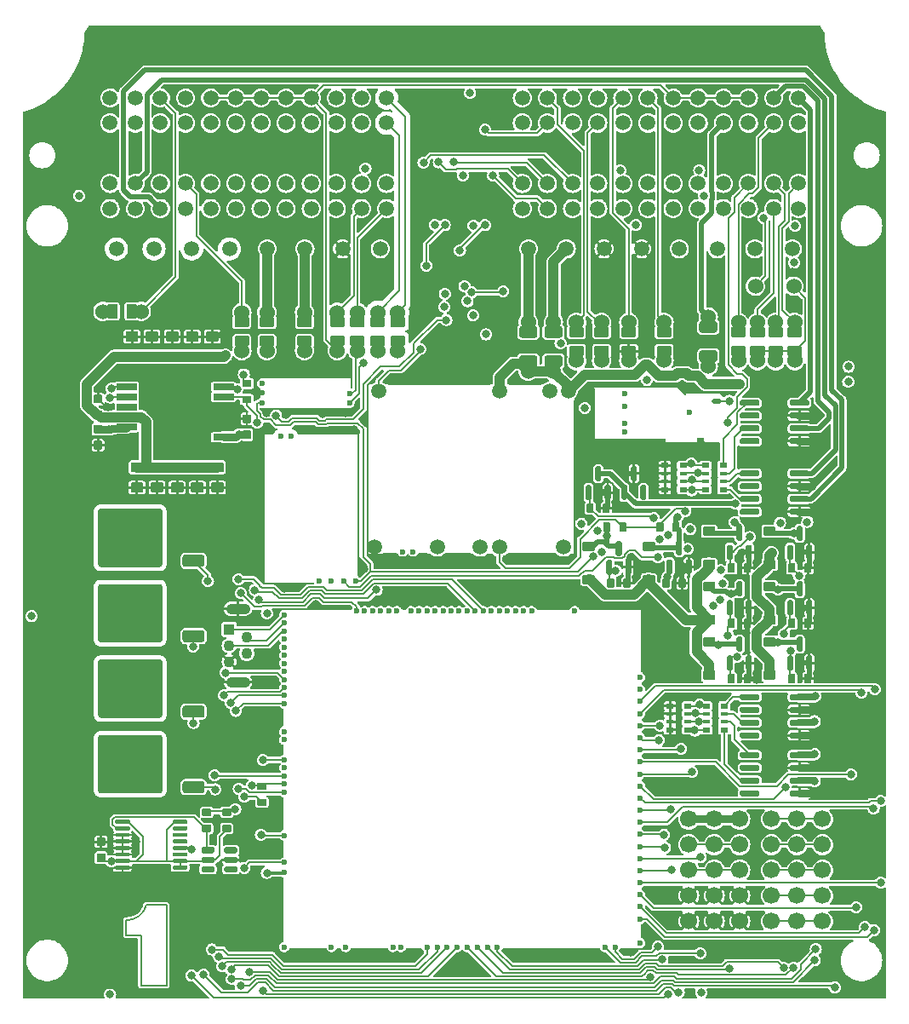
<source format=gtl>
G04 #@! TF.GenerationSoftware,KiCad,Pcbnew,7.0.7-7.0.7~ubuntu22.04.1*
G04 #@! TF.CreationDate,2023-09-30T00:36:30+00:00*
G04 #@! TF.ProjectId,hellen-112-17,68656c6c-656e-42d3-9131-322d31372e6b,a*
G04 #@! TF.SameCoordinates,Original*
G04 #@! TF.FileFunction,Copper,L1,Top*
G04 #@! TF.FilePolarity,Positive*
%FSLAX46Y46*%
G04 Gerber Fmt 4.6, Leading zero omitted, Abs format (unit mm)*
G04 Created by KiCad (PCBNEW 7.0.7-7.0.7~ubuntu22.04.1) date 2023-09-30 00:36:30*
%MOMM*%
%LPD*%
G01*
G04 APERTURE LIST*
G04 #@! TA.AperFunction,EtchedComponent*
%ADD10C,0.200000*%
G04 #@! TD*
G04 #@! TA.AperFunction,SMDPad,CuDef*
%ADD11R,2.000000X0.650000*%
G04 #@! TD*
G04 #@! TA.AperFunction,SMDPad,CuDef*
%ADD12R,4.500000X8.100000*%
G04 #@! TD*
G04 #@! TA.AperFunction,ComponentPad*
%ADD13C,1.500000*%
G04 #@! TD*
G04 #@! TA.AperFunction,ComponentPad*
%ADD14C,1.524000*%
G04 #@! TD*
G04 #@! TA.AperFunction,ComponentPad*
%ADD15C,1.700000*%
G04 #@! TD*
G04 #@! TA.AperFunction,SMDPad,CuDef*
%ADD16R,0.800000X0.500000*%
G04 #@! TD*
G04 #@! TA.AperFunction,SMDPad,CuDef*
%ADD17R,0.800000X0.400000*%
G04 #@! TD*
G04 #@! TA.AperFunction,ComponentPad*
%ADD18R,1.100000X1.100000*%
G04 #@! TD*
G04 #@! TA.AperFunction,ComponentPad*
%ADD19C,1.100000*%
G04 #@! TD*
G04 #@! TA.AperFunction,ComponentPad*
%ADD20O,2.400000X1.100000*%
G04 #@! TD*
G04 #@! TA.AperFunction,ComponentPad*
%ADD21C,0.600000*%
G04 #@! TD*
G04 #@! TA.AperFunction,SMDPad,CuDef*
%ADD22O,0.200000X1.225000*%
G04 #@! TD*
G04 #@! TA.AperFunction,SMDPad,CuDef*
%ADD23O,9.300000X0.200000*%
G04 #@! TD*
G04 #@! TA.AperFunction,SMDPad,CuDef*
%ADD24R,6.185000X0.250000*%
G04 #@! TD*
G04 #@! TA.AperFunction,SMDPad,CuDef*
%ADD25R,1.115000X0.250000*%
G04 #@! TD*
G04 #@! TA.AperFunction,SMDPad,CuDef*
%ADD26R,0.250000X14.275000*%
G04 #@! TD*
G04 #@! TA.AperFunction,SMDPad,CuDef*
%ADD27R,0.250000X15.100000*%
G04 #@! TD*
G04 #@! TA.AperFunction,SMDPad,CuDef*
%ADD28R,5.175000X0.250000*%
G04 #@! TD*
G04 #@! TA.AperFunction,SMDPad,CuDef*
%ADD29R,2.300000X0.200000*%
G04 #@! TD*
G04 #@! TA.AperFunction,SMDPad,CuDef*
%ADD30R,3.700000X0.200000*%
G04 #@! TD*
G04 #@! TA.AperFunction,SMDPad,CuDef*
%ADD31R,0.400000X0.200000*%
G04 #@! TD*
G04 #@! TA.AperFunction,SMDPad,CuDef*
%ADD32R,1.600000X0.200000*%
G04 #@! TD*
G04 #@! TA.AperFunction,SMDPad,CuDef*
%ADD33R,9.700000X0.200000*%
G04 #@! TD*
G04 #@! TA.AperFunction,SMDPad,CuDef*
%ADD34R,0.200000X1.400000*%
G04 #@! TD*
G04 #@! TA.AperFunction,SMDPad,CuDef*
%ADD35R,0.200000X6.400000*%
G04 #@! TD*
G04 #@! TA.AperFunction,SMDPad,CuDef*
%ADD36R,0.200000X1.700000*%
G04 #@! TD*
G04 #@! TA.AperFunction,SMDPad,CuDef*
%ADD37R,0.200000X3.300000*%
G04 #@! TD*
G04 #@! TA.AperFunction,SMDPad,CuDef*
%ADD38R,0.200000X1.000000*%
G04 #@! TD*
G04 #@! TA.AperFunction,SMDPad,CuDef*
%ADD39R,0.200000X1.800000*%
G04 #@! TD*
G04 #@! TA.AperFunction,SMDPad,CuDef*
%ADD40R,7.000000X0.200000*%
G04 #@! TD*
G04 #@! TA.AperFunction,SMDPad,CuDef*
%ADD41R,3.300000X0.200000*%
G04 #@! TD*
G04 #@! TA.AperFunction,SMDPad,CuDef*
%ADD42R,6.300000X0.200000*%
G04 #@! TD*
G04 #@! TA.AperFunction,SMDPad,CuDef*
%ADD43O,3.300000X0.200000*%
G04 #@! TD*
G04 #@! TA.AperFunction,SMDPad,CuDef*
%ADD44O,10.200000X0.200000*%
G04 #@! TD*
G04 #@! TA.AperFunction,SMDPad,CuDef*
%ADD45O,0.300000X0.200000*%
G04 #@! TD*
G04 #@! TA.AperFunction,SMDPad,CuDef*
%ADD46O,0.200000X17.000000*%
G04 #@! TD*
G04 #@! TA.AperFunction,SMDPad,CuDef*
%ADD47O,0.200000X15.400000*%
G04 #@! TD*
G04 #@! TA.AperFunction,SMDPad,CuDef*
%ADD48O,4.800000X0.200000*%
G04 #@! TD*
G04 #@! TA.AperFunction,SMDPad,CuDef*
%ADD49O,2.600000X0.200000*%
G04 #@! TD*
G04 #@! TA.AperFunction,SMDPad,CuDef*
%ADD50O,1.000000X0.200000*%
G04 #@! TD*
G04 #@! TA.AperFunction,SMDPad,CuDef*
%ADD51O,1.500000X0.200000*%
G04 #@! TD*
G04 #@! TA.AperFunction,SMDPad,CuDef*
%ADD52O,8.400001X0.200000*%
G04 #@! TD*
G04 #@! TA.AperFunction,SMDPad,CuDef*
%ADD53O,0.200000X5.250000*%
G04 #@! TD*
G04 #@! TA.AperFunction,SMDPad,CuDef*
%ADD54O,0.700001X0.200000*%
G04 #@! TD*
G04 #@! TA.AperFunction,SMDPad,CuDef*
%ADD55O,7.250001X0.200000*%
G04 #@! TD*
G04 #@! TA.AperFunction,SMDPad,CuDef*
%ADD56O,1.000001X0.499999*%
G04 #@! TD*
G04 #@! TA.AperFunction,SMDPad,CuDef*
%ADD57O,0.499999X0.250000*%
G04 #@! TD*
G04 #@! TA.AperFunction,ComponentPad*
%ADD58C,0.599999*%
G04 #@! TD*
G04 #@! TA.AperFunction,ViaPad*
%ADD59C,0.800000*%
G04 #@! TD*
G04 #@! TA.AperFunction,Conductor*
%ADD60C,0.800000*%
G04 #@! TD*
G04 #@! TA.AperFunction,Conductor*
%ADD61C,0.200000*%
G04 #@! TD*
G04 #@! TA.AperFunction,Conductor*
%ADD62C,0.500000*%
G04 #@! TD*
G04 #@! TA.AperFunction,Conductor*
%ADD63C,1.000000*%
G04 #@! TD*
G04 #@! TA.AperFunction,Conductor*
%ADD64C,0.700000*%
G04 #@! TD*
G04 #@! TA.AperFunction,Conductor*
%ADD65C,0.150000*%
G04 #@! TD*
G04 #@! TA.AperFunction,Conductor*
%ADD66C,0.300000*%
G04 #@! TD*
G04 APERTURE END LIST*
D10*
G04 #@! TO.C,G3*
X10500000Y6500000D02*
X10500000Y8000000D01*
X10500000Y6500000D02*
X12000000Y6500000D01*
X12000000Y6500000D02*
X12000000Y1500000D01*
X12000000Y1500000D02*
X14500000Y1500000D01*
X14500000Y9500000D02*
X12500000Y9500000D01*
X14500000Y1500000D02*
X14500000Y9500000D01*
X10500000Y8000000D02*
G75*
G03*
X12499999Y9500000I78399J1978801D01*
G01*
G04 #@! TD*
G04 #@! TO.P,C13,1*
G04 #@! TO.N,GND*
G04 #@! TA.AperFunction,SMDPad,CuDef*
G36*
G01*
X22160000Y58255001D02*
X22840000Y58255001D01*
G75*
G02*
X22925000Y58170001I0J-85000D01*
G01*
X22925000Y57490001D01*
G75*
G02*
X22840000Y57405001I-85000J0D01*
G01*
X22160000Y57405001D01*
G75*
G02*
X22075000Y57490001I0J85000D01*
G01*
X22075000Y58170001D01*
G75*
G02*
X22160000Y58255001I85000J0D01*
G01*
G37*
G04 #@! TD.AperFunction*
G04 #@! TO.P,C13,2*
G04 #@! TO.N,/OUT_ETB+*
G04 #@! TA.AperFunction,SMDPad,CuDef*
G36*
G01*
X22160000Y56674999D02*
X22840000Y56674999D01*
G75*
G02*
X22925000Y56589999I0J-85000D01*
G01*
X22925000Y55909999D01*
G75*
G02*
X22840000Y55824999I-85000J0D01*
G01*
X22160000Y55824999D01*
G75*
G02*
X22075000Y55909999I0J85000D01*
G01*
X22075000Y56589999D01*
G75*
G02*
X22160000Y56674999I85000J0D01*
G01*
G37*
G04 #@! TD.AperFunction*
G04 #@! TD*
D11*
G04 #@! TO.P,U1,1,DIR*
G04 #@! TO.N,/ETB_DIR*
X10575000Y61000000D03*
G04 #@! TO.P,U1,2,VSO*
G04 #@! TO.N,+3.3V*
X10575000Y60000000D03*
G04 #@! TO.P,U1,3,SO*
G04 #@! TO.N,unconnected-(U1-SO-Pad3)*
X10575000Y59000000D03*
G04 #@! TO.P,U1,4,VS*
G04 #@! TO.N,+12V_RAW*
X10575000Y58000000D03*
G04 #@! TO.P,U1,5,OUT1*
G04 #@! TO.N,/OUT_ETB-*
X10575000Y57000000D03*
G04 #@! TO.P,U1,6,GND*
G04 #@! TO.N,GND*
X10575000Y56000000D03*
G04 #@! TO.P,U1,7,OUT2*
G04 #@! TO.N,/OUT_ETB+*
X20175000Y56000000D03*
G04 #@! TO.P,U1,8,SI*
G04 #@! TO.N,GND*
X20175000Y57000000D03*
G04 #@! TO.P,U1,9,CSN*
X20175000Y58000000D03*
G04 #@! TO.P,U1,10,SCK*
X20175000Y59000000D03*
G04 #@! TO.P,U1,11,DIS*
G04 #@! TO.N,/ETB_DIS*
X20175000Y60000000D03*
G04 #@! TO.P,U1,12,PWM*
G04 #@! TO.N,/ETB_PWM*
X20175000Y61000000D03*
D12*
G04 #@! TO.P,U1,13,GND*
G04 #@! TO.N,GND*
X15375000Y58500000D03*
G04 #@! TD*
D13*
G04 #@! TO.P,J1,1,1A*
G04 #@! TO.N,/OUT_LS_101*
X77404267Y89716479D03*
G04 #@! TO.P,J1,2,2A*
G04 #@! TO.N,/OUT_LS_102*
X74904267Y89716479D03*
G04 #@! TO.P,J1,3,3A*
G04 #@! TO.N,GNDA*
X72404267Y89716479D03*
G04 #@! TO.P,J1,4,4A*
X69904267Y89716479D03*
G04 #@! TO.P,J1,5,5A*
X67404267Y89716479D03*
G04 #@! TO.P,J1,6,6A*
X64904267Y89716479D03*
G04 #@! TO.P,J1,7,7A*
G04 #@! TO.N,Net-(J1-7A)*
X62404267Y89716479D03*
G04 #@! TO.P,J1,8,8A*
G04 #@! TO.N,Net-(J1-8A)*
X59904267Y89716479D03*
G04 #@! TO.P,J1,9,9A*
G04 #@! TO.N,/IN_AV_109*
X57404267Y89716479D03*
G04 #@! TO.P,J1,10,10A*
G04 #@! TO.N,/IN_AV_110*
X54904267Y89716479D03*
G04 #@! TO.P,J1,11,11A*
G04 #@! TO.N,Net-(J1-11A)*
X52404267Y89716479D03*
G04 #@! TO.P,J1,12,12A*
G04 #@! TO.N,/IN_AV_112*
X49904267Y89716479D03*
G04 #@! TO.P,J1,13,13A*
G04 #@! TO.N,/IN_DIGITAL_113*
X77404267Y87216479D03*
G04 #@! TO.P,J1,14,14A*
G04 #@! TO.N,Net-(J1-14A)*
X74904267Y87216479D03*
G04 #@! TO.P,J1,15,15A*
G04 #@! TO.N,/OUT_MAIN_RELAY*
X72404267Y87216479D03*
G04 #@! TO.P,J1,16,16A*
G04 #@! TO.N,Net-(J1-16A)*
X69904267Y87216479D03*
G04 #@! TO.P,J1,17,17A*
G04 #@! TO.N,unconnected-(J1-17A-Pad17)*
X67404267Y87216479D03*
G04 #@! TO.P,J1,18,18A*
G04 #@! TO.N,unconnected-(J1-18A-Pad18)*
X64904267Y87216479D03*
G04 #@! TO.P,J1,19,19A*
G04 #@! TO.N,/IN_AV_119*
X62404267Y87216479D03*
G04 #@! TO.P,J1,20,20A*
G04 #@! TO.N,/IN_DIGITAL_120*
X59904267Y87216479D03*
G04 #@! TO.P,J1,21,21A*
G04 #@! TO.N,Net-(J1-21A)*
X57404267Y87216479D03*
G04 #@! TO.P,J1,22,22A*
G04 #@! TO.N,unconnected-(J1-22A-Pad22)*
X54904267Y87216479D03*
G04 #@! TO.P,J1,23,23A*
G04 #@! TO.N,/IN_DIGITAL_123*
X52404267Y87216479D03*
G04 #@! TO.P,J1,24,24A*
G04 #@! TO.N,unconnected-(J1-24A-Pad24)*
X49904267Y87216479D03*
G04 #@! TO.P,J1,25,25A*
G04 #@! TO.N,Net-(J1-25A)*
X77404267Y81216479D03*
G04 #@! TO.P,J1,26,26A*
G04 #@! TO.N,Net-(J1-26A)*
X74904267Y81216479D03*
G04 #@! TO.P,J1,27,27A*
G04 #@! TO.N,/K-Line*
X72404267Y81216479D03*
G04 #@! TO.P,J1,28,28A*
G04 #@! TO.N,/OUT_TACH*
X69904267Y81216479D03*
G04 #@! TO.P,J1,29,29A*
G04 #@! TO.N,/OUT_FUEL_CONSUMPTION*
X67404267Y81216479D03*
G04 #@! TO.P,J1,30,30A*
G04 #@! TO.N,unconnected-(J1-30A-Pad30)*
X64904267Y81216479D03*
G04 #@! TO.P,J1,31,31A*
G04 #@! TO.N,/OUT_AC_RELAY*
X62404267Y81216479D03*
G04 #@! TO.P,J1,32,32A*
G04 #@! TO.N,/CAN+*
X59904267Y81216479D03*
G04 #@! TO.P,J1,33,33A*
G04 #@! TO.N,unconnected-(J1-33A-Pad33)*
X57404267Y81216479D03*
G04 #@! TO.P,J1,34,34A*
G04 #@! TO.N,/IN_DIGITAL_134_HS*
X54904267Y81216479D03*
G04 #@! TO.P,J1,35,35A*
G04 #@! TO.N,/IN_DIGITAL_135_HS*
X52404267Y81216479D03*
G04 #@! TO.P,J1,36,36A*
G04 #@! TO.N,/IN_DIGITAL_136_HS*
X49904267Y81216479D03*
G04 #@! TO.P,J1,37,37A*
G04 #@! TO.N,Net-(J1-37A)*
X77404267Y78716479D03*
G04 #@! TO.P,J1,38,38A*
G04 #@! TO.N,Net-(J1-38A)*
X74904267Y78716479D03*
G04 #@! TO.P,J1,39,39A*
G04 #@! TO.N,unconnected-(J1-39A-Pad39)*
X72404267Y78716479D03*
G04 #@! TO.P,J1,40,40A*
G04 #@! TO.N,/OUT_RELAY_140*
X69904267Y78716479D03*
G04 #@! TO.P,J1,41,41A*
G04 #@! TO.N,/OUT_FAN_RELAY*
X67404267Y78716479D03*
G04 #@! TO.P,J1,42,42A*
G04 #@! TO.N,/OUT_FUEL_PUMP_RELAY*
X64904267Y78716479D03*
G04 #@! TO.P,J1,43,43A*
G04 #@! TO.N,unconnected-(J1-43A-Pad43)*
X62404267Y78716479D03*
G04 #@! TO.P,J1,44,44A*
G04 #@! TO.N,/CAN-*
X59904267Y78716479D03*
G04 #@! TO.P,J1,45,45A*
G04 #@! TO.N,unconnected-(J1-45A-Pad45)*
X57404267Y78716479D03*
G04 #@! TO.P,J1,46,46A*
G04 #@! TO.N,unconnected-(J1-46A-Pad46)*
X54904267Y78716479D03*
G04 #@! TO.P,J1,47,47A*
G04 #@! TO.N,/IN_DIGITAL_147_HS*
X52404267Y78716479D03*
G04 #@! TO.P,J1,48,48A*
G04 #@! TO.N,unconnected-(J1-48A-Pad48)*
X49904267Y78716479D03*
G04 #@! TO.P,J1,49,49A*
G04 #@! TO.N,unconnected-(J1-49A-Pad49)*
X76779267Y74716479D03*
G04 #@! TO.P,J1,50,50A*
G04 #@! TO.N,unconnected-(J1-50A-Pad50)*
X73029267Y74716479D03*
G04 #@! TO.P,J1,51,51A*
G04 #@! TO.N,/OUT_RELAY_151*
X69279267Y74716479D03*
G04 #@! TO.P,J1,52,52A*
G04 #@! TO.N,/OUT_RELAY_152*
X65529267Y74716479D03*
G04 #@! TO.P,J1,53,53A*
G04 #@! TO.N,GND*
X61779267Y74716479D03*
G04 #@! TO.P,J1,54,54A*
X58029267Y74716479D03*
G04 #@! TO.P,J1,55,55A*
G04 #@! TO.N,Net-(J1-55A)*
X54279267Y74716479D03*
G04 #@! TO.P,J1,56,56A*
G04 #@! TO.N,Net-(J1-56A)*
X50529267Y74716479D03*
G04 #@! TO.P,J1,57,1B*
G04 #@! TO.N,/IN_CRANK-*
X36404267Y89716479D03*
G04 #@! TO.P,J1,58,2B*
G04 #@! TO.N,unconnected-(J1-2B-Pad58)*
X33904267Y89716479D03*
G04 #@! TO.P,J1,59,3B*
G04 #@! TO.N,/IN_TPS1*
X31404267Y89716479D03*
G04 #@! TO.P,J1,60,4B*
G04 #@! TO.N,GNDA*
X28904267Y89716479D03*
G04 #@! TO.P,J1,61,5B*
X26404267Y89716479D03*
G04 #@! TO.P,J1,62,6B*
X23904267Y89716479D03*
G04 #@! TO.P,J1,63,7B*
X21404267Y89716479D03*
G04 #@! TO.P,J1,64,8B*
X18904267Y89716479D03*
G04 #@! TO.P,J1,65,9B*
G04 #@! TO.N,unconnected-(J1-9B-Pad65)*
X16404267Y89716479D03*
G04 #@! TO.P,J1,66,10B*
G04 #@! TO.N,+5VP*
X13904267Y89716479D03*
G04 #@! TO.P,J1,67,11B*
G04 #@! TO.N,unconnected-(J1-11B-Pad67)*
X11404267Y89716479D03*
G04 #@! TO.P,J1,68,12B*
G04 #@! TO.N,unconnected-(J1-12B-Pad68)*
X8904267Y89716479D03*
G04 #@! TO.P,J1,69,13B*
G04 #@! TO.N,/IN_CRANK+*
X36404267Y87216479D03*
G04 #@! TO.P,J1,70,14B*
G04 #@! TO.N,unconnected-(J1-14B-Pad70)*
X33904267Y87216479D03*
G04 #@! TO.P,J1,71,15B*
G04 #@! TO.N,/IN_CLT*
X31404267Y87216479D03*
G04 #@! TO.P,J1,72,16B*
G04 #@! TO.N,unconnected-(J1-16B-Pad72)*
X28904267Y87216479D03*
G04 #@! TO.P,J1,73,17B*
G04 #@! TO.N,unconnected-(J1-17B-Pad73)*
X26404267Y87216479D03*
G04 #@! TO.P,J1,74,18B*
G04 #@! TO.N,unconnected-(J1-18B-Pad74)*
X23904267Y87216479D03*
G04 #@! TO.P,J1,75,19B*
G04 #@! TO.N,/IN_MAP*
X21404267Y87216479D03*
G04 #@! TO.P,J1,76,20B*
G04 #@! TO.N,/IN_TPS2*
X18904267Y87216479D03*
G04 #@! TO.P,J1,77,21B*
G04 #@! TO.N,unconnected-(J1-21B-Pad77)*
X16404267Y87216479D03*
G04 #@! TO.P,J1,78,22B*
G04 #@! TO.N,unconnected-(J1-22B-Pad78)*
X13904267Y87216479D03*
G04 #@! TO.P,J1,79,23B*
G04 #@! TO.N,Net-(J1-23B)*
X11404267Y87216479D03*
G04 #@! TO.P,J1,80,24B*
G04 #@! TO.N,unconnected-(J1-24B-Pad80)*
X8904267Y87216479D03*
G04 #@! TO.P,J1,81,25B*
G04 #@! TO.N,unconnected-(J1-25B-Pad81)*
X36404267Y81216479D03*
G04 #@! TO.P,J1,82,26B*
G04 #@! TO.N,unconnected-(J1-26B-Pad82)*
X33904267Y81216479D03*
G04 #@! TO.P,J1,83,27B*
G04 #@! TO.N,/IN_IAT*
X31404267Y81216479D03*
G04 #@! TO.P,J1,84,28B*
G04 #@! TO.N,unconnected-(J1-28B-Pad84)*
X28904267Y81216479D03*
G04 #@! TO.P,J1,85,29B*
G04 #@! TO.N,unconnected-(J1-29B-Pad85)*
X26404267Y81216479D03*
G04 #@! TO.P,J1,86,30B*
G04 #@! TO.N,unconnected-(J1-30B-Pad86)*
X23904267Y81216479D03*
G04 #@! TO.P,J1,87,31B*
G04 #@! TO.N,/IN_CAM*
X21404267Y81216479D03*
G04 #@! TO.P,J1,88,32B*
G04 #@! TO.N,/IN_VSS*
X18904267Y81216479D03*
G04 #@! TO.P,J1,89,33B*
G04 #@! TO.N,Net-(J1-33B)*
X16404267Y81216479D03*
G04 #@! TO.P,J1,90,34B*
G04 #@! TO.N,unconnected-(J1-34B-Pad90)*
X13904267Y81216479D03*
G04 #@! TO.P,J1,91,35B*
G04 #@! TO.N,/OUT_LS_235*
X11404267Y81216479D03*
G04 #@! TO.P,J1,92,36B*
G04 #@! TO.N,unconnected-(J1-36B-Pad92)*
X8904267Y81216479D03*
G04 #@! TO.P,J1,93,37B*
G04 #@! TO.N,Net-(J1-37B)*
X36404267Y78716479D03*
G04 #@! TO.P,J1,94,38B*
G04 #@! TO.N,Net-(J1-38B)*
X33904267Y78716479D03*
G04 #@! TO.P,J1,95,39B*
G04 #@! TO.N,unconnected-(J1-39B-Pad95)*
X31404267Y78716479D03*
G04 #@! TO.P,J1,96,40B*
G04 #@! TO.N,unconnected-(J1-40B-Pad96)*
X28904267Y78716479D03*
G04 #@! TO.P,J1,97,41B*
G04 #@! TO.N,unconnected-(J1-41B-Pad97)*
X26404267Y78716479D03*
G04 #@! TO.P,J1,98,42B*
G04 #@! TO.N,/OUT_INJ2*
X23904267Y78716479D03*
G04 #@! TO.P,J1,99,43B*
G04 #@! TO.N,/OUT_INJ3*
X21404267Y78716479D03*
G04 #@! TO.P,J1,100,44B*
G04 #@! TO.N,/OUT_INJ1*
X18904267Y78716479D03*
G04 #@! TO.P,J1,101,45B*
G04 #@! TO.N,/OUT_INJ4*
X16404267Y78716479D03*
G04 #@! TO.P,J1,102,46B*
G04 #@! TO.N,/OUT_LS_246*
X13904267Y78716479D03*
G04 #@! TO.P,J1,103,47B*
G04 #@! TO.N,GNDA*
X11404267Y78716479D03*
G04 #@! TO.P,J1,104,48B*
G04 #@! TO.N,unconnected-(J1-48B-Pad104)*
X8904267Y78716479D03*
G04 #@! TO.P,J1,105,49B*
G04 #@! TO.N,unconnected-(J1-49B-Pad105)*
X35779267Y74716479D03*
G04 #@! TO.P,J1,106,50B*
G04 #@! TO.N,GND*
X32029267Y74716479D03*
G04 #@! TO.P,J1,107,51B*
G04 #@! TO.N,Net-(J1-51B)*
X28279267Y74716479D03*
G04 #@! TO.P,J1,108,52B*
G04 #@! TO.N,Net-(J1-52B)*
X24529267Y74716479D03*
G04 #@! TO.P,J1,109,53B*
G04 #@! TO.N,/OUT_IGN2*
X20779267Y74716479D03*
G04 #@! TO.P,J1,110,54B*
G04 #@! TO.N,/OUT_IGN3*
X17029267Y74716479D03*
G04 #@! TO.P,J1,111,55B*
G04 #@! TO.N,/OUT_IGN4*
X13279267Y74716479D03*
G04 #@! TO.P,J1,112,56B*
G04 #@! TO.N,/OUT_IGN1*
X9529267Y74716479D03*
G04 #@! TD*
D14*
G04 #@! TO.P,R13,1,1*
G04 #@! TO.N,Net-(J1-37B)*
X33500000Y68405000D03*
G04 #@! TA.AperFunction,SMDPad,CuDef*
G36*
G01*
X32875000Y67950001D02*
X34125000Y67950001D01*
G75*
G02*
X34225000Y67850001I0J-100000D01*
G01*
X34225000Y67050001D01*
G75*
G02*
X34125000Y66950001I-100000J0D01*
G01*
X32875000Y66950001D01*
G75*
G02*
X32775000Y67050001I0J100000D01*
G01*
X32775000Y67850001D01*
G75*
G02*
X32875000Y67950001I100000J0D01*
G01*
G37*
G04 #@! TD.AperFunction*
G04 #@! TO.P,R13,2,2*
G04 #@! TO.N,/IN_KNOCK_RAW*
G04 #@! TA.AperFunction,SMDPad,CuDef*
G36*
G01*
X32875000Y66049979D02*
X34125000Y66049979D01*
G75*
G02*
X34225000Y65949979I0J-100000D01*
G01*
X34225000Y65149979D01*
G75*
G02*
X34125000Y65049979I-100000J0D01*
G01*
X32875000Y65049979D01*
G75*
G02*
X32775000Y65149979I0J100000D01*
G01*
X32775000Y65949979D01*
G75*
G02*
X32875000Y66049979I100000J0D01*
G01*
G37*
G04 #@! TD.AperFunction*
X33500000Y64595000D03*
G04 #@! TD*
G04 #@! TO.P,C4,1*
G04 #@! TO.N,GND*
G04 #@! TA.AperFunction,SMDPad,CuDef*
G36*
G01*
X18100000Y50500000D02*
X17050000Y50500000D01*
G75*
G02*
X16950000Y50600000I0J100000D01*
G01*
X16950000Y51400000D01*
G75*
G02*
X17050000Y51500000I100000J0D01*
G01*
X18100000Y51500000D01*
G75*
G02*
X18200000Y51400000I0J-100000D01*
G01*
X18200000Y50600000D01*
G75*
G02*
X18100000Y50500000I-100000J0D01*
G01*
G37*
G04 #@! TD.AperFunction*
G04 #@! TO.P,C4,2*
G04 #@! TO.N,+12V_RAW*
G04 #@! TA.AperFunction,SMDPad,CuDef*
G36*
G01*
X18100000Y52500000D02*
X17050000Y52500000D01*
G75*
G02*
X16950000Y52600000I0J100000D01*
G01*
X16950000Y53400000D01*
G75*
G02*
X17050000Y53500000I100000J0D01*
G01*
X18100000Y53500000D01*
G75*
G02*
X18200000Y53400000I0J-100000D01*
G01*
X18200000Y52600000D01*
G75*
G02*
X18100000Y52500000I-100000J0D01*
G01*
G37*
G04 #@! TD.AperFunction*
G04 #@! TD*
D15*
G04 #@! TO.P,G2,1*
G04 #@! TO.N,Net-(G2-Pad1)*
X74692000Y7880000D03*
G04 #@! TO.P,G2,2*
G04 #@! TO.N,Net-(G2-Pad12)*
X74692000Y10420000D03*
G04 #@! TO.P,G2,3*
G04 #@! TO.N,Net-(G2-Pad13)*
X74692000Y12960000D03*
G04 #@! TO.P,G2,4*
G04 #@! TO.N,Net-(G2-Pad14)*
X74692000Y15500000D03*
G04 #@! TO.P,G2,5*
G04 #@! TO.N,Net-(G2-Pad10)*
X74692000Y18040000D03*
G04 #@! TO.P,G2,6*
G04 #@! TO.N,Net-(G2-Pad1)*
X77232000Y7880000D03*
G04 #@! TO.P,G2,7*
G04 #@! TO.N,Net-(G2-Pad12)*
X77232000Y10420000D03*
G04 #@! TO.P,G2,8*
G04 #@! TO.N,Net-(G2-Pad13)*
X77232000Y12960000D03*
G04 #@! TO.P,G2,9*
G04 #@! TO.N,Net-(G2-Pad14)*
X77232000Y15500000D03*
G04 #@! TO.P,G2,10*
G04 #@! TO.N,Net-(G2-Pad10)*
X77232000Y18040000D03*
G04 #@! TO.P,G2,11*
G04 #@! TO.N,Net-(G2-Pad1)*
X79772000Y7880000D03*
G04 #@! TO.P,G2,12*
G04 #@! TO.N,Net-(G2-Pad12)*
X79772000Y10420000D03*
G04 #@! TO.P,G2,13*
G04 #@! TO.N,Net-(G2-Pad13)*
X79772000Y12960000D03*
G04 #@! TO.P,G2,14*
G04 #@! TO.N,Net-(G2-Pad14)*
X79772000Y15500000D03*
G04 #@! TO.P,G2,15*
G04 #@! TO.N,Net-(G2-Pad10)*
X79772000Y18040000D03*
G04 #@! TD*
D14*
G04 #@! TO.P,R11,1,1*
G04 #@! TO.N,Net-(J1-23B)*
X8190000Y68500000D03*
G04 #@! TA.AperFunction,SMDPad,CuDef*
G36*
G01*
X8644999Y67875000D02*
X8644999Y69125000D01*
G75*
G02*
X8744999Y69225000I100000J0D01*
G01*
X9544999Y69225000D01*
G75*
G02*
X9644999Y69125000I0J-100000D01*
G01*
X9644999Y67875000D01*
G75*
G02*
X9544999Y67775000I-100000J0D01*
G01*
X8744999Y67775000D01*
G75*
G02*
X8644999Y67875000I0J100000D01*
G01*
G37*
G04 #@! TD.AperFunction*
G04 #@! TO.P,R11,2,2*
G04 #@! TO.N,+5VP*
G04 #@! TA.AperFunction,SMDPad,CuDef*
G36*
G01*
X10545021Y67875000D02*
X10545021Y69125000D01*
G75*
G02*
X10645021Y69225000I100000J0D01*
G01*
X11445021Y69225000D01*
G75*
G02*
X11545021Y69125000I0J-100000D01*
G01*
X11545021Y67875000D01*
G75*
G02*
X11445021Y67775000I-100000J0D01*
G01*
X10645021Y67775000D01*
G75*
G02*
X10545021Y67875000I0J100000D01*
G01*
G37*
G04 #@! TD.AperFunction*
X12000000Y68500000D03*
G04 #@! TD*
G04 #@! TO.P,C5,1*
G04 #@! TO.N,GND*
G04 #@! TA.AperFunction,SMDPad,CuDef*
G36*
G01*
X20100000Y50500000D02*
X19050000Y50500000D01*
G75*
G02*
X18950000Y50600000I0J100000D01*
G01*
X18950000Y51400000D01*
G75*
G02*
X19050000Y51500000I100000J0D01*
G01*
X20100000Y51500000D01*
G75*
G02*
X20200000Y51400000I0J-100000D01*
G01*
X20200000Y50600000D01*
G75*
G02*
X20100000Y50500000I-100000J0D01*
G01*
G37*
G04 #@! TD.AperFunction*
G04 #@! TO.P,C5,2*
G04 #@! TO.N,+12V_RAW*
G04 #@! TA.AperFunction,SMDPad,CuDef*
G36*
G01*
X20100000Y52500000D02*
X19050000Y52500000D01*
G75*
G02*
X18950000Y52600000I0J100000D01*
G01*
X18950000Y53400000D01*
G75*
G02*
X19050000Y53500000I100000J0D01*
G01*
X20100000Y53500000D01*
G75*
G02*
X20200000Y53400000I0J-100000D01*
G01*
X20200000Y52600000D01*
G75*
G02*
X20100000Y52500000I-100000J0D01*
G01*
G37*
G04 #@! TD.AperFunction*
G04 #@! TD*
G04 #@! TO.P,Q10,1,G*
G04 #@! TO.N,/FUEL_CONSUMPTION*
G04 #@! TA.AperFunction,SMDPad,CuDef*
G36*
G01*
X58700000Y42325000D02*
X58400000Y42325000D01*
G75*
G02*
X58250000Y42475000I0J150000D01*
G01*
X58250000Y43650000D01*
G75*
G02*
X58400000Y43800000I150000J0D01*
G01*
X58700000Y43800000D01*
G75*
G02*
X58850000Y43650000I0J-150000D01*
G01*
X58850000Y42475000D01*
G75*
G02*
X58700000Y42325000I-150000J0D01*
G01*
G37*
G04 #@! TD.AperFunction*
G04 #@! TO.P,Q10,2,D*
G04 #@! TO.N,/OUT_FUEL_CONSUMPTION*
G04 #@! TA.AperFunction,SMDPad,CuDef*
G36*
G01*
X59650000Y44200000D02*
X59350000Y44200000D01*
G75*
G02*
X59200000Y44350000I0J150000D01*
G01*
X59200000Y45525000D01*
G75*
G02*
X59350000Y45675000I150000J0D01*
G01*
X59650000Y45675000D01*
G75*
G02*
X59800000Y45525000I0J-150000D01*
G01*
X59800000Y44350000D01*
G75*
G02*
X59650000Y44200000I-150000J0D01*
G01*
G37*
G04 #@! TD.AperFunction*
G04 #@! TO.P,Q10,3,S*
G04 #@! TO.N,GND*
G04 #@! TA.AperFunction,SMDPad,CuDef*
G36*
G01*
X60600000Y42325000D02*
X60300000Y42325000D01*
G75*
G02*
X60150000Y42475000I0J150000D01*
G01*
X60150000Y43650000D01*
G75*
G02*
X60300000Y43800000I150000J0D01*
G01*
X60600000Y43800000D01*
G75*
G02*
X60750000Y43650000I0J-150000D01*
G01*
X60750000Y42475000D01*
G75*
G02*
X60600000Y42325000I-150000J0D01*
G01*
G37*
G04 #@! TD.AperFunction*
G04 #@! TD*
G04 #@! TO.P,R14,1,1*
G04 #@! TO.N,Net-(J1-38B)*
X31500000Y68405000D03*
G04 #@! TA.AperFunction,SMDPad,CuDef*
G36*
G01*
X30875000Y67950001D02*
X32125000Y67950001D01*
G75*
G02*
X32225000Y67850001I0J-100000D01*
G01*
X32225000Y67050001D01*
G75*
G02*
X32125000Y66950001I-100000J0D01*
G01*
X30875000Y66950001D01*
G75*
G02*
X30775000Y67050001I0J100000D01*
G01*
X30775000Y67850001D01*
G75*
G02*
X30875000Y67950001I100000J0D01*
G01*
G37*
G04 #@! TD.AperFunction*
G04 #@! TO.P,R14,2,2*
G04 #@! TO.N,GNDA*
G04 #@! TA.AperFunction,SMDPad,CuDef*
G36*
G01*
X30875000Y66049979D02*
X32125000Y66049979D01*
G75*
G02*
X32225000Y65949979I0J-100000D01*
G01*
X32225000Y65149979D01*
G75*
G02*
X32125000Y65049979I-100000J0D01*
G01*
X30875000Y65049979D01*
G75*
G02*
X30775000Y65149979I0J100000D01*
G01*
X30775000Y65949979D01*
G75*
G02*
X30875000Y66049979I100000J0D01*
G01*
G37*
G04 #@! TD.AperFunction*
X31500000Y64595000D03*
G04 #@! TD*
G04 #@! TO.P,Q7,1,G*
G04 #@! TO.N,/RELAY_140*
G04 #@! TA.AperFunction,SMDPad,CuDef*
G36*
G01*
X76700000Y38325000D02*
X76400000Y38325000D01*
G75*
G02*
X76250000Y38475000I0J150000D01*
G01*
X76250000Y39650000D01*
G75*
G02*
X76400000Y39800000I150000J0D01*
G01*
X76700000Y39800000D01*
G75*
G02*
X76850000Y39650000I0J-150000D01*
G01*
X76850000Y38475000D01*
G75*
G02*
X76700000Y38325000I-150000J0D01*
G01*
G37*
G04 #@! TD.AperFunction*
G04 #@! TO.P,Q7,2,D*
G04 #@! TO.N,/OUT_RELAY_140*
G04 #@! TA.AperFunction,SMDPad,CuDef*
G36*
G01*
X77650000Y40200000D02*
X77350000Y40200000D01*
G75*
G02*
X77200000Y40350000I0J150000D01*
G01*
X77200000Y41525000D01*
G75*
G02*
X77350000Y41675000I150000J0D01*
G01*
X77650000Y41675000D01*
G75*
G02*
X77800000Y41525000I0J-150000D01*
G01*
X77800000Y40350000D01*
G75*
G02*
X77650000Y40200000I-150000J0D01*
G01*
G37*
G04 #@! TD.AperFunction*
G04 #@! TO.P,Q7,3,S*
G04 #@! TO.N,GND*
G04 #@! TA.AperFunction,SMDPad,CuDef*
G36*
G01*
X78600000Y38325000D02*
X78300000Y38325000D01*
G75*
G02*
X78150000Y38475000I0J150000D01*
G01*
X78150000Y39650000D01*
G75*
G02*
X78300000Y39800000I150000J0D01*
G01*
X78600000Y39800000D01*
G75*
G02*
X78750000Y39650000I0J-150000D01*
G01*
X78750000Y38475000D01*
G75*
G02*
X78600000Y38325000I-150000J0D01*
G01*
G37*
G04 #@! TD.AperFunction*
G04 #@! TD*
G04 #@! TO.P,Q9,1,G*
G04 #@! TO.N,/TACH*
G04 #@! TA.AperFunction,SMDPad,CuDef*
G36*
G01*
X64700000Y42387500D02*
X64400000Y42387500D01*
G75*
G02*
X64250000Y42537500I0J150000D01*
G01*
X64250000Y43712500D01*
G75*
G02*
X64400000Y43862500I150000J0D01*
G01*
X64700000Y43862500D01*
G75*
G02*
X64850000Y43712500I0J-150000D01*
G01*
X64850000Y42537500D01*
G75*
G02*
X64700000Y42387500I-150000J0D01*
G01*
G37*
G04 #@! TD.AperFunction*
G04 #@! TO.P,Q9,2,D*
G04 #@! TO.N,/OUT_TACH*
G04 #@! TA.AperFunction,SMDPad,CuDef*
G36*
G01*
X65650000Y44262500D02*
X65350000Y44262500D01*
G75*
G02*
X65200000Y44412500I0J150000D01*
G01*
X65200000Y45587500D01*
G75*
G02*
X65350000Y45737500I150000J0D01*
G01*
X65650000Y45737500D01*
G75*
G02*
X65800000Y45587500I0J-150000D01*
G01*
X65800000Y44412500D01*
G75*
G02*
X65650000Y44262500I-150000J0D01*
G01*
G37*
G04 #@! TD.AperFunction*
G04 #@! TO.P,Q9,3,S*
G04 #@! TO.N,GND*
G04 #@! TA.AperFunction,SMDPad,CuDef*
G36*
G01*
X66600000Y42387500D02*
X66300000Y42387500D01*
G75*
G02*
X66150000Y42537500I0J150000D01*
G01*
X66150000Y43712500D01*
G75*
G02*
X66300000Y43862500I150000J0D01*
G01*
X66600000Y43862500D01*
G75*
G02*
X66750000Y43712500I0J-150000D01*
G01*
X66750000Y42537500D01*
G75*
G02*
X66600000Y42387500I-150000J0D01*
G01*
G37*
G04 #@! TD.AperFunction*
G04 #@! TD*
G04 #@! TO.P,C12,1*
G04 #@! TO.N,GND*
G04 #@! TA.AperFunction,SMDPad,CuDef*
G36*
G01*
X8040000Y54784999D02*
X7360000Y54784999D01*
G75*
G02*
X7275000Y54869999I0J85000D01*
G01*
X7275000Y55549999D01*
G75*
G02*
X7360000Y55634999I85000J0D01*
G01*
X8040000Y55634999D01*
G75*
G02*
X8125000Y55549999I0J-85000D01*
G01*
X8125000Y54869999D01*
G75*
G02*
X8040000Y54784999I-85000J0D01*
G01*
G37*
G04 #@! TD.AperFunction*
G04 #@! TO.P,C12,2*
G04 #@! TO.N,/OUT_ETB-*
G04 #@! TA.AperFunction,SMDPad,CuDef*
G36*
G01*
X8040000Y56365001D02*
X7360000Y56365001D01*
G75*
G02*
X7275000Y56450001I0J85000D01*
G01*
X7275000Y57130001D01*
G75*
G02*
X7360000Y57215001I85000J0D01*
G01*
X8040000Y57215001D01*
G75*
G02*
X8125000Y57130001I0J-85000D01*
G01*
X8125000Y56450001D01*
G75*
G02*
X8040000Y56365001I-85000J0D01*
G01*
G37*
G04 #@! TD.AperFunction*
G04 #@! TD*
G04 #@! TO.P,U11,1,IN1*
G04 #@! TO.N,Net-(R47-R2.1)*
G04 #@! TA.AperFunction,SMDPad,CuDef*
G36*
G01*
X71550000Y52255000D02*
X71550000Y52555000D01*
G75*
G02*
X71700000Y52705000I150000J0D01*
G01*
X73350000Y52705000D01*
G75*
G02*
X73500000Y52555000I0J-150000D01*
G01*
X73500000Y52255000D01*
G75*
G02*
X73350000Y52105000I-150000J0D01*
G01*
X71700000Y52105000D01*
G75*
G02*
X71550000Y52255000I0J150000D01*
G01*
G37*
G04 #@! TD.AperFunction*
G04 #@! TO.P,U11,2,STATUS1*
G04 #@! TO.N,unconnected-(U11-STATUS1-Pad2)*
G04 #@! TA.AperFunction,SMDPad,CuDef*
G36*
G01*
X71550000Y50985000D02*
X71550000Y51285000D01*
G75*
G02*
X71700000Y51435000I150000J0D01*
G01*
X73350000Y51435000D01*
G75*
G02*
X73500000Y51285000I0J-150000D01*
G01*
X73500000Y50985000D01*
G75*
G02*
X73350000Y50835000I-150000J0D01*
G01*
X71700000Y50835000D01*
G75*
G02*
X71550000Y50985000I0J150000D01*
G01*
G37*
G04 #@! TD.AperFunction*
G04 #@! TO.P,U11,3,IN2*
G04 #@! TO.N,Net-(R47-R1.1)*
G04 #@! TA.AperFunction,SMDPad,CuDef*
G36*
G01*
X71550000Y49715000D02*
X71550000Y50015000D01*
G75*
G02*
X71700000Y50165000I150000J0D01*
G01*
X73350000Y50165000D01*
G75*
G02*
X73500000Y50015000I0J-150000D01*
G01*
X73500000Y49715000D01*
G75*
G02*
X73350000Y49565000I-150000J0D01*
G01*
X71700000Y49565000D01*
G75*
G02*
X71550000Y49715000I0J150000D01*
G01*
G37*
G04 #@! TD.AperFunction*
G04 #@! TO.P,U11,4,STATUS2*
G04 #@! TO.N,unconnected-(U11-STATUS2-Pad4)*
G04 #@! TA.AperFunction,SMDPad,CuDef*
G36*
G01*
X71550000Y48445000D02*
X71550000Y48745000D01*
G75*
G02*
X71700000Y48895000I150000J0D01*
G01*
X73350000Y48895000D01*
G75*
G02*
X73500000Y48745000I0J-150000D01*
G01*
X73500000Y48445000D01*
G75*
G02*
X73350000Y48295000I-150000J0D01*
G01*
X71700000Y48295000D01*
G75*
G02*
X71550000Y48445000I0J150000D01*
G01*
G37*
G04 #@! TD.AperFunction*
G04 #@! TO.P,U11,5,S2*
G04 #@! TO.N,GND*
G04 #@! TA.AperFunction,SMDPad,CuDef*
G36*
G01*
X76500000Y48445000D02*
X76500000Y48745000D01*
G75*
G02*
X76650000Y48895000I150000J0D01*
G01*
X78300000Y48895000D01*
G75*
G02*
X78450000Y48745000I0J-150000D01*
G01*
X78450000Y48445000D01*
G75*
G02*
X78300000Y48295000I-150000J0D01*
G01*
X76650000Y48295000D01*
G75*
G02*
X76500000Y48445000I0J150000D01*
G01*
G37*
G04 #@! TD.AperFunction*
G04 #@! TO.P,U11,6,D2*
G04 #@! TO.N,/OUT_LS_246*
G04 #@! TA.AperFunction,SMDPad,CuDef*
G36*
G01*
X76500000Y49715000D02*
X76500000Y50015000D01*
G75*
G02*
X76650000Y50165000I150000J0D01*
G01*
X78300000Y50165000D01*
G75*
G02*
X78450000Y50015000I0J-150000D01*
G01*
X78450000Y49715000D01*
G75*
G02*
X78300000Y49565000I-150000J0D01*
G01*
X76650000Y49565000D01*
G75*
G02*
X76500000Y49715000I0J150000D01*
G01*
G37*
G04 #@! TD.AperFunction*
G04 #@! TO.P,U11,7,S1*
G04 #@! TO.N,GND*
G04 #@! TA.AperFunction,SMDPad,CuDef*
G36*
G01*
X76500000Y50985000D02*
X76500000Y51285000D01*
G75*
G02*
X76650000Y51435000I150000J0D01*
G01*
X78300000Y51435000D01*
G75*
G02*
X78450000Y51285000I0J-150000D01*
G01*
X78450000Y50985000D01*
G75*
G02*
X78300000Y50835000I-150000J0D01*
G01*
X76650000Y50835000D01*
G75*
G02*
X76500000Y50985000I0J150000D01*
G01*
G37*
G04 #@! TD.AperFunction*
G04 #@! TO.P,U11,8,D1*
G04 #@! TO.N,/OUT_LS_235*
G04 #@! TA.AperFunction,SMDPad,CuDef*
G36*
G01*
X76500000Y52255000D02*
X76500000Y52555000D01*
G75*
G02*
X76650000Y52705000I150000J0D01*
G01*
X78300000Y52705000D01*
G75*
G02*
X78450000Y52555000I0J-150000D01*
G01*
X78450000Y52255000D01*
G75*
G02*
X78300000Y52105000I-150000J0D01*
G01*
X76650000Y52105000D01*
G75*
G02*
X76500000Y52255000I0J150000D01*
G01*
G37*
G04 #@! TD.AperFunction*
G04 #@! TD*
G04 #@! TO.P,R38,1*
G04 #@! TO.N,/FUEL_CONSUMPTION*
G04 #@! TA.AperFunction,SMDPad,CuDef*
G36*
G01*
X58350000Y41110000D02*
X58350000Y41890000D01*
G75*
G02*
X58420000Y41960000I70000J0D01*
G01*
X58980000Y41960000D01*
G75*
G02*
X59050000Y41890000I0J-70000D01*
G01*
X59050000Y41110000D01*
G75*
G02*
X58980000Y41040000I-70000J0D01*
G01*
X58420000Y41040000D01*
G75*
G02*
X58350000Y41110000I0J70000D01*
G01*
G37*
G04 #@! TD.AperFunction*
G04 #@! TO.P,R38,2*
G04 #@! TO.N,GND*
G04 #@! TA.AperFunction,SMDPad,CuDef*
G36*
G01*
X59950000Y41110000D02*
X59950000Y41890000D01*
G75*
G02*
X60020000Y41960000I70000J0D01*
G01*
X60580000Y41960000D01*
G75*
G02*
X60650000Y41890000I0J-70000D01*
G01*
X60650000Y41110000D01*
G75*
G02*
X60580000Y41040000I-70000J0D01*
G01*
X60020000Y41040000D01*
G75*
G02*
X59950000Y41110000I0J70000D01*
G01*
G37*
G04 #@! TD.AperFunction*
G04 #@! TD*
G04 #@! TO.P,R40,1*
G04 #@! TO.N,/FAN_RELAY*
G04 #@! TA.AperFunction,SMDPad,CuDef*
G36*
G01*
X76350000Y31610000D02*
X76350000Y32390000D01*
G75*
G02*
X76420000Y32460000I70000J0D01*
G01*
X76980000Y32460000D01*
G75*
G02*
X77050000Y32390000I0J-70000D01*
G01*
X77050000Y31610000D01*
G75*
G02*
X76980000Y31540000I-70000J0D01*
G01*
X76420000Y31540000D01*
G75*
G02*
X76350000Y31610000I0J70000D01*
G01*
G37*
G04 #@! TD.AperFunction*
G04 #@! TO.P,R40,2*
G04 #@! TO.N,GND*
G04 #@! TA.AperFunction,SMDPad,CuDef*
G36*
G01*
X77950000Y31610000D02*
X77950000Y32390000D01*
G75*
G02*
X78020000Y32460000I70000J0D01*
G01*
X78580000Y32460000D01*
G75*
G02*
X78650000Y32390000I0J-70000D01*
G01*
X78650000Y31610000D01*
G75*
G02*
X78580000Y31540000I-70000J0D01*
G01*
X78020000Y31540000D01*
G75*
G02*
X77950000Y31610000I0J70000D01*
G01*
G37*
G04 #@! TD.AperFunction*
G04 #@! TD*
G04 #@! TO.P,Q8,1,G*
G04 #@! TO.N,/MAIN_RELAY*
G04 #@! TA.AperFunction,SMDPad,CuDef*
G36*
G01*
X56650000Y49762500D02*
X56350000Y49762500D01*
G75*
G02*
X56200000Y49912500I0J150000D01*
G01*
X56200000Y51087500D01*
G75*
G02*
X56350000Y51237500I150000J0D01*
G01*
X56650000Y51237500D01*
G75*
G02*
X56800000Y51087500I0J-150000D01*
G01*
X56800000Y49912500D01*
G75*
G02*
X56650000Y49762500I-150000J0D01*
G01*
G37*
G04 #@! TD.AperFunction*
G04 #@! TO.P,Q8,2,D*
G04 #@! TO.N,/OUT_MAIN_RELAY*
G04 #@! TA.AperFunction,SMDPad,CuDef*
G36*
G01*
X57600000Y51637500D02*
X57300000Y51637500D01*
G75*
G02*
X57150000Y51787500I0J150000D01*
G01*
X57150000Y52962500D01*
G75*
G02*
X57300000Y53112500I150000J0D01*
G01*
X57600000Y53112500D01*
G75*
G02*
X57750000Y52962500I0J-150000D01*
G01*
X57750000Y51787500D01*
G75*
G02*
X57600000Y51637500I-150000J0D01*
G01*
G37*
G04 #@! TD.AperFunction*
G04 #@! TO.P,Q8,3,S*
G04 #@! TO.N,GND*
G04 #@! TA.AperFunction,SMDPad,CuDef*
G36*
G01*
X58550000Y49762500D02*
X58250000Y49762500D01*
G75*
G02*
X58100000Y49912500I0J150000D01*
G01*
X58100000Y51087500D01*
G75*
G02*
X58250000Y51237500I150000J0D01*
G01*
X58550000Y51237500D01*
G75*
G02*
X58700000Y51087500I0J-150000D01*
G01*
X58700000Y49912500D01*
G75*
G02*
X58550000Y49762500I-150000J0D01*
G01*
G37*
G04 #@! TD.AperFunction*
G04 #@! TD*
G04 #@! TO.P,R12,1,1*
G04 #@! TO.N,Net-(J1-33B)*
X22000000Y68405000D03*
G04 #@! TA.AperFunction,SMDPad,CuDef*
G36*
G01*
X21375000Y67950001D02*
X22625000Y67950001D01*
G75*
G02*
X22725000Y67850001I0J-100000D01*
G01*
X22725000Y67050001D01*
G75*
G02*
X22625000Y66950001I-100000J0D01*
G01*
X21375000Y66950001D01*
G75*
G02*
X21275000Y67050001I0J100000D01*
G01*
X21275000Y67850001D01*
G75*
G02*
X21375000Y67950001I100000J0D01*
G01*
G37*
G04 #@! TD.AperFunction*
G04 #@! TO.P,R12,2,2*
G04 #@! TO.N,/IN_MAF_DIGITAL*
G04 #@! TA.AperFunction,SMDPad,CuDef*
G36*
G01*
X21375000Y66049979D02*
X22625000Y66049979D01*
G75*
G02*
X22725000Y65949979I0J-100000D01*
G01*
X22725000Y65149979D01*
G75*
G02*
X22625000Y65049979I-100000J0D01*
G01*
X21375000Y65049979D01*
G75*
G02*
X21275000Y65149979I0J100000D01*
G01*
X21275000Y65949979D01*
G75*
G02*
X21375000Y66049979I100000J0D01*
G01*
G37*
G04 #@! TD.AperFunction*
X22000000Y64595000D03*
G04 #@! TD*
G04 #@! TO.P,F2,1,1*
G04 #@! TO.N,Net-(J1-55A)*
X53000000Y67450000D03*
G04 #@! TA.AperFunction,SMDPad,CuDef*
G36*
G01*
X52100000Y66105010D02*
X52100000Y66795010D01*
G75*
G02*
X52330000Y67025010I230000J0D01*
G01*
X53670000Y67025010D01*
G75*
G02*
X53900000Y66795010I0J-230000D01*
G01*
X53900000Y66105010D01*
G75*
G02*
X53670000Y65875010I-230000J0D01*
G01*
X52330000Y65875010D01*
G75*
G02*
X52100000Y66105010I0J230000D01*
G01*
G37*
G04 #@! TD.AperFunction*
G04 #@! TO.P,F2,2,2*
G04 #@! TO.N,+12V_RAW*
G04 #@! TA.AperFunction,SMDPad,CuDef*
G36*
G01*
X52100000Y63204990D02*
X52100000Y63894990D01*
G75*
G02*
X52330000Y64124990I230000J0D01*
G01*
X53670000Y64124990D01*
G75*
G02*
X53900000Y63894990I0J-230000D01*
G01*
X53900000Y63204990D01*
G75*
G02*
X53670000Y62974990I-230000J0D01*
G01*
X52330000Y62974990D01*
G75*
G02*
X52100000Y63204990I0J230000D01*
G01*
G37*
G04 #@! TD.AperFunction*
X53000000Y62550000D03*
G04 #@! TD*
G04 #@! TO.P,R33,1*
G04 #@! TO.N,/RELAY_151*
G04 #@! TA.AperFunction,SMDPad,CuDef*
G36*
G01*
X76350000Y42610000D02*
X76350000Y43390000D01*
G75*
G02*
X76420000Y43460000I70000J0D01*
G01*
X76980000Y43460000D01*
G75*
G02*
X77050000Y43390000I0J-70000D01*
G01*
X77050000Y42610000D01*
G75*
G02*
X76980000Y42540000I-70000J0D01*
G01*
X76420000Y42540000D01*
G75*
G02*
X76350000Y42610000I0J70000D01*
G01*
G37*
G04 #@! TD.AperFunction*
G04 #@! TO.P,R33,2*
G04 #@! TO.N,GND*
G04 #@! TA.AperFunction,SMDPad,CuDef*
G36*
G01*
X77950000Y42610000D02*
X77950000Y43390000D01*
G75*
G02*
X78020000Y43460000I70000J0D01*
G01*
X78580000Y43460000D01*
G75*
G02*
X78650000Y43390000I0J-70000D01*
G01*
X78650000Y42610000D01*
G75*
G02*
X78580000Y42540000I-70000J0D01*
G01*
X78020000Y42540000D01*
G75*
G02*
X77950000Y42610000I0J70000D01*
G01*
G37*
G04 #@! TD.AperFunction*
G04 #@! TD*
G04 #@! TO.P,R41,1*
G04 #@! TO.N,/FUEL_PUMP_RELAY*
G04 #@! TA.AperFunction,SMDPad,CuDef*
G36*
G01*
X70350000Y31610000D02*
X70350000Y32390000D01*
G75*
G02*
X70420000Y32460000I70000J0D01*
G01*
X70980000Y32460000D01*
G75*
G02*
X71050000Y32390000I0J-70000D01*
G01*
X71050000Y31610000D01*
G75*
G02*
X70980000Y31540000I-70000J0D01*
G01*
X70420000Y31540000D01*
G75*
G02*
X70350000Y31610000I0J70000D01*
G01*
G37*
G04 #@! TD.AperFunction*
G04 #@! TO.P,R41,2*
G04 #@! TO.N,GND*
G04 #@! TA.AperFunction,SMDPad,CuDef*
G36*
G01*
X71950000Y31610000D02*
X71950000Y32390000D01*
G75*
G02*
X72020000Y32460000I70000J0D01*
G01*
X72580000Y32460000D01*
G75*
G02*
X72650000Y32390000I0J-70000D01*
G01*
X72650000Y31610000D01*
G75*
G02*
X72580000Y31540000I-70000J0D01*
G01*
X72020000Y31540000D01*
G75*
G02*
X71950000Y31610000I0J70000D01*
G01*
G37*
G04 #@! TD.AperFunction*
G04 #@! TD*
G04 #@! TO.P,R15,1,1*
G04 #@! TO.N,Net-(J1-51B)*
X28250000Y68405000D03*
G04 #@! TA.AperFunction,SMDPad,CuDef*
G36*
G01*
X27625000Y67950001D02*
X28875000Y67950001D01*
G75*
G02*
X28975000Y67850001I0J-100000D01*
G01*
X28975000Y67050001D01*
G75*
G02*
X28875000Y66950001I-100000J0D01*
G01*
X27625000Y66950001D01*
G75*
G02*
X27525000Y67050001I0J100000D01*
G01*
X27525000Y67850001D01*
G75*
G02*
X27625000Y67950001I100000J0D01*
G01*
G37*
G04 #@! TD.AperFunction*
G04 #@! TO.P,R15,2,2*
G04 #@! TO.N,/OUT_ETB+*
G04 #@! TA.AperFunction,SMDPad,CuDef*
G36*
G01*
X27625000Y66049979D02*
X28875000Y66049979D01*
G75*
G02*
X28975000Y65949979I0J-100000D01*
G01*
X28975000Y65149979D01*
G75*
G02*
X28875000Y65049979I-100000J0D01*
G01*
X27625000Y65049979D01*
G75*
G02*
X27525000Y65149979I0J100000D01*
G01*
X27525000Y65949979D01*
G75*
G02*
X27625000Y66049979I100000J0D01*
G01*
G37*
G04 #@! TD.AperFunction*
X28250000Y64595000D03*
G04 #@! TD*
G04 #@! TO.P,C14,1*
G04 #@! TO.N,GND*
G04 #@! TA.AperFunction,SMDPad,CuDef*
G36*
G01*
X7660000Y16215001D02*
X8340000Y16215001D01*
G75*
G02*
X8425000Y16130001I0J-85000D01*
G01*
X8425000Y15450001D01*
G75*
G02*
X8340000Y15365001I-85000J0D01*
G01*
X7660000Y15365001D01*
G75*
G02*
X7575000Y15450001I0J85000D01*
G01*
X7575000Y16130001D01*
G75*
G02*
X7660000Y16215001I85000J0D01*
G01*
G37*
G04 #@! TD.AperFunction*
G04 #@! TO.P,C14,2*
G04 #@! TO.N,+5VA*
G04 #@! TA.AperFunction,SMDPad,CuDef*
G36*
G01*
X7660000Y14634999D02*
X8340000Y14634999D01*
G75*
G02*
X8425000Y14549999I0J-85000D01*
G01*
X8425000Y13869999D01*
G75*
G02*
X8340000Y13784999I-85000J0D01*
G01*
X7660000Y13784999D01*
G75*
G02*
X7575000Y13869999I0J85000D01*
G01*
X7575000Y14549999D01*
G75*
G02*
X7660000Y14634999I85000J0D01*
G01*
G37*
G04 #@! TD.AperFunction*
G04 #@! TD*
G04 #@! TO.P,F1,1,1*
G04 #@! TO.N,Net-(J1-16A)*
X68400000Y67950000D03*
G04 #@! TA.AperFunction,SMDPad,CuDef*
G36*
G01*
X67500000Y66605010D02*
X67500000Y67295010D01*
G75*
G02*
X67730000Y67525010I230000J0D01*
G01*
X69070000Y67525010D01*
G75*
G02*
X69300000Y67295010I0J-230000D01*
G01*
X69300000Y66605010D01*
G75*
G02*
X69070000Y66375010I-230000J0D01*
G01*
X67730000Y66375010D01*
G75*
G02*
X67500000Y66605010I0J230000D01*
G01*
G37*
G04 #@! TD.AperFunction*
G04 #@! TO.P,F1,2,2*
G04 #@! TO.N,/IN_VIGN*
G04 #@! TA.AperFunction,SMDPad,CuDef*
G36*
G01*
X67500000Y63704990D02*
X67500000Y64394990D01*
G75*
G02*
X67730000Y64624990I230000J0D01*
G01*
X69070000Y64624990D01*
G75*
G02*
X69300000Y64394990I0J-230000D01*
G01*
X69300000Y63704990D01*
G75*
G02*
X69070000Y63474990I-230000J0D01*
G01*
X67730000Y63474990D01*
G75*
G02*
X67500000Y63704990I0J230000D01*
G01*
G37*
G04 #@! TD.AperFunction*
X68400000Y63050000D03*
G04 #@! TD*
D16*
G04 #@! TO.P,R45,1,R1.1*
G04 #@! TO.N,Net-(R45-R1.1)*
X70000000Y26900000D03*
D17*
G04 #@! TO.P,R45,2,R2.1*
G04 #@! TO.N,Net-(R45-R2.1)*
X70000000Y27700000D03*
G04 #@! TO.P,R45,3,R3.1*
G04 #@! TO.N,Net-(R45-R3.1)*
X70000000Y28500000D03*
D16*
G04 #@! TO.P,R45,4,R4.1*
G04 #@! TO.N,Net-(R45-R4.1)*
X70000000Y29300000D03*
G04 #@! TO.P,R45,5,R4.2*
G04 #@! TO.N,/INJ2*
X68200000Y29300000D03*
D17*
G04 #@! TO.P,R45,6,R3.2*
G04 #@! TO.N,/INJ3*
X68200000Y28500000D03*
G04 #@! TO.P,R45,7,R2.2*
G04 #@! TO.N,/INJ1*
X68200000Y27700000D03*
D16*
G04 #@! TO.P,R45,8,R1.2*
G04 #@! TO.N,/INJ4*
X68200000Y26900000D03*
G04 #@! TD*
G04 #@! TO.P,U5,1,IN1*
G04 #@! TO.N,Net-(R45-R2.1)*
G04 #@! TA.AperFunction,SMDPad,CuDef*
G36*
G01*
X71550000Y24255000D02*
X71550000Y24555000D01*
G75*
G02*
X71700000Y24705000I150000J0D01*
G01*
X73350000Y24705000D01*
G75*
G02*
X73500000Y24555000I0J-150000D01*
G01*
X73500000Y24255000D01*
G75*
G02*
X73350000Y24105000I-150000J0D01*
G01*
X71700000Y24105000D01*
G75*
G02*
X71550000Y24255000I0J150000D01*
G01*
G37*
G04 #@! TD.AperFunction*
G04 #@! TO.P,U5,2,STATUS1*
G04 #@! TO.N,unconnected-(U5-STATUS1-Pad2)*
G04 #@! TA.AperFunction,SMDPad,CuDef*
G36*
G01*
X71550000Y22985000D02*
X71550000Y23285000D01*
G75*
G02*
X71700000Y23435000I150000J0D01*
G01*
X73350000Y23435000D01*
G75*
G02*
X73500000Y23285000I0J-150000D01*
G01*
X73500000Y22985000D01*
G75*
G02*
X73350000Y22835000I-150000J0D01*
G01*
X71700000Y22835000D01*
G75*
G02*
X71550000Y22985000I0J150000D01*
G01*
G37*
G04 #@! TD.AperFunction*
G04 #@! TO.P,U5,3,IN2*
G04 #@! TO.N,Net-(R45-R1.1)*
G04 #@! TA.AperFunction,SMDPad,CuDef*
G36*
G01*
X71550000Y21715000D02*
X71550000Y22015000D01*
G75*
G02*
X71700000Y22165000I150000J0D01*
G01*
X73350000Y22165000D01*
G75*
G02*
X73500000Y22015000I0J-150000D01*
G01*
X73500000Y21715000D01*
G75*
G02*
X73350000Y21565000I-150000J0D01*
G01*
X71700000Y21565000D01*
G75*
G02*
X71550000Y21715000I0J150000D01*
G01*
G37*
G04 #@! TD.AperFunction*
G04 #@! TO.P,U5,4,STATUS2*
G04 #@! TO.N,unconnected-(U5-STATUS2-Pad4)*
G04 #@! TA.AperFunction,SMDPad,CuDef*
G36*
G01*
X71550000Y20445000D02*
X71550000Y20745000D01*
G75*
G02*
X71700000Y20895000I150000J0D01*
G01*
X73350000Y20895000D01*
G75*
G02*
X73500000Y20745000I0J-150000D01*
G01*
X73500000Y20445000D01*
G75*
G02*
X73350000Y20295000I-150000J0D01*
G01*
X71700000Y20295000D01*
G75*
G02*
X71550000Y20445000I0J150000D01*
G01*
G37*
G04 #@! TD.AperFunction*
G04 #@! TO.P,U5,5,S2*
G04 #@! TO.N,GND*
G04 #@! TA.AperFunction,SMDPad,CuDef*
G36*
G01*
X76500000Y20445000D02*
X76500000Y20745000D01*
G75*
G02*
X76650000Y20895000I150000J0D01*
G01*
X78300000Y20895000D01*
G75*
G02*
X78450000Y20745000I0J-150000D01*
G01*
X78450000Y20445000D01*
G75*
G02*
X78300000Y20295000I-150000J0D01*
G01*
X76650000Y20295000D01*
G75*
G02*
X76500000Y20445000I0J150000D01*
G01*
G37*
G04 #@! TD.AperFunction*
G04 #@! TO.P,U5,6,D2*
G04 #@! TO.N,/OUT_INJ4*
G04 #@! TA.AperFunction,SMDPad,CuDef*
G36*
G01*
X76500000Y21715000D02*
X76500000Y22015000D01*
G75*
G02*
X76650000Y22165000I150000J0D01*
G01*
X78300000Y22165000D01*
G75*
G02*
X78450000Y22015000I0J-150000D01*
G01*
X78450000Y21715000D01*
G75*
G02*
X78300000Y21565000I-150000J0D01*
G01*
X76650000Y21565000D01*
G75*
G02*
X76500000Y21715000I0J150000D01*
G01*
G37*
G04 #@! TD.AperFunction*
G04 #@! TO.P,U5,7,S1*
G04 #@! TO.N,GND*
G04 #@! TA.AperFunction,SMDPad,CuDef*
G36*
G01*
X76500000Y22985000D02*
X76500000Y23285000D01*
G75*
G02*
X76650000Y23435000I150000J0D01*
G01*
X78300000Y23435000D01*
G75*
G02*
X78450000Y23285000I0J-150000D01*
G01*
X78450000Y22985000D01*
G75*
G02*
X78300000Y22835000I-150000J0D01*
G01*
X76650000Y22835000D01*
G75*
G02*
X76500000Y22985000I0J150000D01*
G01*
G37*
G04 #@! TD.AperFunction*
G04 #@! TO.P,U5,8,D1*
G04 #@! TO.N,/OUT_INJ1*
G04 #@! TA.AperFunction,SMDPad,CuDef*
G36*
G01*
X76500000Y24255000D02*
X76500000Y24555000D01*
G75*
G02*
X76650000Y24705000I150000J0D01*
G01*
X78300000Y24705000D01*
G75*
G02*
X78450000Y24555000I0J-150000D01*
G01*
X78450000Y24255000D01*
G75*
G02*
X78300000Y24105000I-150000J0D01*
G01*
X76650000Y24105000D01*
G75*
G02*
X76500000Y24255000I0J150000D01*
G01*
G37*
G04 #@! TD.AperFunction*
G04 #@! TD*
G04 #@! TO.P,Q12,1,G*
G04 #@! TO.N,/FAN_RELAY*
G04 #@! TA.AperFunction,SMDPad,CuDef*
G36*
G01*
X76700000Y32825000D02*
X76400000Y32825000D01*
G75*
G02*
X76250000Y32975000I0J150000D01*
G01*
X76250000Y34150000D01*
G75*
G02*
X76400000Y34300000I150000J0D01*
G01*
X76700000Y34300000D01*
G75*
G02*
X76850000Y34150000I0J-150000D01*
G01*
X76850000Y32975000D01*
G75*
G02*
X76700000Y32825000I-150000J0D01*
G01*
G37*
G04 #@! TD.AperFunction*
G04 #@! TO.P,Q12,2,D*
G04 #@! TO.N,/OUT_FAN_RELAY*
G04 #@! TA.AperFunction,SMDPad,CuDef*
G36*
G01*
X77650000Y34700000D02*
X77350000Y34700000D01*
G75*
G02*
X77200000Y34850000I0J150000D01*
G01*
X77200000Y36025000D01*
G75*
G02*
X77350000Y36175000I150000J0D01*
G01*
X77650000Y36175000D01*
G75*
G02*
X77800000Y36025000I0J-150000D01*
G01*
X77800000Y34850000D01*
G75*
G02*
X77650000Y34700000I-150000J0D01*
G01*
G37*
G04 #@! TD.AperFunction*
G04 #@! TO.P,Q12,3,S*
G04 #@! TO.N,GND*
G04 #@! TA.AperFunction,SMDPad,CuDef*
G36*
G01*
X78600000Y32825000D02*
X78300000Y32825000D01*
G75*
G02*
X78150000Y32975000I0J150000D01*
G01*
X78150000Y34150000D01*
G75*
G02*
X78300000Y34300000I150000J0D01*
G01*
X78600000Y34300000D01*
G75*
G02*
X78750000Y34150000I0J-150000D01*
G01*
X78750000Y32975000D01*
G75*
G02*
X78600000Y32825000I-150000J0D01*
G01*
G37*
G04 #@! TD.AperFunction*
G04 #@! TD*
G04 #@! TO.P,Q11,1,G*
G04 #@! TO.N,/AC_RELAY*
G04 #@! TA.AperFunction,SMDPad,CuDef*
G36*
G01*
X70700000Y43825000D02*
X70400000Y43825000D01*
G75*
G02*
X70250000Y43975000I0J150000D01*
G01*
X70250000Y45150000D01*
G75*
G02*
X70400000Y45300000I150000J0D01*
G01*
X70700000Y45300000D01*
G75*
G02*
X70850000Y45150000I0J-150000D01*
G01*
X70850000Y43975000D01*
G75*
G02*
X70700000Y43825000I-150000J0D01*
G01*
G37*
G04 #@! TD.AperFunction*
G04 #@! TO.P,Q11,2,D*
G04 #@! TO.N,/OUT_AC_RELAY*
G04 #@! TA.AperFunction,SMDPad,CuDef*
G36*
G01*
X71650000Y45700000D02*
X71350000Y45700000D01*
G75*
G02*
X71200000Y45850000I0J150000D01*
G01*
X71200000Y47025000D01*
G75*
G02*
X71350000Y47175000I150000J0D01*
G01*
X71650000Y47175000D01*
G75*
G02*
X71800000Y47025000I0J-150000D01*
G01*
X71800000Y45850000D01*
G75*
G02*
X71650000Y45700000I-150000J0D01*
G01*
G37*
G04 #@! TD.AperFunction*
G04 #@! TO.P,Q11,3,S*
G04 #@! TO.N,GND*
G04 #@! TA.AperFunction,SMDPad,CuDef*
G36*
G01*
X72600000Y43825000D02*
X72300000Y43825000D01*
G75*
G02*
X72150000Y43975000I0J150000D01*
G01*
X72150000Y45150000D01*
G75*
G02*
X72300000Y45300000I150000J0D01*
G01*
X72600000Y45300000D01*
G75*
G02*
X72750000Y45150000I0J-150000D01*
G01*
X72750000Y43975000D01*
G75*
G02*
X72600000Y43825000I-150000J0D01*
G01*
G37*
G04 #@! TD.AperFunction*
G04 #@! TD*
G04 #@! TO.P,Q5,1,G*
G04 #@! TO.N,/RELAY_151*
G04 #@! TA.AperFunction,SMDPad,CuDef*
G36*
G01*
X76700000Y43825000D02*
X76400000Y43825000D01*
G75*
G02*
X76250000Y43975000I0J150000D01*
G01*
X76250000Y45150000D01*
G75*
G02*
X76400000Y45300000I150000J0D01*
G01*
X76700000Y45300000D01*
G75*
G02*
X76850000Y45150000I0J-150000D01*
G01*
X76850000Y43975000D01*
G75*
G02*
X76700000Y43825000I-150000J0D01*
G01*
G37*
G04 #@! TD.AperFunction*
G04 #@! TO.P,Q5,2,D*
G04 #@! TO.N,/OUT_RELAY_151*
G04 #@! TA.AperFunction,SMDPad,CuDef*
G36*
G01*
X77650000Y45700000D02*
X77350000Y45700000D01*
G75*
G02*
X77200000Y45850000I0J150000D01*
G01*
X77200000Y47025000D01*
G75*
G02*
X77350000Y47175000I150000J0D01*
G01*
X77650000Y47175000D01*
G75*
G02*
X77800000Y47025000I0J-150000D01*
G01*
X77800000Y45850000D01*
G75*
G02*
X77650000Y45700000I-150000J0D01*
G01*
G37*
G04 #@! TD.AperFunction*
G04 #@! TO.P,Q5,3,S*
G04 #@! TO.N,GND*
G04 #@! TA.AperFunction,SMDPad,CuDef*
G36*
G01*
X78600000Y43825000D02*
X78300000Y43825000D01*
G75*
G02*
X78150000Y43975000I0J150000D01*
G01*
X78150000Y45150000D01*
G75*
G02*
X78300000Y45300000I150000J0D01*
G01*
X78600000Y45300000D01*
G75*
G02*
X78750000Y45150000I0J-150000D01*
G01*
X78750000Y43975000D01*
G75*
G02*
X78600000Y43825000I-150000J0D01*
G01*
G37*
G04 #@! TD.AperFunction*
G04 #@! TD*
G04 #@! TO.P,C11,1*
G04 #@! TO.N,GND*
G04 #@! TA.AperFunction,SMDPad,CuDef*
G36*
G01*
X7360000Y60215001D02*
X8040000Y60215001D01*
G75*
G02*
X8125000Y60130001I0J-85000D01*
G01*
X8125000Y59450001D01*
G75*
G02*
X8040000Y59365001I-85000J0D01*
G01*
X7360000Y59365001D01*
G75*
G02*
X7275000Y59450001I0J85000D01*
G01*
X7275000Y60130001D01*
G75*
G02*
X7360000Y60215001I85000J0D01*
G01*
G37*
G04 #@! TD.AperFunction*
G04 #@! TO.P,C11,2*
G04 #@! TO.N,+12V_RAW*
G04 #@! TA.AperFunction,SMDPad,CuDef*
G36*
G01*
X7360000Y58634999D02*
X8040000Y58634999D01*
G75*
G02*
X8125000Y58549999I0J-85000D01*
G01*
X8125000Y57869999D01*
G75*
G02*
X8040000Y57784999I-85000J0D01*
G01*
X7360000Y57784999D01*
G75*
G02*
X7275000Y57869999I0J85000D01*
G01*
X7275000Y58549999D01*
G75*
G02*
X7360000Y58634999I85000J0D01*
G01*
G37*
G04 #@! TD.AperFunction*
G04 #@! TD*
G04 #@! TO.P,D5,1,K*
G04 #@! TO.N,+12V_RAW*
G04 #@! TA.AperFunction,SMDPad,CuDef*
G36*
G01*
X63010000Y41400000D02*
X61990000Y41400000D01*
G75*
G02*
X61900000Y41490000I0J90000D01*
G01*
X61900000Y42210000D01*
G75*
G02*
X61990000Y42300000I90000J0D01*
G01*
X63010000Y42300000D01*
G75*
G02*
X63100000Y42210000I0J-90000D01*
G01*
X63100000Y41490000D01*
G75*
G02*
X63010000Y41400000I-90000J0D01*
G01*
G37*
G04 #@! TD.AperFunction*
G04 #@! TO.P,D5,2,A*
G04 #@! TO.N,/OUT_TACH*
G04 #@! TA.AperFunction,SMDPad,CuDef*
G36*
G01*
X63010000Y44700000D02*
X61990000Y44700000D01*
G75*
G02*
X61900000Y44790000I0J90000D01*
G01*
X61900000Y45510000D01*
G75*
G02*
X61990000Y45600000I90000J0D01*
G01*
X63010000Y45600000D01*
G75*
G02*
X63100000Y45510000I0J-90000D01*
G01*
X63100000Y44790000D01*
G75*
G02*
X63010000Y44700000I-90000J0D01*
G01*
G37*
G04 #@! TD.AperFunction*
G04 #@! TD*
G04 #@! TO.P,Q2,1,G*
G04 #@! TO.N,/IGN2*
G04 #@! TA.AperFunction,SMDPad,CuDef*
G36*
G01*
X18300000Y29070000D02*
X18300000Y28370000D01*
G75*
G02*
X18050000Y28120000I-250000J0D01*
G01*
X16350000Y28120000D01*
G75*
G02*
X16100000Y28370000I0J250000D01*
G01*
X16100000Y29070000D01*
G75*
G02*
X16350000Y29320000I250000J0D01*
G01*
X18050000Y29320000D01*
G75*
G02*
X18300000Y29070000I0J-250000D01*
G01*
G37*
G04 #@! TD.AperFunction*
G04 #@! TO.P,Q2,2,C*
G04 #@! TO.N,/OUT_IGN2*
G04 #@! TA.AperFunction,SMDPad,CuDef*
G36*
G01*
X14100000Y30600000D02*
X14100000Y28350000D01*
G75*
G02*
X13850000Y28100000I-250000J0D01*
G01*
X11300000Y28100000D01*
G75*
G02*
X11050000Y28350000I0J250000D01*
G01*
X11050000Y30600000D01*
G75*
G02*
X11300000Y30850000I250000J0D01*
G01*
X13850000Y30850000D01*
G75*
G02*
X14100000Y30600000I0J-250000D01*
G01*
G37*
G04 #@! TD.AperFunction*
G04 #@! TA.AperFunction,SMDPad,CuDef*
G36*
G01*
X14100000Y33650000D02*
X14100000Y31400000D01*
G75*
G02*
X13850000Y31150000I-250000J0D01*
G01*
X11300000Y31150000D01*
G75*
G02*
X11050000Y31400000I0J250000D01*
G01*
X11050000Y33650000D01*
G75*
G02*
X11300000Y33900000I250000J0D01*
G01*
X13850000Y33900000D01*
G75*
G02*
X14100000Y33650000I0J-250000D01*
G01*
G37*
G04 #@! TD.AperFunction*
G04 #@! TA.AperFunction,SMDPad,CuDef*
G36*
G01*
X14100000Y33650003D02*
X14100000Y28349997D01*
G75*
G02*
X13850003Y28100000I-249997J0D01*
G01*
X7949997Y28100000D01*
G75*
G02*
X7700000Y28349997I0J249997D01*
G01*
X7700000Y33650003D01*
G75*
G02*
X7949997Y33900000I249997J0D01*
G01*
X13850003Y33900000D01*
G75*
G02*
X14100000Y33650003I0J-249997D01*
G01*
G37*
G04 #@! TD.AperFunction*
G04 #@! TA.AperFunction,SMDPad,CuDef*
G36*
G01*
X10750000Y30600000D02*
X10750000Y28350000D01*
G75*
G02*
X10500000Y28100000I-250000J0D01*
G01*
X7950000Y28100000D01*
G75*
G02*
X7700000Y28350000I0J250000D01*
G01*
X7700000Y30600000D01*
G75*
G02*
X7950000Y30850000I250000J0D01*
G01*
X10500000Y30850000D01*
G75*
G02*
X10750000Y30600000I0J-250000D01*
G01*
G37*
G04 #@! TD.AperFunction*
G04 #@! TA.AperFunction,SMDPad,CuDef*
G36*
G01*
X10750000Y33650000D02*
X10750000Y31400000D01*
G75*
G02*
X10500000Y31150000I-250000J0D01*
G01*
X7950000Y31150000D01*
G75*
G02*
X7700000Y31400000I0J250000D01*
G01*
X7700000Y33650000D01*
G75*
G02*
X7950000Y33900000I250000J0D01*
G01*
X10500000Y33900000D01*
G75*
G02*
X10750000Y33650000I0J-250000D01*
G01*
G37*
G04 #@! TD.AperFunction*
G04 #@! TO.P,Q2,3,E*
G04 #@! TO.N,GND*
G04 #@! TA.AperFunction,SMDPad,CuDef*
G36*
G01*
X18300000Y33630000D02*
X18300000Y32930000D01*
G75*
G02*
X18050000Y32680000I-250000J0D01*
G01*
X16350000Y32680000D01*
G75*
G02*
X16100000Y32930000I0J250000D01*
G01*
X16100000Y33630000D01*
G75*
G02*
X16350000Y33880000I250000J0D01*
G01*
X18050000Y33880000D01*
G75*
G02*
X18300000Y33630000I0J-250000D01*
G01*
G37*
G04 #@! TD.AperFunction*
G04 #@! TD*
G04 #@! TO.P,R20,1*
G04 #@! TO.N,Net-(U7-CP)*
G04 #@! TA.AperFunction,SMDPad,CuDef*
G36*
G01*
X18890000Y16762500D02*
X18110000Y16762500D01*
G75*
G02*
X18040000Y16832500I0J70000D01*
G01*
X18040000Y17392500D01*
G75*
G02*
X18110000Y17462500I70000J0D01*
G01*
X18890000Y17462500D01*
G75*
G02*
X18960000Y17392500I0J-70000D01*
G01*
X18960000Y16832500D01*
G75*
G02*
X18890000Y16762500I-70000J0D01*
G01*
G37*
G04 #@! TD.AperFunction*
G04 #@! TO.P,R20,2*
G04 #@! TO.N,/IN_MAF_DIGITAL*
G04 #@! TA.AperFunction,SMDPad,CuDef*
G36*
G01*
X18890000Y18362500D02*
X18110000Y18362500D01*
G75*
G02*
X18040000Y18432500I0J70000D01*
G01*
X18040000Y18992500D01*
G75*
G02*
X18110000Y19062500I70000J0D01*
G01*
X18890000Y19062500D01*
G75*
G02*
X18960000Y18992500I0J-70000D01*
G01*
X18960000Y18432500D01*
G75*
G02*
X18890000Y18362500I-70000J0D01*
G01*
G37*
G04 #@! TD.AperFunction*
G04 #@! TD*
G04 #@! TO.P,R39,1*
G04 #@! TO.N,/AC_RELAY*
G04 #@! TA.AperFunction,SMDPad,CuDef*
G36*
G01*
X70350000Y42610000D02*
X70350000Y43390000D01*
G75*
G02*
X70420000Y43460000I70000J0D01*
G01*
X70980000Y43460000D01*
G75*
G02*
X71050000Y43390000I0J-70000D01*
G01*
X71050000Y42610000D01*
G75*
G02*
X70980000Y42540000I-70000J0D01*
G01*
X70420000Y42540000D01*
G75*
G02*
X70350000Y42610000I0J70000D01*
G01*
G37*
G04 #@! TD.AperFunction*
G04 #@! TO.P,R39,2*
G04 #@! TO.N,GND*
G04 #@! TA.AperFunction,SMDPad,CuDef*
G36*
G01*
X71950000Y42610000D02*
X71950000Y43390000D01*
G75*
G02*
X72020000Y43460000I70000J0D01*
G01*
X72580000Y43460000D01*
G75*
G02*
X72650000Y43390000I0J-70000D01*
G01*
X72650000Y42610000D01*
G75*
G02*
X72580000Y42540000I-70000J0D01*
G01*
X72020000Y42540000D01*
G75*
G02*
X71950000Y42610000I0J70000D01*
G01*
G37*
G04 #@! TD.AperFunction*
G04 #@! TD*
G04 #@! TO.P,R36,1*
G04 #@! TO.N,/MAIN_RELAY*
G04 #@! TA.AperFunction,SMDPad,CuDef*
G36*
G01*
X56300000Y48547500D02*
X56300000Y49327500D01*
G75*
G02*
X56370000Y49397500I70000J0D01*
G01*
X56930000Y49397500D01*
G75*
G02*
X57000000Y49327500I0J-70000D01*
G01*
X57000000Y48547500D01*
G75*
G02*
X56930000Y48477500I-70000J0D01*
G01*
X56370000Y48477500D01*
G75*
G02*
X56300000Y48547500I0J70000D01*
G01*
G37*
G04 #@! TD.AperFunction*
G04 #@! TO.P,R36,2*
G04 #@! TO.N,GND*
G04 #@! TA.AperFunction,SMDPad,CuDef*
G36*
G01*
X57900000Y48547500D02*
X57900000Y49327500D01*
G75*
G02*
X57970000Y49397500I70000J0D01*
G01*
X58530000Y49397500D01*
G75*
G02*
X58600000Y49327500I0J-70000D01*
G01*
X58600000Y48547500D01*
G75*
G02*
X58530000Y48477500I-70000J0D01*
G01*
X57970000Y48477500D01*
G75*
G02*
X57900000Y48547500I0J70000D01*
G01*
G37*
G04 #@! TD.AperFunction*
G04 #@! TD*
G04 #@! TO.P,R44,1,R1.1*
G04 #@! TO.N,GND*
X64600000Y29300000D03*
D17*
G04 #@! TO.P,R44,2,R2.1*
X64600000Y28500000D03*
G04 #@! TO.P,R44,3,R3.1*
X64600000Y27700000D03*
D16*
G04 #@! TO.P,R44,4,R4.1*
X64600000Y26900000D03*
G04 #@! TO.P,R44,5,R4.2*
G04 #@! TO.N,/INJ4*
X66400000Y26900000D03*
D17*
G04 #@! TO.P,R44,6,R3.2*
G04 #@! TO.N,/INJ1*
X66400000Y27700000D03*
G04 #@! TO.P,R44,7,R2.2*
G04 #@! TO.N,/INJ3*
X66400000Y28500000D03*
D16*
G04 #@! TO.P,R44,8,R1.2*
G04 #@! TO.N,/INJ2*
X66400000Y29300000D03*
G04 #@! TD*
G04 #@! TO.P,Q13,1,G*
G04 #@! TO.N,/FUEL_PUMP_RELAY*
G04 #@! TA.AperFunction,SMDPad,CuDef*
G36*
G01*
X70700000Y32825000D02*
X70400000Y32825000D01*
G75*
G02*
X70250000Y32975000I0J150000D01*
G01*
X70250000Y34150000D01*
G75*
G02*
X70400000Y34300000I150000J0D01*
G01*
X70700000Y34300000D01*
G75*
G02*
X70850000Y34150000I0J-150000D01*
G01*
X70850000Y32975000D01*
G75*
G02*
X70700000Y32825000I-150000J0D01*
G01*
G37*
G04 #@! TD.AperFunction*
G04 #@! TO.P,Q13,2,D*
G04 #@! TO.N,/OUT_FUEL_PUMP_RELAY*
G04 #@! TA.AperFunction,SMDPad,CuDef*
G36*
G01*
X71650000Y34700000D02*
X71350000Y34700000D01*
G75*
G02*
X71200000Y34850000I0J150000D01*
G01*
X71200000Y36025000D01*
G75*
G02*
X71350000Y36175000I150000J0D01*
G01*
X71650000Y36175000D01*
G75*
G02*
X71800000Y36025000I0J-150000D01*
G01*
X71800000Y34850000D01*
G75*
G02*
X71650000Y34700000I-150000J0D01*
G01*
G37*
G04 #@! TD.AperFunction*
G04 #@! TO.P,Q13,3,S*
G04 #@! TO.N,GND*
G04 #@! TA.AperFunction,SMDPad,CuDef*
G36*
G01*
X72600000Y32825000D02*
X72300000Y32825000D01*
G75*
G02*
X72150000Y32975000I0J150000D01*
G01*
X72150000Y34150000D01*
G75*
G02*
X72300000Y34300000I150000J0D01*
G01*
X72600000Y34300000D01*
G75*
G02*
X72750000Y34150000I0J-150000D01*
G01*
X72750000Y32975000D01*
G75*
G02*
X72600000Y32825000I-150000J0D01*
G01*
G37*
G04 #@! TD.AperFunction*
G04 #@! TD*
D14*
G04 #@! TO.P,F3,1,1*
G04 #@! TO.N,Net-(J1-56A)*
X50500000Y67450000D03*
G04 #@! TA.AperFunction,SMDPad,CuDef*
G36*
G01*
X49600000Y66105010D02*
X49600000Y66795010D01*
G75*
G02*
X49830000Y67025010I230000J0D01*
G01*
X51170000Y67025010D01*
G75*
G02*
X51400000Y66795010I0J-230000D01*
G01*
X51400000Y66105010D01*
G75*
G02*
X51170000Y65875010I-230000J0D01*
G01*
X49830000Y65875010D01*
G75*
G02*
X49600000Y66105010I0J230000D01*
G01*
G37*
G04 #@! TD.AperFunction*
G04 #@! TO.P,F3,2,2*
G04 #@! TO.N,+12V_RAW*
G04 #@! TA.AperFunction,SMDPad,CuDef*
G36*
G01*
X49600000Y63204990D02*
X49600000Y63894990D01*
G75*
G02*
X49830000Y64124990I230000J0D01*
G01*
X51170000Y64124990D01*
G75*
G02*
X51400000Y63894990I0J-230000D01*
G01*
X51400000Y63204990D01*
G75*
G02*
X51170000Y62974990I-230000J0D01*
G01*
X49830000Y62974990D01*
G75*
G02*
X49600000Y63204990I0J230000D01*
G01*
G37*
G04 #@! TD.AperFunction*
X50500000Y62550000D03*
G04 #@! TD*
G04 #@! TO.P,R37,1*
G04 #@! TO.N,/TACH*
G04 #@! TA.AperFunction,SMDPad,CuDef*
G36*
G01*
X63850000Y41110000D02*
X63850000Y41890000D01*
G75*
G02*
X63920000Y41960000I70000J0D01*
G01*
X64480000Y41960000D01*
G75*
G02*
X64550000Y41890000I0J-70000D01*
G01*
X64550000Y41110000D01*
G75*
G02*
X64480000Y41040000I-70000J0D01*
G01*
X63920000Y41040000D01*
G75*
G02*
X63850000Y41110000I0J70000D01*
G01*
G37*
G04 #@! TD.AperFunction*
G04 #@! TO.P,R37,2*
G04 #@! TO.N,GND*
G04 #@! TA.AperFunction,SMDPad,CuDef*
G36*
G01*
X65450000Y41110000D02*
X65450000Y41890000D01*
G75*
G02*
X65520000Y41960000I70000J0D01*
G01*
X66080000Y41960000D01*
G75*
G02*
X66150000Y41890000I0J-70000D01*
G01*
X66150000Y41110000D01*
G75*
G02*
X66080000Y41040000I-70000J0D01*
G01*
X65520000Y41040000D01*
G75*
G02*
X65450000Y41110000I0J70000D01*
G01*
G37*
G04 #@! TD.AperFunction*
G04 #@! TD*
G04 #@! TO.P,R1,1,1*
G04 #@! TO.N,Net-(J1-7A)*
X64000000Y67405000D03*
G04 #@! TA.AperFunction,SMDPad,CuDef*
G36*
G01*
X63375000Y66950001D02*
X64625000Y66950001D01*
G75*
G02*
X64725000Y66850001I0J-100000D01*
G01*
X64725000Y66050001D01*
G75*
G02*
X64625000Y65950001I-100000J0D01*
G01*
X63375000Y65950001D01*
G75*
G02*
X63275000Y66050001I0J100000D01*
G01*
X63275000Y66850001D01*
G75*
G02*
X63375000Y66950001I100000J0D01*
G01*
G37*
G04 #@! TD.AperFunction*
G04 #@! TO.P,R1,2,2*
G04 #@! TO.N,/IN_AV_107*
G04 #@! TA.AperFunction,SMDPad,CuDef*
G36*
G01*
X63375000Y65049979D02*
X64625000Y65049979D01*
G75*
G02*
X64725000Y64949979I0J-100000D01*
G01*
X64725000Y64149979D01*
G75*
G02*
X64625000Y64049979I-100000J0D01*
G01*
X63375000Y64049979D01*
G75*
G02*
X63275000Y64149979I0J100000D01*
G01*
X63275000Y64949979D01*
G75*
G02*
X63375000Y65049979I100000J0D01*
G01*
G37*
G04 #@! TD.AperFunction*
X64000000Y63595000D03*
G04 #@! TD*
D15*
G04 #@! TO.P,G1,1*
G04 #@! TO.N,GND*
X66460000Y7880000D03*
G04 #@! TO.P,G1,2*
X66460000Y10420000D03*
G04 #@! TO.P,G1,3*
G04 #@! TO.N,+3.3VA*
X66460000Y12960000D03*
G04 #@! TO.P,G1,4*
G04 #@! TO.N,+5VA*
X66460000Y15500000D03*
G04 #@! TO.P,G1,5*
G04 #@! TO.N,+12V_RAW*
X66460000Y18040000D03*
G04 #@! TO.P,G1,6*
G04 #@! TO.N,GND*
X69000000Y7880000D03*
G04 #@! TO.P,G1,7*
X69000000Y10420000D03*
G04 #@! TO.P,G1,8*
G04 #@! TO.N,+3.3VA*
X69000000Y12960000D03*
G04 #@! TO.P,G1,9*
G04 #@! TO.N,+5VA*
X69000000Y15500000D03*
G04 #@! TO.P,G1,10*
G04 #@! TO.N,+12V_RAW*
X69000000Y18040000D03*
G04 #@! TO.P,G1,11*
G04 #@! TO.N,GND*
X71540000Y7880000D03*
G04 #@! TO.P,G1,12*
X71540000Y10420000D03*
G04 #@! TO.P,G1,13*
G04 #@! TO.N,+3.3VA*
X71540000Y12960000D03*
G04 #@! TO.P,G1,14*
G04 #@! TO.N,+5VA*
X71540000Y15500000D03*
G04 #@! TO.P,G1,15*
G04 #@! TO.N,+12V_RAW*
X71540000Y18040000D03*
G04 #@! TD*
G04 #@! TO.P,D8,1,K*
G04 #@! TO.N,+12V_RAW*
G04 #@! TA.AperFunction,SMDPad,CuDef*
G36*
G01*
X75010000Y31900000D02*
X73990000Y31900000D01*
G75*
G02*
X73900000Y31990000I0J90000D01*
G01*
X73900000Y32710000D01*
G75*
G02*
X73990000Y32800000I90000J0D01*
G01*
X75010000Y32800000D01*
G75*
G02*
X75100000Y32710000I0J-90000D01*
G01*
X75100000Y31990000D01*
G75*
G02*
X75010000Y31900000I-90000J0D01*
G01*
G37*
G04 #@! TD.AperFunction*
G04 #@! TO.P,D8,2,A*
G04 #@! TO.N,/OUT_FAN_RELAY*
G04 #@! TA.AperFunction,SMDPad,CuDef*
G36*
G01*
X75010000Y35200000D02*
X73990000Y35200000D01*
G75*
G02*
X73900000Y35290000I0J90000D01*
G01*
X73900000Y36010000D01*
G75*
G02*
X73990000Y36100000I90000J0D01*
G01*
X75010000Y36100000D01*
G75*
G02*
X75100000Y36010000I0J-90000D01*
G01*
X75100000Y35290000D01*
G75*
G02*
X75010000Y35200000I-90000J0D01*
G01*
G37*
G04 #@! TD.AperFunction*
G04 #@! TD*
G04 #@! TO.P,U7,1,~{MR}*
G04 #@! TO.N,+5VA*
G04 #@! TA.AperFunction,SMDPad,CuDef*
G36*
G01*
X9400000Y17675000D02*
X9400000Y17875000D01*
G75*
G02*
X9500000Y17975000I100000J0D01*
G01*
X10775000Y17975000D01*
G75*
G02*
X10875000Y17875000I0J-100000D01*
G01*
X10875000Y17675000D01*
G75*
G02*
X10775000Y17575000I-100000J0D01*
G01*
X9500000Y17575000D01*
G75*
G02*
X9400000Y17675000I0J100000D01*
G01*
G37*
G04 #@! TD.AperFunction*
G04 #@! TO.P,U7,2,CP*
G04 #@! TO.N,Net-(U7-CP)*
G04 #@! TA.AperFunction,SMDPad,CuDef*
G36*
G01*
X9400000Y17025000D02*
X9400000Y17225000D01*
G75*
G02*
X9500000Y17325000I100000J0D01*
G01*
X10775000Y17325000D01*
G75*
G02*
X10875000Y17225000I0J-100000D01*
G01*
X10875000Y17025000D01*
G75*
G02*
X10775000Y16925000I-100000J0D01*
G01*
X9500000Y16925000D01*
G75*
G02*
X9400000Y17025000I0J100000D01*
G01*
G37*
G04 #@! TD.AperFunction*
G04 #@! TO.P,U7,3,D0*
G04 #@! TO.N,GND*
G04 #@! TA.AperFunction,SMDPad,CuDef*
G36*
G01*
X9400000Y16375000D02*
X9400000Y16575000D01*
G75*
G02*
X9500000Y16675000I100000J0D01*
G01*
X10775000Y16675000D01*
G75*
G02*
X10875000Y16575000I0J-100000D01*
G01*
X10875000Y16375000D01*
G75*
G02*
X10775000Y16275000I-100000J0D01*
G01*
X9500000Y16275000D01*
G75*
G02*
X9400000Y16375000I0J100000D01*
G01*
G37*
G04 #@! TD.AperFunction*
G04 #@! TO.P,U7,4,D1*
G04 #@! TA.AperFunction,SMDPad,CuDef*
G36*
G01*
X9400000Y15725000D02*
X9400000Y15925000D01*
G75*
G02*
X9500000Y16025000I100000J0D01*
G01*
X10775000Y16025000D01*
G75*
G02*
X10875000Y15925000I0J-100000D01*
G01*
X10875000Y15725000D01*
G75*
G02*
X10775000Y15625000I-100000J0D01*
G01*
X9500000Y15625000D01*
G75*
G02*
X9400000Y15725000I0J100000D01*
G01*
G37*
G04 #@! TD.AperFunction*
G04 #@! TO.P,U7,5,D2*
G04 #@! TA.AperFunction,SMDPad,CuDef*
G36*
G01*
X9400000Y15075000D02*
X9400000Y15275000D01*
G75*
G02*
X9500000Y15375000I100000J0D01*
G01*
X10775000Y15375000D01*
G75*
G02*
X10875000Y15275000I0J-100000D01*
G01*
X10875000Y15075000D01*
G75*
G02*
X10775000Y14975000I-100000J0D01*
G01*
X9500000Y14975000D01*
G75*
G02*
X9400000Y15075000I0J100000D01*
G01*
G37*
G04 #@! TD.AperFunction*
G04 #@! TO.P,U7,6,D3*
G04 #@! TA.AperFunction,SMDPad,CuDef*
G36*
G01*
X9400000Y14425000D02*
X9400000Y14625000D01*
G75*
G02*
X9500000Y14725000I100000J0D01*
G01*
X10775000Y14725000D01*
G75*
G02*
X10875000Y14625000I0J-100000D01*
G01*
X10875000Y14425000D01*
G75*
G02*
X10775000Y14325000I-100000J0D01*
G01*
X9500000Y14325000D01*
G75*
G02*
X9400000Y14425000I0J100000D01*
G01*
G37*
G04 #@! TD.AperFunction*
G04 #@! TO.P,U7,7,CEP*
G04 #@! TO.N,+5VA*
G04 #@! TA.AperFunction,SMDPad,CuDef*
G36*
G01*
X9400000Y13775000D02*
X9400000Y13975000D01*
G75*
G02*
X9500000Y14075000I100000J0D01*
G01*
X10775000Y14075000D01*
G75*
G02*
X10875000Y13975000I0J-100000D01*
G01*
X10875000Y13775000D01*
G75*
G02*
X10775000Y13675000I-100000J0D01*
G01*
X9500000Y13675000D01*
G75*
G02*
X9400000Y13775000I0J100000D01*
G01*
G37*
G04 #@! TD.AperFunction*
G04 #@! TO.P,U7,8,GND*
G04 #@! TO.N,GND*
G04 #@! TA.AperFunction,SMDPad,CuDef*
G36*
G01*
X9400000Y13125000D02*
X9400000Y13325000D01*
G75*
G02*
X9500000Y13425000I100000J0D01*
G01*
X10775000Y13425000D01*
G75*
G02*
X10875000Y13325000I0J-100000D01*
G01*
X10875000Y13125000D01*
G75*
G02*
X10775000Y13025000I-100000J0D01*
G01*
X9500000Y13025000D01*
G75*
G02*
X9400000Y13125000I0J100000D01*
G01*
G37*
G04 #@! TD.AperFunction*
G04 #@! TO.P,U7,9,~{PE}*
G04 #@! TO.N,+5VA*
G04 #@! TA.AperFunction,SMDPad,CuDef*
G36*
G01*
X15125000Y13125000D02*
X15125000Y13325000D01*
G75*
G02*
X15225000Y13425000I100000J0D01*
G01*
X16500000Y13425000D01*
G75*
G02*
X16600000Y13325000I0J-100000D01*
G01*
X16600000Y13125000D01*
G75*
G02*
X16500000Y13025000I-100000J0D01*
G01*
X15225000Y13025000D01*
G75*
G02*
X15125000Y13125000I0J100000D01*
G01*
G37*
G04 #@! TD.AperFunction*
G04 #@! TO.P,U7,10,CET*
G04 #@! TA.AperFunction,SMDPad,CuDef*
G36*
G01*
X15125000Y13775000D02*
X15125000Y13975000D01*
G75*
G02*
X15225000Y14075000I100000J0D01*
G01*
X16500000Y14075000D01*
G75*
G02*
X16600000Y13975000I0J-100000D01*
G01*
X16600000Y13775000D01*
G75*
G02*
X16500000Y13675000I-100000J0D01*
G01*
X15225000Y13675000D01*
G75*
G02*
X15125000Y13775000I0J100000D01*
G01*
G37*
G04 #@! TD.AperFunction*
G04 #@! TO.P,U7,11,Q3*
G04 #@! TO.N,unconnected-(U7-Q3-Pad11)*
G04 #@! TA.AperFunction,SMDPad,CuDef*
G36*
G01*
X15125000Y14425000D02*
X15125000Y14625000D01*
G75*
G02*
X15225000Y14725000I100000J0D01*
G01*
X16500000Y14725000D01*
G75*
G02*
X16600000Y14625000I0J-100000D01*
G01*
X16600000Y14425000D01*
G75*
G02*
X16500000Y14325000I-100000J0D01*
G01*
X15225000Y14325000D01*
G75*
G02*
X15125000Y14425000I0J100000D01*
G01*
G37*
G04 #@! TD.AperFunction*
G04 #@! TO.P,U7,12,Q2*
G04 #@! TO.N,/MAF_DIGITAL*
G04 #@! TA.AperFunction,SMDPad,CuDef*
G36*
G01*
X15125000Y15075000D02*
X15125000Y15275000D01*
G75*
G02*
X15225000Y15375000I100000J0D01*
G01*
X16500000Y15375000D01*
G75*
G02*
X16600000Y15275000I0J-100000D01*
G01*
X16600000Y15075000D01*
G75*
G02*
X16500000Y14975000I-100000J0D01*
G01*
X15225000Y14975000D01*
G75*
G02*
X15125000Y15075000I0J100000D01*
G01*
G37*
G04 #@! TD.AperFunction*
G04 #@! TO.P,U7,13,Q1*
G04 #@! TO.N,unconnected-(U7-Q1-Pad13)*
G04 #@! TA.AperFunction,SMDPad,CuDef*
G36*
G01*
X15125000Y15725000D02*
X15125000Y15925000D01*
G75*
G02*
X15225000Y16025000I100000J0D01*
G01*
X16500000Y16025000D01*
G75*
G02*
X16600000Y15925000I0J-100000D01*
G01*
X16600000Y15725000D01*
G75*
G02*
X16500000Y15625000I-100000J0D01*
G01*
X15225000Y15625000D01*
G75*
G02*
X15125000Y15725000I0J100000D01*
G01*
G37*
G04 #@! TD.AperFunction*
G04 #@! TO.P,U7,14,Q0*
G04 #@! TO.N,unconnected-(U7-Q0-Pad14)*
G04 #@! TA.AperFunction,SMDPad,CuDef*
G36*
G01*
X15125000Y16375000D02*
X15125000Y16575000D01*
G75*
G02*
X15225000Y16675000I100000J0D01*
G01*
X16500000Y16675000D01*
G75*
G02*
X16600000Y16575000I0J-100000D01*
G01*
X16600000Y16375000D01*
G75*
G02*
X16500000Y16275000I-100000J0D01*
G01*
X15225000Y16275000D01*
G75*
G02*
X15125000Y16375000I0J100000D01*
G01*
G37*
G04 #@! TD.AperFunction*
G04 #@! TO.P,U7,15,TC*
G04 #@! TO.N,unconnected-(U7-TC-Pad15)*
G04 #@! TA.AperFunction,SMDPad,CuDef*
G36*
G01*
X15125000Y17025000D02*
X15125000Y17225000D01*
G75*
G02*
X15225000Y17325000I100000J0D01*
G01*
X16500000Y17325000D01*
G75*
G02*
X16600000Y17225000I0J-100000D01*
G01*
X16600000Y17025000D01*
G75*
G02*
X16500000Y16925000I-100000J0D01*
G01*
X15225000Y16925000D01*
G75*
G02*
X15125000Y17025000I0J100000D01*
G01*
G37*
G04 #@! TD.AperFunction*
G04 #@! TO.P,U7,16,VCC*
G04 #@! TO.N,+5VA*
G04 #@! TA.AperFunction,SMDPad,CuDef*
G36*
G01*
X15125000Y17675000D02*
X15125000Y17875000D01*
G75*
G02*
X15225000Y17975000I100000J0D01*
G01*
X16500000Y17975000D01*
G75*
G02*
X16600000Y17875000I0J-100000D01*
G01*
X16600000Y17675000D01*
G75*
G02*
X16500000Y17575000I-100000J0D01*
G01*
X15225000Y17575000D01*
G75*
G02*
X15125000Y17675000I0J100000D01*
G01*
G37*
G04 #@! TD.AperFunction*
G04 #@! TD*
G04 #@! TO.P,R34,1*
G04 #@! TO.N,/RELAY_152*
G04 #@! TA.AperFunction,SMDPad,CuDef*
G36*
G01*
X70350000Y37110000D02*
X70350000Y37890000D01*
G75*
G02*
X70420000Y37960000I70000J0D01*
G01*
X70980000Y37960000D01*
G75*
G02*
X71050000Y37890000I0J-70000D01*
G01*
X71050000Y37110000D01*
G75*
G02*
X70980000Y37040000I-70000J0D01*
G01*
X70420000Y37040000D01*
G75*
G02*
X70350000Y37110000I0J70000D01*
G01*
G37*
G04 #@! TD.AperFunction*
G04 #@! TO.P,R34,2*
G04 #@! TO.N,GND*
G04 #@! TA.AperFunction,SMDPad,CuDef*
G36*
G01*
X71950000Y37110000D02*
X71950000Y37890000D01*
G75*
G02*
X72020000Y37960000I70000J0D01*
G01*
X72580000Y37960000D01*
G75*
G02*
X72650000Y37890000I0J-70000D01*
G01*
X72650000Y37110000D01*
G75*
G02*
X72580000Y37040000I-70000J0D01*
G01*
X72020000Y37040000D01*
G75*
G02*
X71950000Y37110000I0J70000D01*
G01*
G37*
G04 #@! TD.AperFunction*
G04 #@! TD*
G04 #@! TO.P,C6,1*
G04 #@! TO.N,GND*
G04 #@! TA.AperFunction,SMDPad,CuDef*
G36*
G01*
X10550000Y66500000D02*
X11600000Y66500000D01*
G75*
G02*
X11700000Y66400000I0J-100000D01*
G01*
X11700000Y65600000D01*
G75*
G02*
X11600000Y65500000I-100000J0D01*
G01*
X10550000Y65500000D01*
G75*
G02*
X10450000Y65600000I0J100000D01*
G01*
X10450000Y66400000D01*
G75*
G02*
X10550000Y66500000I100000J0D01*
G01*
G37*
G04 #@! TD.AperFunction*
G04 #@! TO.P,C6,2*
G04 #@! TO.N,+12V_RAW*
G04 #@! TA.AperFunction,SMDPad,CuDef*
G36*
G01*
X10550000Y64500000D02*
X11600000Y64500000D01*
G75*
G02*
X11700000Y64400000I0J-100000D01*
G01*
X11700000Y63600000D01*
G75*
G02*
X11600000Y63500000I-100000J0D01*
G01*
X10550000Y63500000D01*
G75*
G02*
X10450000Y63600000I0J100000D01*
G01*
X10450000Y64400000D01*
G75*
G02*
X10550000Y64500000I100000J0D01*
G01*
G37*
G04 #@! TD.AperFunction*
G04 #@! TD*
D14*
G04 #@! TO.P,R9,1,1*
G04 #@! TO.N,/IN_CRANK-*
X37500000Y68405000D03*
G04 #@! TA.AperFunction,SMDPad,CuDef*
G36*
G01*
X36875000Y67950001D02*
X38125000Y67950001D01*
G75*
G02*
X38225000Y67850001I0J-100000D01*
G01*
X38225000Y67050001D01*
G75*
G02*
X38125000Y66950001I-100000J0D01*
G01*
X36875000Y66950001D01*
G75*
G02*
X36775000Y67050001I0J100000D01*
G01*
X36775000Y67850001D01*
G75*
G02*
X36875000Y67950001I100000J0D01*
G01*
G37*
G04 #@! TD.AperFunction*
G04 #@! TO.P,R9,2,2*
G04 #@! TO.N,/IN_CRANK_VR-*
G04 #@! TA.AperFunction,SMDPad,CuDef*
G36*
G01*
X36875000Y66049979D02*
X38125000Y66049979D01*
G75*
G02*
X38225000Y65949979I0J-100000D01*
G01*
X38225000Y65149979D01*
G75*
G02*
X38125000Y65049979I-100000J0D01*
G01*
X36875000Y65049979D01*
G75*
G02*
X36775000Y65149979I0J100000D01*
G01*
X36775000Y65949979D01*
G75*
G02*
X36875000Y66049979I100000J0D01*
G01*
G37*
G04 #@! TD.AperFunction*
X37500000Y64595000D03*
G04 #@! TD*
G04 #@! TO.P,R6,1,1*
G04 #@! TO.N,Net-(J1-25A)*
X77000000Y67405000D03*
G04 #@! TA.AperFunction,SMDPad,CuDef*
G36*
G01*
X76375000Y66950001D02*
X77625000Y66950001D01*
G75*
G02*
X77725000Y66850001I0J-100000D01*
G01*
X77725000Y66050001D01*
G75*
G02*
X77625000Y65950001I-100000J0D01*
G01*
X76375000Y65950001D01*
G75*
G02*
X76275000Y66050001I0J100000D01*
G01*
X76275000Y66850001D01*
G75*
G02*
X76375000Y66950001I100000J0D01*
G01*
G37*
G04 #@! TD.AperFunction*
G04 #@! TO.P,R6,2,2*
G04 #@! TO.N,+5VP*
G04 #@! TA.AperFunction,SMDPad,CuDef*
G36*
G01*
X76375000Y65049979D02*
X77625000Y65049979D01*
G75*
G02*
X77725000Y64949979I0J-100000D01*
G01*
X77725000Y64149979D01*
G75*
G02*
X77625000Y64049979I-100000J0D01*
G01*
X76375000Y64049979D01*
G75*
G02*
X76275000Y64149979I0J100000D01*
G01*
X76275000Y64949979D01*
G75*
G02*
X76375000Y65049979I100000J0D01*
G01*
G37*
G04 #@! TD.AperFunction*
X77000000Y63595000D03*
G04 #@! TD*
D18*
G04 #@! TO.P,J2,1,VBUS*
G04 #@! TO.N,/VBUS*
X20750000Y36900000D03*
D19*
G04 #@! TO.P,J2,2,D-*
G04 #@! TO.N,/USB-*
X22500000Y36100000D03*
G04 #@! TO.P,J2,3,D+*
G04 #@! TO.N,/USB+*
X20750000Y35300000D03*
G04 #@! TO.P,J2,4,ID*
G04 #@! TO.N,unconnected-(J2-ID-Pad4)*
X22500000Y34500000D03*
G04 #@! TO.P,J2,5,GND*
G04 #@! TO.N,GND*
X20750000Y33700000D03*
D20*
G04 #@! TO.P,J2,6,Shield*
X21625000Y38950000D03*
X21625000Y31650000D03*
G04 #@! TD*
D21*
G04 #@! TO.P,M3,E1,V5A*
G04 #@! TO.N,+5VA*
X24025000Y59425001D03*
D22*
G04 #@! TO.P,M3,E2,GND*
G04 #@! TO.N,GND*
X32925000Y61400001D03*
D23*
X28375000Y58825001D03*
X28375000Y61925001D03*
D21*
X24025000Y60375001D03*
G04 #@! TO.P,M3,E3,OUT_KNOCK*
G04 #@! TO.N,/IN_KNOCK*
X24025000Y61324999D03*
G04 #@! TO.P,M3,W1,IN_KNOCK*
G04 #@! TO.N,/IN_KNOCK_RAW*
X32725000Y60325001D03*
G04 #@! TO.P,M3,W2,VREF*
G04 #@! TO.N,/VREF2*
X32725000Y59425001D03*
G04 #@! TD*
G04 #@! TO.P,U4,1,IN1*
G04 #@! TO.N,Net-(R45-R4.1)*
G04 #@! TA.AperFunction,SMDPad,CuDef*
G36*
G01*
X71550000Y30020000D02*
X71550000Y30320000D01*
G75*
G02*
X71700000Y30470000I150000J0D01*
G01*
X73350000Y30470000D01*
G75*
G02*
X73500000Y30320000I0J-150000D01*
G01*
X73500000Y30020000D01*
G75*
G02*
X73350000Y29870000I-150000J0D01*
G01*
X71700000Y29870000D01*
G75*
G02*
X71550000Y30020000I0J150000D01*
G01*
G37*
G04 #@! TD.AperFunction*
G04 #@! TO.P,U4,2,STATUS1*
G04 #@! TO.N,unconnected-(U4-STATUS1-Pad2)*
G04 #@! TA.AperFunction,SMDPad,CuDef*
G36*
G01*
X71550000Y28750000D02*
X71550000Y29050000D01*
G75*
G02*
X71700000Y29200000I150000J0D01*
G01*
X73350000Y29200000D01*
G75*
G02*
X73500000Y29050000I0J-150000D01*
G01*
X73500000Y28750000D01*
G75*
G02*
X73350000Y28600000I-150000J0D01*
G01*
X71700000Y28600000D01*
G75*
G02*
X71550000Y28750000I0J150000D01*
G01*
G37*
G04 #@! TD.AperFunction*
G04 #@! TO.P,U4,3,IN2*
G04 #@! TO.N,Net-(R45-R3.1)*
G04 #@! TA.AperFunction,SMDPad,CuDef*
G36*
G01*
X71550000Y27480000D02*
X71550000Y27780000D01*
G75*
G02*
X71700000Y27930000I150000J0D01*
G01*
X73350000Y27930000D01*
G75*
G02*
X73500000Y27780000I0J-150000D01*
G01*
X73500000Y27480000D01*
G75*
G02*
X73350000Y27330000I-150000J0D01*
G01*
X71700000Y27330000D01*
G75*
G02*
X71550000Y27480000I0J150000D01*
G01*
G37*
G04 #@! TD.AperFunction*
G04 #@! TO.P,U4,4,STATUS2*
G04 #@! TO.N,unconnected-(U4-STATUS2-Pad4)*
G04 #@! TA.AperFunction,SMDPad,CuDef*
G36*
G01*
X71550000Y26210000D02*
X71550000Y26510000D01*
G75*
G02*
X71700000Y26660000I150000J0D01*
G01*
X73350000Y26660000D01*
G75*
G02*
X73500000Y26510000I0J-150000D01*
G01*
X73500000Y26210000D01*
G75*
G02*
X73350000Y26060000I-150000J0D01*
G01*
X71700000Y26060000D01*
G75*
G02*
X71550000Y26210000I0J150000D01*
G01*
G37*
G04 #@! TD.AperFunction*
G04 #@! TO.P,U4,5,S2*
G04 #@! TO.N,GND*
G04 #@! TA.AperFunction,SMDPad,CuDef*
G36*
G01*
X76500000Y26210000D02*
X76500000Y26510000D01*
G75*
G02*
X76650000Y26660000I150000J0D01*
G01*
X78300000Y26660000D01*
G75*
G02*
X78450000Y26510000I0J-150000D01*
G01*
X78450000Y26210000D01*
G75*
G02*
X78300000Y26060000I-150000J0D01*
G01*
X76650000Y26060000D01*
G75*
G02*
X76500000Y26210000I0J150000D01*
G01*
G37*
G04 #@! TD.AperFunction*
G04 #@! TO.P,U4,6,D2*
G04 #@! TO.N,/OUT_INJ3*
G04 #@! TA.AperFunction,SMDPad,CuDef*
G36*
G01*
X76500000Y27480000D02*
X76500000Y27780000D01*
G75*
G02*
X76650000Y27930000I150000J0D01*
G01*
X78300000Y27930000D01*
G75*
G02*
X78450000Y27780000I0J-150000D01*
G01*
X78450000Y27480000D01*
G75*
G02*
X78300000Y27330000I-150000J0D01*
G01*
X76650000Y27330000D01*
G75*
G02*
X76500000Y27480000I0J150000D01*
G01*
G37*
G04 #@! TD.AperFunction*
G04 #@! TO.P,U4,7,S1*
G04 #@! TO.N,GND*
G04 #@! TA.AperFunction,SMDPad,CuDef*
G36*
G01*
X76500000Y28750000D02*
X76500000Y29050000D01*
G75*
G02*
X76650000Y29200000I150000J0D01*
G01*
X78300000Y29200000D01*
G75*
G02*
X78450000Y29050000I0J-150000D01*
G01*
X78450000Y28750000D01*
G75*
G02*
X78300000Y28600000I-150000J0D01*
G01*
X76650000Y28600000D01*
G75*
G02*
X76500000Y28750000I0J150000D01*
G01*
G37*
G04 #@! TD.AperFunction*
G04 #@! TO.P,U4,8,D1*
G04 #@! TO.N,/OUT_INJ2*
G04 #@! TA.AperFunction,SMDPad,CuDef*
G36*
G01*
X76500000Y30020000D02*
X76500000Y30320000D01*
G75*
G02*
X76650000Y30470000I150000J0D01*
G01*
X78300000Y30470000D01*
G75*
G02*
X78450000Y30320000I0J-150000D01*
G01*
X78450000Y30020000D01*
G75*
G02*
X78300000Y29870000I-150000J0D01*
G01*
X76650000Y29870000D01*
G75*
G02*
X76500000Y30020000I0J150000D01*
G01*
G37*
G04 #@! TD.AperFunction*
G04 #@! TD*
G04 #@! TO.P,C2,1*
G04 #@! TO.N,GND*
G04 #@! TA.AperFunction,SMDPad,CuDef*
G36*
G01*
X14100000Y50500000D02*
X13050000Y50500000D01*
G75*
G02*
X12950000Y50600000I0J100000D01*
G01*
X12950000Y51400000D01*
G75*
G02*
X13050000Y51500000I100000J0D01*
G01*
X14100000Y51500000D01*
G75*
G02*
X14200000Y51400000I0J-100000D01*
G01*
X14200000Y50600000D01*
G75*
G02*
X14100000Y50500000I-100000J0D01*
G01*
G37*
G04 #@! TD.AperFunction*
G04 #@! TO.P,C2,2*
G04 #@! TO.N,+12V_RAW*
G04 #@! TA.AperFunction,SMDPad,CuDef*
G36*
G01*
X14100000Y52500000D02*
X13050000Y52500000D01*
G75*
G02*
X12950000Y52600000I0J100000D01*
G01*
X12950000Y53400000D01*
G75*
G02*
X13050000Y53500000I100000J0D01*
G01*
X14100000Y53500000D01*
G75*
G02*
X14200000Y53400000I0J-100000D01*
G01*
X14200000Y52600000D01*
G75*
G02*
X14100000Y52500000I-100000J0D01*
G01*
G37*
G04 #@! TD.AperFunction*
G04 #@! TD*
G04 #@! TO.P,R53,1*
G04 #@! TO.N,/OUT_FUEL_CONSUMPTION*
G04 #@! TA.AperFunction,SMDPad,CuDef*
G36*
G01*
X57950000Y46672500D02*
X57950000Y47452500D01*
G75*
G02*
X58020000Y47522500I70000J0D01*
G01*
X58580000Y47522500D01*
G75*
G02*
X58650000Y47452500I0J-70000D01*
G01*
X58650000Y46672500D01*
G75*
G02*
X58580000Y46602500I-70000J0D01*
G01*
X58020000Y46602500D01*
G75*
G02*
X57950000Y46672500I0J70000D01*
G01*
G37*
G04 #@! TD.AperFunction*
G04 #@! TO.P,R53,2*
G04 #@! TO.N,+12V*
G04 #@! TA.AperFunction,SMDPad,CuDef*
G36*
G01*
X59550000Y46672500D02*
X59550000Y47452500D01*
G75*
G02*
X59620000Y47522500I70000J0D01*
G01*
X60180000Y47522500D01*
G75*
G02*
X60250000Y47452500I0J-70000D01*
G01*
X60250000Y46672500D01*
G75*
G02*
X60180000Y46602500I-70000J0D01*
G01*
X59620000Y46602500D01*
G75*
G02*
X59550000Y46672500I0J70000D01*
G01*
G37*
G04 #@! TD.AperFunction*
G04 #@! TD*
D14*
G04 #@! TO.P,R4,1,1*
G04 #@! TO.N,Net-(J1-14A)*
X71400000Y67405000D03*
G04 #@! TA.AperFunction,SMDPad,CuDef*
G36*
G01*
X70775000Y66950001D02*
X72025000Y66950001D01*
G75*
G02*
X72125000Y66850001I0J-100000D01*
G01*
X72125000Y66050001D01*
G75*
G02*
X72025000Y65950001I-100000J0D01*
G01*
X70775000Y65950001D01*
G75*
G02*
X70675000Y66050001I0J100000D01*
G01*
X70675000Y66850001D01*
G75*
G02*
X70775000Y66950001I100000J0D01*
G01*
G37*
G04 #@! TD.AperFunction*
G04 #@! TO.P,R4,2,2*
G04 #@! TO.N,/IN_PPS2*
G04 #@! TA.AperFunction,SMDPad,CuDef*
G36*
G01*
X70775000Y65049979D02*
X72025000Y65049979D01*
G75*
G02*
X72125000Y64949979I0J-100000D01*
G01*
X72125000Y64149979D01*
G75*
G02*
X72025000Y64049979I-100000J0D01*
G01*
X70775000Y64049979D01*
G75*
G02*
X70675000Y64149979I0J100000D01*
G01*
X70675000Y64949979D01*
G75*
G02*
X70775000Y65049979I100000J0D01*
G01*
G37*
G04 #@! TD.AperFunction*
X71400000Y63595000D03*
G04 #@! TD*
G04 #@! TO.P,D1,1*
G04 #@! TO.N,/OUT_MAIN_RELAY*
G04 #@! TA.AperFunction,SMDPad,CuDef*
G36*
G01*
X60200000Y49775000D02*
X59900000Y49775000D01*
G75*
G02*
X59750000Y49925000I0J150000D01*
G01*
X59750000Y51100000D01*
G75*
G02*
X59900000Y51250000I150000J0D01*
G01*
X60200000Y51250000D01*
G75*
G02*
X60350000Y51100000I0J-150000D01*
G01*
X60350000Y49925000D01*
G75*
G02*
X60200000Y49775000I-150000J0D01*
G01*
G37*
G04 #@! TD.AperFunction*
G04 #@! TO.P,D1,2*
G04 #@! TO.N,GND*
G04 #@! TA.AperFunction,SMDPad,CuDef*
G36*
G01*
X61150000Y51650000D02*
X60850000Y51650000D01*
G75*
G02*
X60700000Y51800000I0J150000D01*
G01*
X60700000Y52975000D01*
G75*
G02*
X60850000Y53125000I150000J0D01*
G01*
X61150000Y53125000D01*
G75*
G02*
X61300000Y52975000I0J-150000D01*
G01*
X61300000Y51800000D01*
G75*
G02*
X61150000Y51650000I-150000J0D01*
G01*
G37*
G04 #@! TD.AperFunction*
G04 #@! TO.P,D1,3*
G04 #@! TO.N,unconnected-(D1-Pad3)*
G04 #@! TA.AperFunction,SMDPad,CuDef*
G36*
G01*
X62100000Y49775000D02*
X61800000Y49775000D01*
G75*
G02*
X61650000Y49925000I0J150000D01*
G01*
X61650000Y51100000D01*
G75*
G02*
X61800000Y51250000I150000J0D01*
G01*
X62100000Y51250000D01*
G75*
G02*
X62250000Y51100000I0J-150000D01*
G01*
X62250000Y49925000D01*
G75*
G02*
X62100000Y49775000I-150000J0D01*
G01*
G37*
G04 #@! TD.AperFunction*
G04 #@! TD*
G04 #@! TO.P,R8,1,1*
G04 #@! TO.N,Net-(J1-38A)*
X73300000Y67405000D03*
G04 #@! TA.AperFunction,SMDPad,CuDef*
G36*
G01*
X72675000Y66950001D02*
X73925000Y66950001D01*
G75*
G02*
X74025000Y66850001I0J-100000D01*
G01*
X74025000Y66050001D01*
G75*
G02*
X73925000Y65950001I-100000J0D01*
G01*
X72675000Y65950001D01*
G75*
G02*
X72575000Y66050001I0J100000D01*
G01*
X72575000Y66850001D01*
G75*
G02*
X72675000Y66950001I100000J0D01*
G01*
G37*
G04 #@! TD.AperFunction*
G04 #@! TO.P,R8,2,2*
G04 #@! TO.N,+5VP*
G04 #@! TA.AperFunction,SMDPad,CuDef*
G36*
G01*
X72675000Y65049979D02*
X73925000Y65049979D01*
G75*
G02*
X74025000Y64949979I0J-100000D01*
G01*
X74025000Y64149979D01*
G75*
G02*
X73925000Y64049979I-100000J0D01*
G01*
X72675000Y64049979D01*
G75*
G02*
X72575000Y64149979I0J100000D01*
G01*
X72575000Y64949979D01*
G75*
G02*
X72675000Y65049979I100000J0D01*
G01*
G37*
G04 #@! TD.AperFunction*
X73300000Y63595000D03*
G04 #@! TD*
G04 #@! TO.P,C1,1*
G04 #@! TO.N,GND*
G04 #@! TA.AperFunction,SMDPad,CuDef*
G36*
G01*
X12100000Y50500000D02*
X11050000Y50500000D01*
G75*
G02*
X10950000Y50600000I0J100000D01*
G01*
X10950000Y51400000D01*
G75*
G02*
X11050000Y51500000I100000J0D01*
G01*
X12100000Y51500000D01*
G75*
G02*
X12200000Y51400000I0J-100000D01*
G01*
X12200000Y50600000D01*
G75*
G02*
X12100000Y50500000I-100000J0D01*
G01*
G37*
G04 #@! TD.AperFunction*
G04 #@! TO.P,C1,2*
G04 #@! TO.N,+12V_RAW*
G04 #@! TA.AperFunction,SMDPad,CuDef*
G36*
G01*
X12100000Y52500000D02*
X11050000Y52500000D01*
G75*
G02*
X10950000Y52600000I0J100000D01*
G01*
X10950000Y53400000D01*
G75*
G02*
X11050000Y53500000I100000J0D01*
G01*
X12100000Y53500000D01*
G75*
G02*
X12200000Y53400000I0J-100000D01*
G01*
X12200000Y52600000D01*
G75*
G02*
X12100000Y52500000I-100000J0D01*
G01*
G37*
G04 #@! TD.AperFunction*
G04 #@! TD*
G04 #@! TO.P,D4,1,K*
G04 #@! TO.N,+12V_RAW*
G04 #@! TA.AperFunction,SMDPad,CuDef*
G36*
G01*
X75010000Y37400000D02*
X73990000Y37400000D01*
G75*
G02*
X73900000Y37490000I0J90000D01*
G01*
X73900000Y38210000D01*
G75*
G02*
X73990000Y38300000I90000J0D01*
G01*
X75010000Y38300000D01*
G75*
G02*
X75100000Y38210000I0J-90000D01*
G01*
X75100000Y37490000D01*
G75*
G02*
X75010000Y37400000I-90000J0D01*
G01*
G37*
G04 #@! TD.AperFunction*
G04 #@! TO.P,D4,2,A*
G04 #@! TO.N,/OUT_RELAY_140*
G04 #@! TA.AperFunction,SMDPad,CuDef*
G36*
G01*
X75010000Y40700000D02*
X73990000Y40700000D01*
G75*
G02*
X73900000Y40790000I0J90000D01*
G01*
X73900000Y41510000D01*
G75*
G02*
X73990000Y41600000I90000J0D01*
G01*
X75010000Y41600000D01*
G75*
G02*
X75100000Y41510000I0J-90000D01*
G01*
X75100000Y40790000D01*
G75*
G02*
X75010000Y40700000I-90000J0D01*
G01*
G37*
G04 #@! TD.AperFunction*
G04 #@! TD*
G04 #@! TO.P,R52,1*
G04 #@! TO.N,/OUT_TACH*
G04 #@! TA.AperFunction,SMDPad,CuDef*
G36*
G01*
X65550000Y47452500D02*
X65550000Y46672500D01*
G75*
G02*
X65480000Y46602500I-70000J0D01*
G01*
X64920000Y46602500D01*
G75*
G02*
X64850000Y46672500I0J70000D01*
G01*
X64850000Y47452500D01*
G75*
G02*
X64920000Y47522500I70000J0D01*
G01*
X65480000Y47522500D01*
G75*
G02*
X65550000Y47452500I0J-70000D01*
G01*
G37*
G04 #@! TD.AperFunction*
G04 #@! TO.P,R52,2*
G04 #@! TO.N,+12V*
G04 #@! TA.AperFunction,SMDPad,CuDef*
G36*
G01*
X63950000Y47452500D02*
X63950000Y46672500D01*
G75*
G02*
X63880000Y46602500I-70000J0D01*
G01*
X63320000Y46602500D01*
G75*
G02*
X63250000Y46672500I0J70000D01*
G01*
X63250000Y47452500D01*
G75*
G02*
X63320000Y47522500I70000J0D01*
G01*
X63880000Y47522500D01*
G75*
G02*
X63950000Y47452500I0J-70000D01*
G01*
G37*
G04 #@! TD.AperFunction*
G04 #@! TD*
G04 #@! TO.P,R10,1,1*
G04 #@! TO.N,/IN_CRANK+*
X35500000Y68405000D03*
G04 #@! TA.AperFunction,SMDPad,CuDef*
G36*
G01*
X34875000Y67950001D02*
X36125000Y67950001D01*
G75*
G02*
X36225000Y67850001I0J-100000D01*
G01*
X36225000Y67050001D01*
G75*
G02*
X36125000Y66950001I-100000J0D01*
G01*
X34875000Y66950001D01*
G75*
G02*
X34775000Y67050001I0J100000D01*
G01*
X34775000Y67850001D01*
G75*
G02*
X34875000Y67950001I100000J0D01*
G01*
G37*
G04 #@! TD.AperFunction*
G04 #@! TO.P,R10,2,2*
G04 #@! TO.N,/IN_CRANK_VR+*
G04 #@! TA.AperFunction,SMDPad,CuDef*
G36*
G01*
X34875000Y66049979D02*
X36125000Y66049979D01*
G75*
G02*
X36225000Y65949979I0J-100000D01*
G01*
X36225000Y65149979D01*
G75*
G02*
X36125000Y65049979I-100000J0D01*
G01*
X34875000Y65049979D01*
G75*
G02*
X34775000Y65149979I0J100000D01*
G01*
X34775000Y65949979D01*
G75*
G02*
X34875000Y66049979I100000J0D01*
G01*
G37*
G04 #@! TD.AperFunction*
X35500000Y64595000D03*
G04 #@! TD*
G04 #@! TO.P,C7,1*
G04 #@! TO.N,GND*
G04 #@! TA.AperFunction,SMDPad,CuDef*
G36*
G01*
X12550000Y66500000D02*
X13600000Y66500000D01*
G75*
G02*
X13700000Y66400000I0J-100000D01*
G01*
X13700000Y65600000D01*
G75*
G02*
X13600000Y65500000I-100000J0D01*
G01*
X12550000Y65500000D01*
G75*
G02*
X12450000Y65600000I0J100000D01*
G01*
X12450000Y66400000D01*
G75*
G02*
X12550000Y66500000I100000J0D01*
G01*
G37*
G04 #@! TD.AperFunction*
G04 #@! TO.P,C7,2*
G04 #@! TO.N,+12V_RAW*
G04 #@! TA.AperFunction,SMDPad,CuDef*
G36*
G01*
X12550000Y64500000D02*
X13600000Y64500000D01*
G75*
G02*
X13700000Y64400000I0J-100000D01*
G01*
X13700000Y63600000D01*
G75*
G02*
X13600000Y63500000I-100000J0D01*
G01*
X12550000Y63500000D01*
G75*
G02*
X12450000Y63600000I0J100000D01*
G01*
X12450000Y64400000D01*
G75*
G02*
X12550000Y64500000I100000J0D01*
G01*
G37*
G04 #@! TD.AperFunction*
G04 #@! TD*
D16*
G04 #@! TO.P,R47,1,R1.1*
G04 #@! TO.N,Net-(R47-R1.1)*
X69900000Y50800000D03*
D17*
G04 #@! TO.P,R47,2,R2.1*
G04 #@! TO.N,Net-(R47-R2.1)*
X69900000Y51600000D03*
G04 #@! TO.P,R47,3,R3.1*
G04 #@! TO.N,Net-(R47-R3.1)*
X69900000Y52400000D03*
D16*
G04 #@! TO.P,R47,4,R4.1*
G04 #@! TO.N,Net-(R47-R4.1)*
X69900000Y53200000D03*
G04 #@! TO.P,R47,5,R4.2*
G04 #@! TO.N,/LS_101*
X68100000Y53200000D03*
D17*
G04 #@! TO.P,R47,6,R3.2*
G04 #@! TO.N,/LS_235*
X68100000Y52400000D03*
G04 #@! TO.P,R47,7,R2.2*
G04 #@! TO.N,/LS_102*
X68100000Y51600000D03*
D16*
G04 #@! TO.P,R47,8,R1.2*
G04 #@! TO.N,/LS_246*
X68100000Y50800000D03*
G04 #@! TD*
G04 #@! TO.P,R46,1,R1.1*
G04 #@! TO.N,GND*
X64100000Y53200000D03*
D17*
G04 #@! TO.P,R46,2,R2.1*
X64100000Y52400000D03*
G04 #@! TO.P,R46,3,R3.1*
X64100000Y51600000D03*
D16*
G04 #@! TO.P,R46,4,R4.1*
X64100000Y50800000D03*
G04 #@! TO.P,R46,5,R4.2*
G04 #@! TO.N,/LS_246*
X65900000Y50800000D03*
D17*
G04 #@! TO.P,R46,6,R3.2*
G04 #@! TO.N,/LS_102*
X65900000Y51600000D03*
G04 #@! TO.P,R46,7,R2.2*
G04 #@! TO.N,/LS_235*
X65900000Y52400000D03*
D16*
G04 #@! TO.P,R46,8,R1.2*
G04 #@! TO.N,/LS_101*
X65900000Y53200000D03*
G04 #@! TD*
G04 #@! TO.P,D6,1,K*
G04 #@! TO.N,+12V_RAW*
G04 #@! TA.AperFunction,SMDPad,CuDef*
G36*
G01*
X57010000Y41400000D02*
X55990000Y41400000D01*
G75*
G02*
X55900000Y41490000I0J90000D01*
G01*
X55900000Y42210000D01*
G75*
G02*
X55990000Y42300000I90000J0D01*
G01*
X57010000Y42300000D01*
G75*
G02*
X57100000Y42210000I0J-90000D01*
G01*
X57100000Y41490000D01*
G75*
G02*
X57010000Y41400000I-90000J0D01*
G01*
G37*
G04 #@! TD.AperFunction*
G04 #@! TO.P,D6,2,A*
G04 #@! TO.N,/OUT_FUEL_CONSUMPTION*
G04 #@! TA.AperFunction,SMDPad,CuDef*
G36*
G01*
X57010000Y44700000D02*
X55990000Y44700000D01*
G75*
G02*
X55900000Y44790000I0J90000D01*
G01*
X55900000Y45510000D01*
G75*
G02*
X55990000Y45600000I90000J0D01*
G01*
X57010000Y45600000D01*
G75*
G02*
X57100000Y45510000I0J-90000D01*
G01*
X57100000Y44790000D01*
G75*
G02*
X57010000Y44700000I-90000J0D01*
G01*
G37*
G04 #@! TD.AperFunction*
G04 #@! TD*
D21*
G04 #@! TO.P,M2,E1,NC*
G04 #@! TO.N,unconnected-(M2-NC-PadE1)*
X30925000Y41675000D03*
G04 #@! TO.P,M2,E2,NC*
G04 #@! TO.N,unconnected-(M2-NC-PadE2)*
X29725000Y41675000D03*
G04 #@! TO.P,M2,E3,OUT*
G04 #@! TO.N,/CRANK_VR*
X32125000Y41675000D03*
G04 #@! TO.P,M2,E4,V5_IN*
G04 #@! TO.N,+5VA*
X33325000Y41675000D03*
D24*
G04 #@! TO.P,M2,G,GND*
G04 #@! TO.N,GND*
X30657500Y56325000D03*
D25*
X24607500Y56325000D03*
D26*
X33625000Y49312500D03*
D27*
X24175000Y48900000D03*
D28*
X26637500Y41475000D03*
D21*
G04 #@! TO.P,M2,W1,VR-*
G04 #@! TO.N,/IN_CRANK_VR-*
X26865000Y56100000D03*
G04 #@! TO.P,M2,W2,VR+*
G04 #@! TO.N,/IN_CRANK_VR+*
X25865000Y56100000D03*
G04 #@! TD*
D14*
G04 #@! TO.P,R7,1,1*
G04 #@! TO.N,Net-(J1-26A)*
X75100000Y67405000D03*
G04 #@! TA.AperFunction,SMDPad,CuDef*
G36*
G01*
X74475000Y66950001D02*
X75725000Y66950001D01*
G75*
G02*
X75825000Y66850001I0J-100000D01*
G01*
X75825000Y66050001D01*
G75*
G02*
X75725000Y65950001I-100000J0D01*
G01*
X74475000Y65950001D01*
G75*
G02*
X74375000Y66050001I0J100000D01*
G01*
X74375000Y66850001D01*
G75*
G02*
X74475000Y66950001I100000J0D01*
G01*
G37*
G04 #@! TD.AperFunction*
G04 #@! TO.P,R7,2,2*
G04 #@! TO.N,+5VP*
G04 #@! TA.AperFunction,SMDPad,CuDef*
G36*
G01*
X74475000Y65049979D02*
X75725000Y65049979D01*
G75*
G02*
X75825000Y64949979I0J-100000D01*
G01*
X75825000Y64149979D01*
G75*
G02*
X75725000Y64049979I-100000J0D01*
G01*
X74475000Y64049979D01*
G75*
G02*
X74375000Y64149979I0J100000D01*
G01*
X74375000Y64949979D01*
G75*
G02*
X74475000Y65049979I100000J0D01*
G01*
G37*
G04 #@! TD.AperFunction*
X75100000Y63595000D03*
G04 #@! TD*
G04 #@! TO.P,D2,1,K*
G04 #@! TO.N,+12V_RAW*
G04 #@! TA.AperFunction,SMDPad,CuDef*
G36*
G01*
X75010000Y42900000D02*
X73990000Y42900000D01*
G75*
G02*
X73900000Y42990000I0J90000D01*
G01*
X73900000Y43710000D01*
G75*
G02*
X73990000Y43800000I90000J0D01*
G01*
X75010000Y43800000D01*
G75*
G02*
X75100000Y43710000I0J-90000D01*
G01*
X75100000Y42990000D01*
G75*
G02*
X75010000Y42900000I-90000J0D01*
G01*
G37*
G04 #@! TD.AperFunction*
G04 #@! TO.P,D2,2,A*
G04 #@! TO.N,/OUT_RELAY_151*
G04 #@! TA.AperFunction,SMDPad,CuDef*
G36*
G01*
X75010000Y46200000D02*
X73990000Y46200000D01*
G75*
G02*
X73900000Y46290000I0J90000D01*
G01*
X73900000Y47010000D01*
G75*
G02*
X73990000Y47100000I90000J0D01*
G01*
X75010000Y47100000D01*
G75*
G02*
X75100000Y47010000I0J-90000D01*
G01*
X75100000Y46290000D01*
G75*
G02*
X75010000Y46200000I-90000J0D01*
G01*
G37*
G04 #@! TD.AperFunction*
G04 #@! TD*
G04 #@! TO.P,D7,1,K*
G04 #@! TO.N,+12V_RAW*
G04 #@! TA.AperFunction,SMDPad,CuDef*
G36*
G01*
X69010000Y42900000D02*
X67990000Y42900000D01*
G75*
G02*
X67900000Y42990000I0J90000D01*
G01*
X67900000Y43710000D01*
G75*
G02*
X67990000Y43800000I90000J0D01*
G01*
X69010000Y43800000D01*
G75*
G02*
X69100000Y43710000I0J-90000D01*
G01*
X69100000Y42990000D01*
G75*
G02*
X69010000Y42900000I-90000J0D01*
G01*
G37*
G04 #@! TD.AperFunction*
G04 #@! TO.P,D7,2,A*
G04 #@! TO.N,/OUT_AC_RELAY*
G04 #@! TA.AperFunction,SMDPad,CuDef*
G36*
G01*
X69010000Y46200000D02*
X67990000Y46200000D01*
G75*
G02*
X67900000Y46290000I0J90000D01*
G01*
X67900000Y47010000D01*
G75*
G02*
X67990000Y47100000I90000J0D01*
G01*
X69010000Y47100000D01*
G75*
G02*
X69100000Y47010000I0J-90000D01*
G01*
X69100000Y46290000D01*
G75*
G02*
X69010000Y46200000I-90000J0D01*
G01*
G37*
G04 #@! TD.AperFunction*
G04 #@! TD*
G04 #@! TO.P,D12,1*
G04 #@! TO.N,unconnected-(D12-Pad1)*
G04 #@! TA.AperFunction,SMDPad,CuDef*
G36*
G01*
X21578185Y13200000D02*
X21578185Y12900000D01*
G75*
G02*
X21428185Y12750000I-150000J0D01*
G01*
X20403185Y12750000D01*
G75*
G02*
X20253185Y12900000I0J150000D01*
G01*
X20253185Y13200000D01*
G75*
G02*
X20403185Y13350000I150000J0D01*
G01*
X21428185Y13350000D01*
G75*
G02*
X21578185Y13200000I0J-150000D01*
G01*
G37*
G04 #@! TD.AperFunction*
G04 #@! TO.P,D12,2*
G04 #@! TO.N,GND*
G04 #@! TA.AperFunction,SMDPad,CuDef*
G36*
G01*
X21578185Y14150000D02*
X21578185Y13850000D01*
G75*
G02*
X21428185Y13700000I-150000J0D01*
G01*
X20403185Y13700000D01*
G75*
G02*
X20253185Y13850000I0J150000D01*
G01*
X20253185Y14150000D01*
G75*
G02*
X20403185Y14300000I150000J0D01*
G01*
X21428185Y14300000D01*
G75*
G02*
X21578185Y14150000I0J-150000D01*
G01*
G37*
G04 #@! TD.AperFunction*
G04 #@! TO.P,D12,3*
G04 #@! TO.N,unconnected-(D12-Pad3)*
G04 #@! TA.AperFunction,SMDPad,CuDef*
G36*
G01*
X21578185Y15100000D02*
X21578185Y14800000D01*
G75*
G02*
X21428185Y14650000I-150000J0D01*
G01*
X20403185Y14650000D01*
G75*
G02*
X20253185Y14800000I0J150000D01*
G01*
X20253185Y15100000D01*
G75*
G02*
X20403185Y15250000I150000J0D01*
G01*
X21428185Y15250000D01*
G75*
G02*
X21578185Y15100000I0J-150000D01*
G01*
G37*
G04 #@! TD.AperFunction*
G04 #@! TO.P,D12,4*
G04 #@! TO.N,Net-(U7-CP)*
G04 #@! TA.AperFunction,SMDPad,CuDef*
G36*
G01*
X19303185Y15100000D02*
X19303185Y14800000D01*
G75*
G02*
X19153185Y14650000I-150000J0D01*
G01*
X18128185Y14650000D01*
G75*
G02*
X17978185Y14800000I0J150000D01*
G01*
X17978185Y15100000D01*
G75*
G02*
X18128185Y15250000I150000J0D01*
G01*
X19153185Y15250000D01*
G75*
G02*
X19303185Y15100000I0J-150000D01*
G01*
G37*
G04 #@! TD.AperFunction*
G04 #@! TO.P,D12,5*
G04 #@! TO.N,+5VA*
G04 #@! TA.AperFunction,SMDPad,CuDef*
G36*
G01*
X19303185Y14150000D02*
X19303185Y13850000D01*
G75*
G02*
X19153185Y13700000I-150000J0D01*
G01*
X18128185Y13700000D01*
G75*
G02*
X17978185Y13850000I0J150000D01*
G01*
X17978185Y14150000D01*
G75*
G02*
X18128185Y14300000I150000J0D01*
G01*
X19153185Y14300000D01*
G75*
G02*
X19303185Y14150000I0J-150000D01*
G01*
G37*
G04 #@! TD.AperFunction*
G04 #@! TO.P,D12,6*
G04 #@! TO.N,unconnected-(D12-Pad6)*
G04 #@! TA.AperFunction,SMDPad,CuDef*
G36*
G01*
X19303185Y13200000D02*
X19303185Y12900000D01*
G75*
G02*
X19153185Y12750000I-150000J0D01*
G01*
X18128185Y12750000D01*
G75*
G02*
X17978185Y12900000I0J150000D01*
G01*
X17978185Y13200000D01*
G75*
G02*
X18128185Y13350000I150000J0D01*
G01*
X19153185Y13350000D01*
G75*
G02*
X19303185Y13200000I0J-150000D01*
G01*
G37*
G04 #@! TD.AperFunction*
G04 #@! TD*
G04 #@! TO.P,R16,1,1*
G04 #@! TO.N,Net-(J1-52B)*
X24500000Y68405000D03*
G04 #@! TA.AperFunction,SMDPad,CuDef*
G36*
G01*
X23875000Y67950001D02*
X25125000Y67950001D01*
G75*
G02*
X25225000Y67850001I0J-100000D01*
G01*
X25225000Y67050001D01*
G75*
G02*
X25125000Y66950001I-100000J0D01*
G01*
X23875000Y66950001D01*
G75*
G02*
X23775000Y67050001I0J100000D01*
G01*
X23775000Y67850001D01*
G75*
G02*
X23875000Y67950001I100000J0D01*
G01*
G37*
G04 #@! TD.AperFunction*
G04 #@! TO.P,R16,2,2*
G04 #@! TO.N,/OUT_ETB-*
G04 #@! TA.AperFunction,SMDPad,CuDef*
G36*
G01*
X23875000Y66049979D02*
X25125000Y66049979D01*
G75*
G02*
X25225000Y65949979I0J-100000D01*
G01*
X25225000Y65149979D01*
G75*
G02*
X25125000Y65049979I-100000J0D01*
G01*
X23875000Y65049979D01*
G75*
G02*
X23775000Y65149979I0J100000D01*
G01*
X23775000Y65949979D01*
G75*
G02*
X23875000Y66049979I100000J0D01*
G01*
G37*
G04 #@! TD.AperFunction*
X24500000Y64595000D03*
G04 #@! TD*
G04 #@! TO.P,Q6,1,G*
G04 #@! TO.N,/RELAY_152*
G04 #@! TA.AperFunction,SMDPad,CuDef*
G36*
G01*
X70700000Y38325000D02*
X70400000Y38325000D01*
G75*
G02*
X70250000Y38475000I0J150000D01*
G01*
X70250000Y39650000D01*
G75*
G02*
X70400000Y39800000I150000J0D01*
G01*
X70700000Y39800000D01*
G75*
G02*
X70850000Y39650000I0J-150000D01*
G01*
X70850000Y38475000D01*
G75*
G02*
X70700000Y38325000I-150000J0D01*
G01*
G37*
G04 #@! TD.AperFunction*
G04 #@! TO.P,Q6,2,D*
G04 #@! TO.N,/OUT_RELAY_152*
G04 #@! TA.AperFunction,SMDPad,CuDef*
G36*
G01*
X71650000Y40200000D02*
X71350000Y40200000D01*
G75*
G02*
X71200000Y40350000I0J150000D01*
G01*
X71200000Y41525000D01*
G75*
G02*
X71350000Y41675000I150000J0D01*
G01*
X71650000Y41675000D01*
G75*
G02*
X71800000Y41525000I0J-150000D01*
G01*
X71800000Y40350000D01*
G75*
G02*
X71650000Y40200000I-150000J0D01*
G01*
G37*
G04 #@! TD.AperFunction*
G04 #@! TO.P,Q6,3,S*
G04 #@! TO.N,GND*
G04 #@! TA.AperFunction,SMDPad,CuDef*
G36*
G01*
X72600000Y38325000D02*
X72300000Y38325000D01*
G75*
G02*
X72150000Y38475000I0J150000D01*
G01*
X72150000Y39650000D01*
G75*
G02*
X72300000Y39800000I150000J0D01*
G01*
X72600000Y39800000D01*
G75*
G02*
X72750000Y39650000I0J-150000D01*
G01*
X72750000Y38475000D01*
G75*
G02*
X72600000Y38325000I-150000J0D01*
G01*
G37*
G04 #@! TD.AperFunction*
G04 #@! TD*
D21*
G04 #@! TO.P,M4,E1,V5A_SWITCHABLE*
G04 #@! TO.N,+5VA*
X55124995Y38725000D03*
G04 #@! TO.P,M4,E2,GNDA*
G04 #@! TO.N,unconnected-(M4-GNDA-PadE2)*
X50825005Y38725000D03*
G04 #@! TO.P,M4,E3,I2C_SCL_(PB10)*
G04 #@! TO.N,unconnected-(M4-I2C_SCL_(PB10)-PadE3)*
X50025005Y38725000D03*
G04 #@! TO.P,M4,E4,I2C_SDA_(PB11)*
G04 #@! TO.N,unconnected-(M4-I2C_SDA_(PB11)-PadE4)*
X49224995Y38725000D03*
G04 #@! TO.P,M4,E5,IN_VIGN_(PA5)*
G04 #@! TO.N,/VIGN*
X48425005Y38725000D03*
G04 #@! TO.P,M4,E6,SPI2_CS_/_CAN2_RX_(PB12)*
G04 #@! TO.N,/DIGITAL_135_HS*
X47624995Y38725000D03*
G04 #@! TO.P,M4,E7,SPI2_SCK_/_CAN2_TX_(PB13)*
G04 #@! TO.N,/DIGITAL_134_HS*
X46825005Y38725000D03*
G04 #@! TO.P,M4,E8,SPI2_MISO_(PB14)*
G04 #@! TO.N,/ETB_DIR*
X46025005Y38725000D03*
G04 #@! TO.P,M4,E9,SPI2_MOSI_(PB15)*
G04 #@! TO.N,/ETB_DIS*
X45224995Y38725000D03*
G04 #@! TO.P,M4,E10,OUT_INJ8_(PD12)*
G04 #@! TO.N,/LS_246*
X44424995Y38725000D03*
G04 #@! TO.P,M4,E11,OUT_INJ7_(PD15)*
G04 #@! TO.N,/LS_235*
X43624995Y38725000D03*
G04 #@! TO.P,M4,E12,OUT_INJ6_(PA8)*
G04 #@! TO.N,/LS_102*
X42824995Y38725000D03*
G04 #@! TO.P,M4,E13,OUT_INJ5_(PD2)*
G04 #@! TO.N,/LS_101*
X42024995Y38725000D03*
G04 #@! TO.P,M4,E14,OUT_INJ4_(PD10)*
G04 #@! TO.N,/INJ4*
X41224995Y38725000D03*
G04 #@! TO.P,M4,E15,OUT_INJ3_(PD11)*
G04 #@! TO.N,/INJ3*
X40424995Y38725000D03*
G04 #@! TO.P,M4,E16,OUT_INJ2_(PA9)*
G04 #@! TO.N,/INJ2*
X39625005Y38725000D03*
G04 #@! TO.P,M4,E17,OUT_INJ1_(PD3)*
G04 #@! TO.N,/INJ1*
X38825005Y38725000D03*
G04 #@! TO.P,M4,E18,OUT_PWM1_(PD13)*
G04 #@! TO.N,/TACH*
X37424995Y38725000D03*
G04 #@! TO.P,M4,E19,OUT_PWM2_(PC6)*
G04 #@! TO.N,/FUEL_CONSUMPTION*
X36625005Y38725000D03*
G04 #@! TO.P,M4,E20,OUT_PWM3_(PC7)*
G04 #@! TO.N,/AC_RELAY*
X35825005Y38725000D03*
G04 #@! TO.P,M4,E21,OUT_PWM4_(PC8)*
G04 #@! TO.N,/FAN_RELAY*
X35025005Y38725000D03*
G04 #@! TO.P,M4,E22,OUT_PWM5_(PC9)*
G04 #@! TO.N,/FUEL_PUMP_RELAY*
X34225005Y38725000D03*
G04 #@! TO.P,M4,E23,OUT_PWM6_(PD14)*
G04 #@! TO.N,/ETB_PWM*
X33424995Y38725000D03*
D29*
G04 #@! TO.P,M4,G,GND*
G04 #@! TO.N,GND*
X60775005Y5124990D03*
D30*
X28575005Y5125000D03*
D31*
X31625005Y5125000D03*
D30*
X34675005Y5125000D03*
D32*
X39125005Y5125000D03*
D33*
X52775005Y5125000D03*
D34*
X61825005Y6925000D03*
D35*
X26025005Y9025000D03*
D36*
X26025005Y15075000D03*
D37*
X26025005Y18574990D03*
D38*
X26024995Y24925000D03*
D39*
X26025005Y28125000D03*
D35*
X61825005Y35825000D03*
D40*
X29424995Y38925000D03*
D31*
X38125005Y38925000D03*
D41*
X52975005Y38925000D03*
D42*
X58775005Y38925000D03*
D21*
G04 #@! TO.P,M4,N1,VBUS*
G04 #@! TO.N,/VBUS*
X26225005Y38325000D03*
G04 #@! TO.P,M4,N2,USBM_(PA11)*
G04 #@! TO.N,/USB-*
X26225005Y37525000D03*
G04 #@! TO.P,M4,N3,USBP_(PA12)*
G04 #@! TO.N,/USB+*
X26225005Y36725000D03*
G04 #@! TO.P,M4,N4,USBID_(PA10)*
G04 #@! TO.N,unconnected-(M4-USBID_(PA10)-PadN4)*
X26225005Y35925000D03*
G04 #@! TO.P,M4,N5,SWDIO_(PA13)*
G04 #@! TO.N,unconnected-(M4-SWDIO_(PA13)-PadN5)*
X26225005Y35125000D03*
G04 #@! TO.P,M4,N6,SWCLK_(PA14)*
G04 #@! TO.N,unconnected-(M4-SWCLK_(PA14)-PadN6)*
X26225005Y34325000D03*
G04 #@! TO.P,M4,N7,nReset*
G04 #@! TO.N,unconnected-(M4-nReset-PadN7)*
X26225005Y33525000D03*
G04 #@! TO.P,M4,N8,SWO_(PB3)*
G04 #@! TO.N,unconnected-(M4-SWO_(PB3)-PadN8)*
X26225005Y32725000D03*
G04 #@! TO.P,M4,N9,SPI3_CS_(PA15)*
G04 #@! TO.N,/TLS115_PG*
X26225005Y31925000D03*
G04 #@! TO.P,M4,N10,SPI3_SCK_(PC10)*
G04 #@! TO.N,/DIGITAL_136_HS*
X26225005Y31125000D03*
G04 #@! TO.P,M4,N11,SPI3_MISO_(PC11)*
G04 #@! TO.N,/DIGITAL_147_HS*
X26225005Y30325000D03*
G04 #@! TO.P,M4,N12,SPI3_MOSI_(PC12)*
G04 #@! TO.N,/DIGITAL_123*
X26225005Y29525000D03*
G04 #@! TO.P,M4,N13,UART2_TX_(PD5)*
G04 #@! TO.N,unconnected-(M4-UART2_TX_(PD5)-PadN13)*
X26225005Y26725000D03*
G04 #@! TO.P,M4,N14,UART2_RX_(PD6)*
G04 #@! TO.N,unconnected-(M4-UART2_RX_(PD6)-PadN14)*
X26225005Y25925000D03*
G04 #@! TO.P,M4,N15,V33_SWITCHABLE*
G04 #@! TO.N,+3.3VA*
X26225005Y23925000D03*
G04 #@! TO.P,M4,N16,BOOT0*
G04 #@! TO.N,unconnected-(M4-BOOT0-PadN16)*
X26225005Y23125000D03*
G04 #@! TO.P,M4,N17,VBAT*
G04 #@! TO.N,/VBAT*
X26225005Y22324990D03*
G04 #@! TO.P,M4,N18,UART8_RX_(PE0)*
G04 #@! TO.N,Net-(M4-UART8_RX_(PE0))*
X26225005Y21524990D03*
G04 #@! TO.P,M4,N19,UART8_TX_(PE1)*
G04 #@! TO.N,Net-(M4-UART8_TX_(PE1))*
X26225005Y20724990D03*
G04 #@! TO.P,M4,N20,OUT_PWR_EN_(PE10)*
G04 #@! TO.N,/PWR_EN*
X26225005Y16425000D03*
G04 #@! TO.P,M4,N21,V33*
G04 #@! TO.N,+3.3V*
X26225005Y13725000D03*
G04 #@! TO.P,M4,N22,VCC*
G04 #@! TO.N,+5V*
X26225005Y12725000D03*
G04 #@! TO.P,M4,N23,V33*
G04 #@! TO.N,unconnected-(M4-V33-PadN23)*
X26225005Y5325000D03*
G04 #@! TO.P,M4,S1,IN_D4_(PE15)*
G04 #@! TO.N,/IN_DIGITAL_120*
X61625005Y32125010D03*
G04 #@! TO.P,M4,S2,IN_D3_(PE14)*
G04 #@! TO.N,/IN_DIGITAL_113*
X61625005Y30925010D03*
G04 #@! TO.P,M4,S3,IN_D2_(PE13)*
G04 #@! TO.N,/IN_VSS*
X61625005Y29725010D03*
G04 #@! TO.P,M4,S4,IN_D1_(PE12)*
G04 #@! TO.N,/IN_CAM*
X61625005Y28525010D03*
G04 #@! TO.P,M4,S5,VREF2*
G04 #@! TO.N,/VREF2*
X61625005Y27325010D03*
G04 #@! TO.P,M4,S6,IN_AUX4_(PA7)*
G04 #@! TO.N,/IN_AV_119*
X61625005Y26125000D03*
G04 #@! TO.P,M4,S7,IN_AUX3_(PC5)*
G04 #@! TO.N,/IN_AV_112*
X61625005Y24925000D03*
G04 #@! TO.P,M4,S8,IN_AUX2_(PC4/PE9)*
G04 #@! TO.N,/IN_AV_111*
X61625005Y23725000D03*
G04 #@! TO.P,M4,S9,IN_AUX1_(PB0)*
G04 #@! TO.N,/IN_AV_110*
X61625005Y22525000D03*
G04 #@! TO.P,M4,S10,IN_O2S2_(PA1)*
G04 #@! TO.N,/IN_PPS2*
X61625005Y21325000D03*
G04 #@! TO.P,M4,S11,IN_O2S_/_CAN_WAKEUP_(PA0)*
G04 #@! TO.N,/IN_TPS2*
X61625005Y20125000D03*
G04 #@! TO.P,M4,S12,IN_MAP2_(PC1)*
G04 #@! TO.N,/IN_AV_109*
X61625005Y18925010D03*
G04 #@! TO.P,M4,S13,IN_MAP1_(PC0)*
G04 #@! TO.N,/IN_MAP*
X61625005Y17725000D03*
G04 #@! TO.P,M4,S14,IN_CRANK_(PB1)*
G04 #@! TO.N,/CRANK_VR*
X61625005Y16525000D03*
G04 #@! TO.P,M4,S15,IN_KNOCK_(PA2)*
G04 #@! TO.N,/IN_KNOCK*
X61625005Y15325000D03*
G04 #@! TO.P,M4,S16,IN_CAM_(PA6)*
G04 #@! TO.N,/IN_AV_107*
X61625005Y14125000D03*
G04 #@! TO.P,M4,S17,IN_VSS_(PE11)*
G04 #@! TO.N,/MAF_DIGITAL*
X61625005Y12925000D03*
G04 #@! TO.P,M4,S18,IN_TPS_(PA4)*
G04 #@! TO.N,/IN_TPS1*
X61625005Y11725000D03*
G04 #@! TO.P,M4,S19,IN_PPS_(PA3)*
G04 #@! TO.N,/IN_PPS1*
X61625005Y10525000D03*
G04 #@! TO.P,M4,S20,IN_IAT_(PC3)*
G04 #@! TO.N,/IN_IAT*
X61625005Y9325000D03*
G04 #@! TO.P,M4,S21,IN_CLT_(PC2)*
G04 #@! TO.N,/IN_CLT*
X61625005Y8125000D03*
G04 #@! TO.P,M4,S22,VREF1*
G04 #@! TO.N,unconnected-(M4-VREF1-PadS22)*
X61625005Y5725000D03*
G04 #@! TO.P,M4,W1,GNDA*
G04 #@! TO.N,GNDA*
X59125005Y5325000D03*
G04 #@! TO.P,M4,W2,V5A_SWITCHABLE*
G04 #@! TO.N,+5VA*
X58125005Y5325000D03*
G04 #@! TO.P,M4,W3,IGN8_(PE6)*
G04 #@! TO.N,/MAIN_RELAY*
X47425005Y5325000D03*
G04 #@! TO.P,M4,W4,IGN7_(PB9)*
G04 #@! TO.N,/RELAY_140*
X46425005Y5325000D03*
G04 #@! TO.P,M4,W5,IGN6_(PB8)*
G04 #@! TO.N,/RELAY_152*
X45425005Y5325000D03*
G04 #@! TO.P,M4,W6,IGN5_(PE2)*
G04 #@! TO.N,/RELAY_151*
X44425005Y5325000D03*
G04 #@! TO.P,M4,W7,IGN4_(PE3)*
G04 #@! TO.N,/IGN4*
X43425005Y5325000D03*
G04 #@! TO.P,M4,W8,IGN3_(PE4)*
G04 #@! TO.N,/IGN3*
X42425005Y5325000D03*
G04 #@! TO.P,M4,W9,IGN2_(PE5)*
G04 #@! TO.N,/IGN2*
X41425005Y5325000D03*
G04 #@! TO.P,M4,W10,IGN1_(PC13)*
G04 #@! TO.N,/IGN1*
X40425005Y5325000D03*
G04 #@! TO.P,M4,W11,CANH*
G04 #@! TO.N,/CAN+*
X37825005Y5325000D03*
G04 #@! TO.P,M4,W12,CANL*
G04 #@! TO.N,/CAN-*
X37025005Y5325000D03*
G04 #@! TO.P,M4,W13,V33_REF*
G04 #@! TO.N,unconnected-(M4-V33_REF-PadW13)*
X32324995Y5325000D03*
G04 #@! TO.P,M4,W14,V5A_SWITCHABLE*
G04 #@! TO.N,unconnected-(M4-V5A_SWITCHABLE-PadW14)*
X30925005Y5325000D03*
G04 #@! TD*
G04 #@! TO.P,C9,1*
G04 #@! TO.N,GND*
G04 #@! TA.AperFunction,SMDPad,CuDef*
G36*
G01*
X16550000Y66500000D02*
X17600000Y66500000D01*
G75*
G02*
X17700000Y66400000I0J-100000D01*
G01*
X17700000Y65600000D01*
G75*
G02*
X17600000Y65500000I-100000J0D01*
G01*
X16550000Y65500000D01*
G75*
G02*
X16450000Y65600000I0J100000D01*
G01*
X16450000Y66400000D01*
G75*
G02*
X16550000Y66500000I100000J0D01*
G01*
G37*
G04 #@! TD.AperFunction*
G04 #@! TO.P,C9,2*
G04 #@! TO.N,+12V_RAW*
G04 #@! TA.AperFunction,SMDPad,CuDef*
G36*
G01*
X16550000Y64500000D02*
X17600000Y64500000D01*
G75*
G02*
X17700000Y64400000I0J-100000D01*
G01*
X17700000Y63600000D01*
G75*
G02*
X17600000Y63500000I-100000J0D01*
G01*
X16550000Y63500000D01*
G75*
G02*
X16450000Y63600000I0J100000D01*
G01*
X16450000Y64400000D01*
G75*
G02*
X16550000Y64500000I100000J0D01*
G01*
G37*
G04 #@! TD.AperFunction*
G04 #@! TD*
D13*
G04 #@! TO.P,M1,E1,VBAT*
G04 #@! TO.N,/VBAT*
X54024999Y45075005D03*
G04 #@! TO.P,M1,E2,V12*
G04 #@! TO.N,+12V*
X47625002Y45075005D03*
G04 #@! TO.P,M1,E3,VIGN*
G04 #@! TO.N,/VIGN*
X45724999Y45075005D03*
G04 #@! TO.P,M1,E4,V5*
G04 #@! TO.N,+5V*
X41424999Y45075005D03*
D21*
G04 #@! TO.P,M1,E5,EN_5VP*
G04 #@! TO.N,/PWR_EN*
X39025002Y44625006D03*
G04 #@! TO.P,M1,E6,PG_5VP*
G04 #@! TO.N,/IN_TLS115_PG*
X38025001Y44625006D03*
D43*
G04 #@! TO.P,M1,S1,GND*
G04 #@! TO.N,GND*
X50174999Y61225001D03*
D44*
X41675001Y61225001D03*
D45*
X34574999Y61225001D03*
D46*
X34524999Y52825003D03*
D47*
X55124999Y52025002D03*
D13*
X35174999Y45075005D03*
D45*
X55074999Y44425004D03*
D48*
X50875001Y44425004D03*
D49*
X43524999Y44425004D03*
D50*
X40025002Y44425004D03*
D51*
X36725001Y44425004D03*
D13*
G04 #@! TO.P,M1,V1,V12_PERM*
G04 #@! TO.N,+12V_RAW*
X54475001Y60575002D03*
G04 #@! TO.P,M1,V2,IN_VIGN*
G04 #@! TO.N,/IN_VIGN*
X52625002Y60575002D03*
G04 #@! TO.P,M1,V3,V12_RAW*
G04 #@! TO.N,+12V_RAW*
X47674999Y60575002D03*
G04 #@! TO.P,M1,V4,5VP*
G04 #@! TO.N,+5VP*
X35625001Y60575002D03*
G04 #@! TD*
G04 #@! TO.P,D3,1,K*
G04 #@! TO.N,+12V_RAW*
G04 #@! TA.AperFunction,SMDPad,CuDef*
G36*
G01*
X69010000Y37400000D02*
X67990000Y37400000D01*
G75*
G02*
X67900000Y37490000I0J90000D01*
G01*
X67900000Y38210000D01*
G75*
G02*
X67990000Y38300000I90000J0D01*
G01*
X69010000Y38300000D01*
G75*
G02*
X69100000Y38210000I0J-90000D01*
G01*
X69100000Y37490000D01*
G75*
G02*
X69010000Y37400000I-90000J0D01*
G01*
G37*
G04 #@! TD.AperFunction*
G04 #@! TO.P,D3,2,A*
G04 #@! TO.N,/OUT_RELAY_152*
G04 #@! TA.AperFunction,SMDPad,CuDef*
G36*
G01*
X69010000Y40700000D02*
X67990000Y40700000D01*
G75*
G02*
X67900000Y40790000I0J90000D01*
G01*
X67900000Y41510000D01*
G75*
G02*
X67990000Y41600000I90000J0D01*
G01*
X69010000Y41600000D01*
G75*
G02*
X69100000Y41510000I0J-90000D01*
G01*
X69100000Y40790000D01*
G75*
G02*
X69010000Y40700000I-90000J0D01*
G01*
G37*
G04 #@! TD.AperFunction*
G04 #@! TD*
D14*
G04 #@! TO.P,R5,1,1*
G04 #@! TO.N,Net-(J1-21A)*
X57800000Y67405000D03*
G04 #@! TA.AperFunction,SMDPad,CuDef*
G36*
G01*
X57175000Y66950001D02*
X58425000Y66950001D01*
G75*
G02*
X58525000Y66850001I0J-100000D01*
G01*
X58525000Y66050001D01*
G75*
G02*
X58425000Y65950001I-100000J0D01*
G01*
X57175000Y65950001D01*
G75*
G02*
X57075000Y66050001I0J100000D01*
G01*
X57075000Y66850001D01*
G75*
G02*
X57175000Y66950001I100000J0D01*
G01*
G37*
G04 #@! TD.AperFunction*
G04 #@! TO.P,R5,2,2*
G04 #@! TO.N,/IN_PPS1*
G04 #@! TA.AperFunction,SMDPad,CuDef*
G36*
G01*
X57175000Y65049979D02*
X58425000Y65049979D01*
G75*
G02*
X58525000Y64949979I0J-100000D01*
G01*
X58525000Y64149979D01*
G75*
G02*
X58425000Y64049979I-100000J0D01*
G01*
X57175000Y64049979D01*
G75*
G02*
X57075000Y64149979I0J100000D01*
G01*
X57075000Y64949979D01*
G75*
G02*
X57175000Y65049979I100000J0D01*
G01*
G37*
G04 #@! TD.AperFunction*
X57800000Y63595000D03*
G04 #@! TD*
G04 #@! TO.P,R2,1,1*
G04 #@! TO.N,Net-(J1-8A)*
X60500000Y67405000D03*
G04 #@! TA.AperFunction,SMDPad,CuDef*
G36*
G01*
X59875000Y66950001D02*
X61125000Y66950001D01*
G75*
G02*
X61225000Y66850001I0J-100000D01*
G01*
X61225000Y66050001D01*
G75*
G02*
X61125000Y65950001I-100000J0D01*
G01*
X59875000Y65950001D01*
G75*
G02*
X59775000Y66050001I0J100000D01*
G01*
X59775000Y66850001D01*
G75*
G02*
X59875000Y66950001I100000J0D01*
G01*
G37*
G04 #@! TD.AperFunction*
G04 #@! TO.P,R2,2,2*
G04 #@! TO.N,GND*
G04 #@! TA.AperFunction,SMDPad,CuDef*
G36*
G01*
X59875000Y65049979D02*
X61125000Y65049979D01*
G75*
G02*
X61225000Y64949979I0J-100000D01*
G01*
X61225000Y64149979D01*
G75*
G02*
X61125000Y64049979I-100000J0D01*
G01*
X59875000Y64049979D01*
G75*
G02*
X59775000Y64149979I0J100000D01*
G01*
X59775000Y64949979D01*
G75*
G02*
X59875000Y65049979I100000J0D01*
G01*
G37*
G04 #@! TD.AperFunction*
X60500000Y63595000D03*
G04 #@! TD*
G04 #@! TO.P,R3,1,1*
G04 #@! TO.N,Net-(J1-11A)*
X55300000Y67405000D03*
G04 #@! TA.AperFunction,SMDPad,CuDef*
G36*
G01*
X54675000Y66950001D02*
X55925000Y66950001D01*
G75*
G02*
X56025000Y66850001I0J-100000D01*
G01*
X56025000Y66050001D01*
G75*
G02*
X55925000Y65950001I-100000J0D01*
G01*
X54675000Y65950001D01*
G75*
G02*
X54575000Y66050001I0J100000D01*
G01*
X54575000Y66850001D01*
G75*
G02*
X54675000Y66950001I100000J0D01*
G01*
G37*
G04 #@! TD.AperFunction*
G04 #@! TO.P,R3,2,2*
G04 #@! TO.N,/IN_AV_111*
G04 #@! TA.AperFunction,SMDPad,CuDef*
G36*
G01*
X54675000Y65049979D02*
X55925000Y65049979D01*
G75*
G02*
X56025000Y64949979I0J-100000D01*
G01*
X56025000Y64149979D01*
G75*
G02*
X55925000Y64049979I-100000J0D01*
G01*
X54675000Y64049979D01*
G75*
G02*
X54575000Y64149979I0J100000D01*
G01*
X54575000Y64949979D01*
G75*
G02*
X54675000Y65049979I100000J0D01*
G01*
G37*
G04 #@! TD.AperFunction*
X55300000Y63595000D03*
G04 #@! TD*
G04 #@! TO.P,Q3,1,G*
G04 #@! TO.N,/IGN3*
G04 #@! TA.AperFunction,SMDPad,CuDef*
G36*
G01*
X18300000Y36570000D02*
X18300000Y35870000D01*
G75*
G02*
X18050000Y35620000I-250000J0D01*
G01*
X16350000Y35620000D01*
G75*
G02*
X16100000Y35870000I0J250000D01*
G01*
X16100000Y36570000D01*
G75*
G02*
X16350000Y36820000I250000J0D01*
G01*
X18050000Y36820000D01*
G75*
G02*
X18300000Y36570000I0J-250000D01*
G01*
G37*
G04 #@! TD.AperFunction*
G04 #@! TO.P,Q3,2,C*
G04 #@! TO.N,/OUT_IGN3*
G04 #@! TA.AperFunction,SMDPad,CuDef*
G36*
G01*
X14100000Y38100000D02*
X14100000Y35850000D01*
G75*
G02*
X13850000Y35600000I-250000J0D01*
G01*
X11300000Y35600000D01*
G75*
G02*
X11050000Y35850000I0J250000D01*
G01*
X11050000Y38100000D01*
G75*
G02*
X11300000Y38350000I250000J0D01*
G01*
X13850000Y38350000D01*
G75*
G02*
X14100000Y38100000I0J-250000D01*
G01*
G37*
G04 #@! TD.AperFunction*
G04 #@! TA.AperFunction,SMDPad,CuDef*
G36*
G01*
X14100000Y41150000D02*
X14100000Y38900000D01*
G75*
G02*
X13850000Y38650000I-250000J0D01*
G01*
X11300000Y38650000D01*
G75*
G02*
X11050000Y38900000I0J250000D01*
G01*
X11050000Y41150000D01*
G75*
G02*
X11300000Y41400000I250000J0D01*
G01*
X13850000Y41400000D01*
G75*
G02*
X14100000Y41150000I0J-250000D01*
G01*
G37*
G04 #@! TD.AperFunction*
G04 #@! TA.AperFunction,SMDPad,CuDef*
G36*
G01*
X14100000Y41150003D02*
X14100000Y35849997D01*
G75*
G02*
X13850003Y35600000I-249997J0D01*
G01*
X7949997Y35600000D01*
G75*
G02*
X7700000Y35849997I0J249997D01*
G01*
X7700000Y41150003D01*
G75*
G02*
X7949997Y41400000I249997J0D01*
G01*
X13850003Y41400000D01*
G75*
G02*
X14100000Y41150003I0J-249997D01*
G01*
G37*
G04 #@! TD.AperFunction*
G04 #@! TA.AperFunction,SMDPad,CuDef*
G36*
G01*
X10750000Y38100000D02*
X10750000Y35850000D01*
G75*
G02*
X10500000Y35600000I-250000J0D01*
G01*
X7950000Y35600000D01*
G75*
G02*
X7700000Y35850000I0J250000D01*
G01*
X7700000Y38100000D01*
G75*
G02*
X7950000Y38350000I250000J0D01*
G01*
X10500000Y38350000D01*
G75*
G02*
X10750000Y38100000I0J-250000D01*
G01*
G37*
G04 #@! TD.AperFunction*
G04 #@! TA.AperFunction,SMDPad,CuDef*
G36*
G01*
X10750000Y41150000D02*
X10750000Y38900000D01*
G75*
G02*
X10500000Y38650000I-250000J0D01*
G01*
X7950000Y38650000D01*
G75*
G02*
X7700000Y38900000I0J250000D01*
G01*
X7700000Y41150000D01*
G75*
G02*
X7950000Y41400000I250000J0D01*
G01*
X10500000Y41400000D01*
G75*
G02*
X10750000Y41150000I0J-250000D01*
G01*
G37*
G04 #@! TD.AperFunction*
G04 #@! TO.P,Q3,3,E*
G04 #@! TO.N,GND*
G04 #@! TA.AperFunction,SMDPad,CuDef*
G36*
G01*
X18300000Y41130000D02*
X18300000Y40430000D01*
G75*
G02*
X18050000Y40180000I-250000J0D01*
G01*
X16350000Y40180000D01*
G75*
G02*
X16100000Y40430000I0J250000D01*
G01*
X16100000Y41130000D01*
G75*
G02*
X16350000Y41380000I250000J0D01*
G01*
X18050000Y41380000D01*
G75*
G02*
X18300000Y41130000I0J-250000D01*
G01*
G37*
G04 #@! TD.AperFunction*
G04 #@! TD*
G04 #@! TO.P,C8,1*
G04 #@! TO.N,GND*
G04 #@! TA.AperFunction,SMDPad,CuDef*
G36*
G01*
X14550000Y66500000D02*
X15600000Y66500000D01*
G75*
G02*
X15700000Y66400000I0J-100000D01*
G01*
X15700000Y65600000D01*
G75*
G02*
X15600000Y65500000I-100000J0D01*
G01*
X14550000Y65500000D01*
G75*
G02*
X14450000Y65600000I0J100000D01*
G01*
X14450000Y66400000D01*
G75*
G02*
X14550000Y66500000I100000J0D01*
G01*
G37*
G04 #@! TD.AperFunction*
G04 #@! TO.P,C8,2*
G04 #@! TO.N,+12V_RAW*
G04 #@! TA.AperFunction,SMDPad,CuDef*
G36*
G01*
X14550000Y64500000D02*
X15600000Y64500000D01*
G75*
G02*
X15700000Y64400000I0J-100000D01*
G01*
X15700000Y63600000D01*
G75*
G02*
X15600000Y63500000I-100000J0D01*
G01*
X14550000Y63500000D01*
G75*
G02*
X14450000Y63600000I0J100000D01*
G01*
X14450000Y64400000D01*
G75*
G02*
X14550000Y64500000I100000J0D01*
G01*
G37*
G04 #@! TD.AperFunction*
G04 #@! TD*
G04 #@! TO.P,U10,1,IN1*
G04 #@! TO.N,Net-(R47-R4.1)*
G04 #@! TA.AperFunction,SMDPad,CuDef*
G36*
G01*
X71550000Y59255000D02*
X71550000Y59555000D01*
G75*
G02*
X71700000Y59705000I150000J0D01*
G01*
X73350000Y59705000D01*
G75*
G02*
X73500000Y59555000I0J-150000D01*
G01*
X73500000Y59255000D01*
G75*
G02*
X73350000Y59105000I-150000J0D01*
G01*
X71700000Y59105000D01*
G75*
G02*
X71550000Y59255000I0J150000D01*
G01*
G37*
G04 #@! TD.AperFunction*
G04 #@! TO.P,U10,2,STATUS1*
G04 #@! TO.N,unconnected-(U10-STATUS1-Pad2)*
G04 #@! TA.AperFunction,SMDPad,CuDef*
G36*
G01*
X71550000Y57985000D02*
X71550000Y58285000D01*
G75*
G02*
X71700000Y58435000I150000J0D01*
G01*
X73350000Y58435000D01*
G75*
G02*
X73500000Y58285000I0J-150000D01*
G01*
X73500000Y57985000D01*
G75*
G02*
X73350000Y57835000I-150000J0D01*
G01*
X71700000Y57835000D01*
G75*
G02*
X71550000Y57985000I0J150000D01*
G01*
G37*
G04 #@! TD.AperFunction*
G04 #@! TO.P,U10,3,IN2*
G04 #@! TO.N,Net-(R47-R3.1)*
G04 #@! TA.AperFunction,SMDPad,CuDef*
G36*
G01*
X71550000Y56715000D02*
X71550000Y57015000D01*
G75*
G02*
X71700000Y57165000I150000J0D01*
G01*
X73350000Y57165000D01*
G75*
G02*
X73500000Y57015000I0J-150000D01*
G01*
X73500000Y56715000D01*
G75*
G02*
X73350000Y56565000I-150000J0D01*
G01*
X71700000Y56565000D01*
G75*
G02*
X71550000Y56715000I0J150000D01*
G01*
G37*
G04 #@! TD.AperFunction*
G04 #@! TO.P,U10,4,STATUS2*
G04 #@! TO.N,unconnected-(U10-STATUS2-Pad4)*
G04 #@! TA.AperFunction,SMDPad,CuDef*
G36*
G01*
X71550000Y55445000D02*
X71550000Y55745000D01*
G75*
G02*
X71700000Y55895000I150000J0D01*
G01*
X73350000Y55895000D01*
G75*
G02*
X73500000Y55745000I0J-150000D01*
G01*
X73500000Y55445000D01*
G75*
G02*
X73350000Y55295000I-150000J0D01*
G01*
X71700000Y55295000D01*
G75*
G02*
X71550000Y55445000I0J150000D01*
G01*
G37*
G04 #@! TD.AperFunction*
G04 #@! TO.P,U10,5,S2*
G04 #@! TO.N,GND*
G04 #@! TA.AperFunction,SMDPad,CuDef*
G36*
G01*
X76500000Y55445000D02*
X76500000Y55745000D01*
G75*
G02*
X76650000Y55895000I150000J0D01*
G01*
X78300000Y55895000D01*
G75*
G02*
X78450000Y55745000I0J-150000D01*
G01*
X78450000Y55445000D01*
G75*
G02*
X78300000Y55295000I-150000J0D01*
G01*
X76650000Y55295000D01*
G75*
G02*
X76500000Y55445000I0J150000D01*
G01*
G37*
G04 #@! TD.AperFunction*
G04 #@! TO.P,U10,6,D2*
G04 #@! TO.N,/OUT_LS_102*
G04 #@! TA.AperFunction,SMDPad,CuDef*
G36*
G01*
X76500000Y56715000D02*
X76500000Y57015000D01*
G75*
G02*
X76650000Y57165000I150000J0D01*
G01*
X78300000Y57165000D01*
G75*
G02*
X78450000Y57015000I0J-150000D01*
G01*
X78450000Y56715000D01*
G75*
G02*
X78300000Y56565000I-150000J0D01*
G01*
X76650000Y56565000D01*
G75*
G02*
X76500000Y56715000I0J150000D01*
G01*
G37*
G04 #@! TD.AperFunction*
G04 #@! TO.P,U10,7,S1*
G04 #@! TO.N,GND*
G04 #@! TA.AperFunction,SMDPad,CuDef*
G36*
G01*
X76500000Y57985000D02*
X76500000Y58285000D01*
G75*
G02*
X76650000Y58435000I150000J0D01*
G01*
X78300000Y58435000D01*
G75*
G02*
X78450000Y58285000I0J-150000D01*
G01*
X78450000Y57985000D01*
G75*
G02*
X78300000Y57835000I-150000J0D01*
G01*
X76650000Y57835000D01*
G75*
G02*
X76500000Y57985000I0J150000D01*
G01*
G37*
G04 #@! TD.AperFunction*
G04 #@! TO.P,U10,8,D1*
G04 #@! TO.N,/OUT_LS_101*
G04 #@! TA.AperFunction,SMDPad,CuDef*
G36*
G01*
X76500000Y59255000D02*
X76500000Y59555000D01*
G75*
G02*
X76650000Y59705000I150000J0D01*
G01*
X78300000Y59705000D01*
G75*
G02*
X78450000Y59555000I0J-150000D01*
G01*
X78450000Y59255000D01*
G75*
G02*
X78300000Y59105000I-150000J0D01*
G01*
X76650000Y59105000D01*
G75*
G02*
X76500000Y59255000I0J150000D01*
G01*
G37*
G04 #@! TD.AperFunction*
G04 #@! TD*
G04 #@! TO.P,Q4,1,G*
G04 #@! TO.N,/IGN4*
G04 #@! TA.AperFunction,SMDPad,CuDef*
G36*
G01*
X18300000Y44070000D02*
X18300000Y43370000D01*
G75*
G02*
X18050000Y43120000I-250000J0D01*
G01*
X16350000Y43120000D01*
G75*
G02*
X16100000Y43370000I0J250000D01*
G01*
X16100000Y44070000D01*
G75*
G02*
X16350000Y44320000I250000J0D01*
G01*
X18050000Y44320000D01*
G75*
G02*
X18300000Y44070000I0J-250000D01*
G01*
G37*
G04 #@! TD.AperFunction*
G04 #@! TO.P,Q4,2,C*
G04 #@! TO.N,/OUT_IGN4*
G04 #@! TA.AperFunction,SMDPad,CuDef*
G36*
G01*
X14100000Y45600000D02*
X14100000Y43350000D01*
G75*
G02*
X13850000Y43100000I-250000J0D01*
G01*
X11300000Y43100000D01*
G75*
G02*
X11050000Y43350000I0J250000D01*
G01*
X11050000Y45600000D01*
G75*
G02*
X11300000Y45850000I250000J0D01*
G01*
X13850000Y45850000D01*
G75*
G02*
X14100000Y45600000I0J-250000D01*
G01*
G37*
G04 #@! TD.AperFunction*
G04 #@! TA.AperFunction,SMDPad,CuDef*
G36*
G01*
X14100000Y48650000D02*
X14100000Y46400000D01*
G75*
G02*
X13850000Y46150000I-250000J0D01*
G01*
X11300000Y46150000D01*
G75*
G02*
X11050000Y46400000I0J250000D01*
G01*
X11050000Y48650000D01*
G75*
G02*
X11300000Y48900000I250000J0D01*
G01*
X13850000Y48900000D01*
G75*
G02*
X14100000Y48650000I0J-250000D01*
G01*
G37*
G04 #@! TD.AperFunction*
G04 #@! TA.AperFunction,SMDPad,CuDef*
G36*
G01*
X14100000Y48650003D02*
X14100000Y43349997D01*
G75*
G02*
X13850003Y43100000I-249997J0D01*
G01*
X7949997Y43100000D01*
G75*
G02*
X7700000Y43349997I0J249997D01*
G01*
X7700000Y48650003D01*
G75*
G02*
X7949997Y48900000I249997J0D01*
G01*
X13850003Y48900000D01*
G75*
G02*
X14100000Y48650003I0J-249997D01*
G01*
G37*
G04 #@! TD.AperFunction*
G04 #@! TA.AperFunction,SMDPad,CuDef*
G36*
G01*
X10750000Y45600000D02*
X10750000Y43350000D01*
G75*
G02*
X10500000Y43100000I-250000J0D01*
G01*
X7950000Y43100000D01*
G75*
G02*
X7700000Y43350000I0J250000D01*
G01*
X7700000Y45600000D01*
G75*
G02*
X7950000Y45850000I250000J0D01*
G01*
X10500000Y45850000D01*
G75*
G02*
X10750000Y45600000I0J-250000D01*
G01*
G37*
G04 #@! TD.AperFunction*
G04 #@! TA.AperFunction,SMDPad,CuDef*
G36*
G01*
X10750000Y48650000D02*
X10750000Y46400000D01*
G75*
G02*
X10500000Y46150000I-250000J0D01*
G01*
X7950000Y46150000D01*
G75*
G02*
X7700000Y46400000I0J250000D01*
G01*
X7700000Y48650000D01*
G75*
G02*
X7950000Y48900000I250000J0D01*
G01*
X10500000Y48900000D01*
G75*
G02*
X10750000Y48650000I0J-250000D01*
G01*
G37*
G04 #@! TD.AperFunction*
G04 #@! TO.P,Q4,3,E*
G04 #@! TO.N,GND*
G04 #@! TA.AperFunction,SMDPad,CuDef*
G36*
G01*
X18300000Y48630000D02*
X18300000Y47930000D01*
G75*
G02*
X18050000Y47680000I-250000J0D01*
G01*
X16350000Y47680000D01*
G75*
G02*
X16100000Y47930000I0J250000D01*
G01*
X16100000Y48630000D01*
G75*
G02*
X16350000Y48880000I250000J0D01*
G01*
X18050000Y48880000D01*
G75*
G02*
X18300000Y48630000I0J-250000D01*
G01*
G37*
G04 #@! TD.AperFunction*
G04 #@! TD*
G04 #@! TO.P,Q1,1,G*
G04 #@! TO.N,/IGN1*
G04 #@! TA.AperFunction,SMDPad,CuDef*
G36*
G01*
X18300000Y21570000D02*
X18300000Y20870000D01*
G75*
G02*
X18050000Y20620000I-250000J0D01*
G01*
X16350000Y20620000D01*
G75*
G02*
X16100000Y20870000I0J250000D01*
G01*
X16100000Y21570000D01*
G75*
G02*
X16350000Y21820000I250000J0D01*
G01*
X18050000Y21820000D01*
G75*
G02*
X18300000Y21570000I0J-250000D01*
G01*
G37*
G04 #@! TD.AperFunction*
G04 #@! TO.P,Q1,2,C*
G04 #@! TO.N,/OUT_IGN1*
G04 #@! TA.AperFunction,SMDPad,CuDef*
G36*
G01*
X14100000Y23100000D02*
X14100000Y20850000D01*
G75*
G02*
X13850000Y20600000I-250000J0D01*
G01*
X11300000Y20600000D01*
G75*
G02*
X11050000Y20850000I0J250000D01*
G01*
X11050000Y23100000D01*
G75*
G02*
X11300000Y23350000I250000J0D01*
G01*
X13850000Y23350000D01*
G75*
G02*
X14100000Y23100000I0J-250000D01*
G01*
G37*
G04 #@! TD.AperFunction*
G04 #@! TA.AperFunction,SMDPad,CuDef*
G36*
G01*
X14100000Y26150000D02*
X14100000Y23900000D01*
G75*
G02*
X13850000Y23650000I-250000J0D01*
G01*
X11300000Y23650000D01*
G75*
G02*
X11050000Y23900000I0J250000D01*
G01*
X11050000Y26150000D01*
G75*
G02*
X11300000Y26400000I250000J0D01*
G01*
X13850000Y26400000D01*
G75*
G02*
X14100000Y26150000I0J-250000D01*
G01*
G37*
G04 #@! TD.AperFunction*
G04 #@! TA.AperFunction,SMDPad,CuDef*
G36*
G01*
X14100000Y26150003D02*
X14100000Y20849997D01*
G75*
G02*
X13850003Y20600000I-249997J0D01*
G01*
X7949997Y20600000D01*
G75*
G02*
X7700000Y20849997I0J249997D01*
G01*
X7700000Y26150003D01*
G75*
G02*
X7949997Y26400000I249997J0D01*
G01*
X13850003Y26400000D01*
G75*
G02*
X14100000Y26150003I0J-249997D01*
G01*
G37*
G04 #@! TD.AperFunction*
G04 #@! TA.AperFunction,SMDPad,CuDef*
G36*
G01*
X10750000Y23100000D02*
X10750000Y20850000D01*
G75*
G02*
X10500000Y20600000I-250000J0D01*
G01*
X7950000Y20600000D01*
G75*
G02*
X7700000Y20850000I0J250000D01*
G01*
X7700000Y23100000D01*
G75*
G02*
X7950000Y23350000I250000J0D01*
G01*
X10500000Y23350000D01*
G75*
G02*
X10750000Y23100000I0J-250000D01*
G01*
G37*
G04 #@! TD.AperFunction*
G04 #@! TA.AperFunction,SMDPad,CuDef*
G36*
G01*
X10750000Y26150000D02*
X10750000Y23900000D01*
G75*
G02*
X10500000Y23650000I-250000J0D01*
G01*
X7950000Y23650000D01*
G75*
G02*
X7700000Y23900000I0J250000D01*
G01*
X7700000Y26150000D01*
G75*
G02*
X7950000Y26400000I250000J0D01*
G01*
X10500000Y26400000D01*
G75*
G02*
X10750000Y26150000I0J-250000D01*
G01*
G37*
G04 #@! TD.AperFunction*
G04 #@! TO.P,Q1,3,E*
G04 #@! TO.N,GND*
G04 #@! TA.AperFunction,SMDPad,CuDef*
G36*
G01*
X18300000Y26130000D02*
X18300000Y25430000D01*
G75*
G02*
X18050000Y25180000I-250000J0D01*
G01*
X16350000Y25180000D01*
G75*
G02*
X16100000Y25430000I0J250000D01*
G01*
X16100000Y26130000D01*
G75*
G02*
X16350000Y26380000I250000J0D01*
G01*
X18050000Y26380000D01*
G75*
G02*
X18300000Y26130000I0J-250000D01*
G01*
G37*
G04 #@! TD.AperFunction*
G04 #@! TD*
G04 #@! TO.P,C3,1*
G04 #@! TO.N,GND*
G04 #@! TA.AperFunction,SMDPad,CuDef*
G36*
G01*
X16100000Y50500000D02*
X15050000Y50500000D01*
G75*
G02*
X14950000Y50600000I0J100000D01*
G01*
X14950000Y51400000D01*
G75*
G02*
X15050000Y51500000I100000J0D01*
G01*
X16100000Y51500000D01*
G75*
G02*
X16200000Y51400000I0J-100000D01*
G01*
X16200000Y50600000D01*
G75*
G02*
X16100000Y50500000I-100000J0D01*
G01*
G37*
G04 #@! TD.AperFunction*
G04 #@! TO.P,C3,2*
G04 #@! TO.N,+12V_RAW*
G04 #@! TA.AperFunction,SMDPad,CuDef*
G36*
G01*
X16100000Y52500000D02*
X15050000Y52500000D01*
G75*
G02*
X14950000Y52600000I0J100000D01*
G01*
X14950000Y53400000D01*
G75*
G02*
X15050000Y53500000I100000J0D01*
G01*
X16100000Y53500000D01*
G75*
G02*
X16200000Y53400000I0J-100000D01*
G01*
X16200000Y52600000D01*
G75*
G02*
X16100000Y52500000I-100000J0D01*
G01*
G37*
G04 #@! TD.AperFunction*
G04 #@! TD*
G04 #@! TO.P,C10,1*
G04 #@! TO.N,GND*
G04 #@! TA.AperFunction,SMDPad,CuDef*
G36*
G01*
X18550000Y66500000D02*
X19600000Y66500000D01*
G75*
G02*
X19700000Y66400000I0J-100000D01*
G01*
X19700000Y65600000D01*
G75*
G02*
X19600000Y65500000I-100000J0D01*
G01*
X18550000Y65500000D01*
G75*
G02*
X18450000Y65600000I0J100000D01*
G01*
X18450000Y66400000D01*
G75*
G02*
X18550000Y66500000I100000J0D01*
G01*
G37*
G04 #@! TD.AperFunction*
G04 #@! TO.P,C10,2*
G04 #@! TO.N,+12V_RAW*
G04 #@! TA.AperFunction,SMDPad,CuDef*
G36*
G01*
X18550000Y64500000D02*
X19600000Y64500000D01*
G75*
G02*
X19700000Y64400000I0J-100000D01*
G01*
X19700000Y63600000D01*
G75*
G02*
X19600000Y63500000I-100000J0D01*
G01*
X18550000Y63500000D01*
G75*
G02*
X18450000Y63600000I0J100000D01*
G01*
X18450000Y64400000D01*
G75*
G02*
X18550000Y64500000I100000J0D01*
G01*
G37*
G04 #@! TD.AperFunction*
G04 #@! TD*
G04 #@! TO.P,R35,1*
G04 #@! TO.N,/RELAY_140*
G04 #@! TA.AperFunction,SMDPad,CuDef*
G36*
G01*
X76350000Y37110000D02*
X76350000Y37890000D01*
G75*
G02*
X76420000Y37960000I70000J0D01*
G01*
X76980000Y37960000D01*
G75*
G02*
X77050000Y37890000I0J-70000D01*
G01*
X77050000Y37110000D01*
G75*
G02*
X76980000Y37040000I-70000J0D01*
G01*
X76420000Y37040000D01*
G75*
G02*
X76350000Y37110000I0J70000D01*
G01*
G37*
G04 #@! TD.AperFunction*
G04 #@! TO.P,R35,2*
G04 #@! TO.N,GND*
G04 #@! TA.AperFunction,SMDPad,CuDef*
G36*
G01*
X77950000Y37110000D02*
X77950000Y37890000D01*
G75*
G02*
X78020000Y37960000I70000J0D01*
G01*
X78580000Y37960000D01*
G75*
G02*
X78650000Y37890000I0J-70000D01*
G01*
X78650000Y37110000D01*
G75*
G02*
X78580000Y37040000I-70000J0D01*
G01*
X78020000Y37040000D01*
G75*
G02*
X77950000Y37110000I0J70000D01*
G01*
G37*
G04 #@! TD.AperFunction*
G04 #@! TD*
D52*
G04 #@! TO.P,M5,E1,GND*
G04 #@! TO.N,GND*
X61237501Y60984993D03*
G04 #@! TA.AperFunction,SMDPad,CuDef*
G36*
G01*
X65469791Y61051628D02*
X66176897Y60344522D01*
G75*
G02*
X66176897Y60203100I-70711J-70711D01*
G01*
X66176897Y60203100D01*
G75*
G02*
X66035475Y60203100I-70711J70711D01*
G01*
X65328369Y60910206D01*
G75*
G02*
X65328369Y61051628I70711J70711D01*
G01*
X65328369Y61051628D01*
G75*
G02*
X65469791Y61051628I70711J-70711D01*
G01*
G37*
G04 #@! TD.AperFunction*
D53*
X57025000Y58325728D03*
D54*
X67650000Y55809992D03*
D55*
X60612501Y55779995D03*
D56*
G04 #@! TO.P,M5,N1,12V*
G04 #@! TO.N,+12V*
X69274990Y59579992D03*
D57*
G04 #@! TO.P,M5,S1,GND*
G04 #@! TO.N,GND*
X57250001Y60984996D03*
D58*
G04 #@! TO.P,M5,V1,12V*
G04 #@! TO.N,+12V*
X66500000Y58500000D03*
G04 #@! TO.P,M5,V2,UART_RX*
G04 #@! TO.N,Net-(M4-UART8_RX_(PE0))*
X60075001Y60329993D03*
G04 #@! TO.P,M5,V3,5V*
G04 #@! TO.N,+5VA*
X60075001Y59054995D03*
G04 #@! TO.P,M5,V4,LIN*
G04 #@! TO.N,/K-Line*
X60075001Y57405006D03*
G04 #@! TO.P,M5,V5,UART_TX*
G04 #@! TO.N,Net-(M4-UART8_TX_(PE1))*
X60075001Y56504995D03*
G04 #@! TD*
G04 #@! TO.P,D9,1,K*
G04 #@! TO.N,+12V_RAW*
G04 #@! TA.AperFunction,SMDPad,CuDef*
G36*
G01*
X69010000Y31900000D02*
X67990000Y31900000D01*
G75*
G02*
X67900000Y31990000I0J90000D01*
G01*
X67900000Y32710000D01*
G75*
G02*
X67990000Y32800000I90000J0D01*
G01*
X69010000Y32800000D01*
G75*
G02*
X69100000Y32710000I0J-90000D01*
G01*
X69100000Y31990000D01*
G75*
G02*
X69010000Y31900000I-90000J0D01*
G01*
G37*
G04 #@! TD.AperFunction*
G04 #@! TO.P,D9,2,A*
G04 #@! TO.N,/OUT_FUEL_PUMP_RELAY*
G04 #@! TA.AperFunction,SMDPad,CuDef*
G36*
G01*
X69010000Y35200000D02*
X67990000Y35200000D01*
G75*
G02*
X67900000Y35290000I0J90000D01*
G01*
X67900000Y36010000D01*
G75*
G02*
X67990000Y36100000I90000J0D01*
G01*
X69010000Y36100000D01*
G75*
G02*
X69100000Y36010000I0J-90000D01*
G01*
X69100000Y35290000D01*
G75*
G02*
X69010000Y35200000I-90000J0D01*
G01*
G37*
G04 #@! TD.AperFunction*
G04 #@! TD*
G04 #@! TO.P,R18,1*
G04 #@! TO.N,/ETB_DIS*
G04 #@! TA.AperFunction,SMDPad,CuDef*
G36*
G01*
X22890000Y59390000D02*
X22110000Y59390000D01*
G75*
G02*
X22040000Y59460000I0J70000D01*
G01*
X22040000Y60020000D01*
G75*
G02*
X22110000Y60090000I70000J0D01*
G01*
X22890000Y60090000D01*
G75*
G02*
X22960000Y60020000I0J-70000D01*
G01*
X22960000Y59460000D01*
G75*
G02*
X22890000Y59390000I-70000J0D01*
G01*
G37*
G04 #@! TD.AperFunction*
G04 #@! TO.P,R18,2*
G04 #@! TO.N,+3.3V*
G04 #@! TA.AperFunction,SMDPad,CuDef*
G36*
G01*
X22890000Y60990000D02*
X22110000Y60990000D01*
G75*
G02*
X22040000Y61060000I0J70000D01*
G01*
X22040000Y61620000D01*
G75*
G02*
X22110000Y61690000I70000J0D01*
G01*
X22890000Y61690000D01*
G75*
G02*
X22960000Y61620000I0J-70000D01*
G01*
X22960000Y61060000D01*
G75*
G02*
X22890000Y60990000I-70000J0D01*
G01*
G37*
G04 #@! TD.AperFunction*
G04 #@! TD*
G04 #@! TO.P,R19,1*
G04 #@! TO.N,/IN_MAF_DIGITAL*
G04 #@! TA.AperFunction,SMDPad,CuDef*
G36*
G01*
X20110000Y19062500D02*
X20890000Y19062500D01*
G75*
G02*
X20960000Y18992500I0J-70000D01*
G01*
X20960000Y18432500D01*
G75*
G02*
X20890000Y18362500I-70000J0D01*
G01*
X20110000Y18362500D01*
G75*
G02*
X20040000Y18432500I0J70000D01*
G01*
X20040000Y18992500D01*
G75*
G02*
X20110000Y19062500I70000J0D01*
G01*
G37*
G04 #@! TD.AperFunction*
G04 #@! TO.P,R19,2*
G04 #@! TO.N,+5VA*
G04 #@! TA.AperFunction,SMDPad,CuDef*
G36*
G01*
X20110000Y17462500D02*
X20890000Y17462500D01*
G75*
G02*
X20960000Y17392500I0J-70000D01*
G01*
X20960000Y16832500D01*
G75*
G02*
X20890000Y16762500I-70000J0D01*
G01*
X20110000Y16762500D01*
G75*
G02*
X20040000Y16832500I0J70000D01*
G01*
X20040000Y17392500D01*
G75*
G02*
X20110000Y17462500I70000J0D01*
G01*
G37*
G04 #@! TD.AperFunction*
G04 #@! TD*
G04 #@! TO.P,R17,1*
G04 #@! TO.N,+3.3V*
G04 #@! TA.AperFunction,SMDPad,CuDef*
G36*
G01*
X24390000Y19350000D02*
X23610000Y19350000D01*
G75*
G02*
X23540000Y19420000I0J70000D01*
G01*
X23540000Y19980000D01*
G75*
G02*
X23610000Y20050000I70000J0D01*
G01*
X24390000Y20050000D01*
G75*
G02*
X24460000Y19980000I0J-70000D01*
G01*
X24460000Y19420000D01*
G75*
G02*
X24390000Y19350000I-70000J0D01*
G01*
G37*
G04 #@! TD.AperFunction*
G04 #@! TO.P,R17,2*
G04 #@! TO.N,Net-(M4-UART8_RX_(PE0))*
G04 #@! TA.AperFunction,SMDPad,CuDef*
G36*
G01*
X24390000Y20950000D02*
X23610000Y20950000D01*
G75*
G02*
X23540000Y21020000I0J70000D01*
G01*
X23540000Y21580000D01*
G75*
G02*
X23610000Y21650000I70000J0D01*
G01*
X24390000Y21650000D01*
G75*
G02*
X24460000Y21580000I0J-70000D01*
G01*
X24460000Y21020000D01*
G75*
G02*
X24390000Y20950000I-70000J0D01*
G01*
G37*
G04 #@! TD.AperFunction*
G04 #@! TD*
D14*
G04 #@! TO.P,R54,1,1*
G04 #@! TO.N,Net-(J1-37A)*
X73090000Y71000000D03*
G04 #@! TO.P,R54,2,2*
G04 #@! TO.N,+5VP*
X76900000Y71000000D03*
G04 #@! TD*
D59*
G04 #@! TO.N,/OUT_ETB-*
X8787275Y56800000D03*
G04 #@! TO.N,/OUT_ETB+*
X21699999Y56289991D03*
G04 #@! TO.N,+5VA*
X46290001Y66215332D03*
X67600000Y4700002D03*
X44710475Y90200000D03*
X67700000Y800000D03*
X45048311Y77018386D03*
X8900000Y600000D03*
X56138000Y58915596D03*
X53708605Y65326466D03*
X9000000Y13875000D03*
X41200000Y77100000D03*
X56963181Y44131773D03*
G04 #@! TO.N,/OUT_MAIN_RELAY*
X71080664Y49389848D03*
G04 #@! TO.N,/OUT_RELAY_151*
X76900000Y46437502D03*
X76934280Y73339960D03*
G04 #@! TO.N,/OUT_RELAY_152*
X70659948Y40439616D03*
G04 #@! TO.N,/OUT_RELAY_140*
X75350000Y40882556D03*
G04 #@! TO.N,/OUT_FUEL_CONSUMPTION*
X59650000Y82500000D03*
X58329765Y46200000D03*
G04 #@! TO.N,/OUT_FAN_RELAY*
X75299998Y35650000D03*
G04 #@! TO.N,/OUT_FUEL_PUMP_RELAY*
X69371449Y35393386D03*
G04 #@! TO.N,+3.3VA*
X24132491Y949500D03*
X24100000Y23900000D03*
X65466775Y850000D03*
G04 #@! TO.N,+5VP*
X39750000Y64770710D03*
G04 #@! TO.N,/OUT_TACH*
X65318553Y48080856D03*
X67500923Y82512382D03*
G04 #@! TO.N,/OUT_AC_RELAY*
X71034622Y47569224D03*
X68000000Y80000000D03*
G04 #@! TO.N,/IN_AV_109*
X57400004Y46699992D03*
X64434584Y46234046D03*
X64650004Y19000000D03*
G04 #@! TO.N,/IN_AV_110*
X66350000Y44891966D03*
X57816170Y44550000D03*
X66790082Y22733586D03*
G04 #@! TO.N,/IN_AV_112*
X65700000Y25000000D03*
X63565880Y45849522D03*
X55792124Y47402983D03*
G04 #@! TO.N,/IN_DIGITAL_113*
X77050000Y77000000D03*
X61200000Y77100000D03*
G04 #@! TO.N,/IN_AV_119*
X63500000Y25900000D03*
G04 #@! TO.N,/IN_DIGITAL_123*
X46187517Y86566912D03*
G04 #@! TO.N,/K-Line*
X70300000Y57450000D03*
G04 #@! TO.N,/IN_VSS*
X84969747Y30970201D03*
G04 #@! TO.N,/IN_DIGITAL_134_HS*
X40076262Y83298679D03*
G04 #@! TO.N,/IN_DIGITAL_135_HS*
X43097539Y83343646D03*
G04 #@! TO.N,/IN_DIGITAL_136_HS*
X41587104Y83322729D03*
G04 #@! TO.N,/INJ2*
X67545299Y29416852D03*
G04 #@! TO.N,/INJ3*
X67116470Y28569143D03*
G04 #@! TO.N,/INJ1*
X67500000Y27700000D03*
G04 #@! TO.N,/INJ4*
X67075146Y26850292D03*
G04 #@! TO.N,/IN_DIGITAL_147_HS*
X46999046Y82000000D03*
G04 #@! TO.N,/IN_TPS1*
X85555505Y11725000D03*
G04 #@! TO.N,/IN_CLT*
X84901251Y6999583D03*
G04 #@! TO.N,/IN_MAP*
X84855632Y19101935D03*
G04 #@! TO.N,/IN_TPS2*
X85549699Y19849906D03*
G04 #@! TO.N,/IN_IAT*
X84000000Y7300000D03*
G04 #@! TO.N,/IN_CAM*
X83650000Y30600000D03*
G04 #@! TO.N,/OUT_INJ2*
X79034147Y30250000D03*
G04 #@! TO.N,/OUT_INJ3*
X79000000Y27765000D03*
G04 #@! TO.N,/OUT_INJ1*
X79000000Y24500000D03*
G04 #@! TO.N,/OUT_INJ4*
X79000000Y21800000D03*
G04 #@! TO.N,GNDA*
X63389072Y5354271D03*
G04 #@! TO.N,GND*
X26200000Y40975000D03*
X84400000Y58000000D03*
X45500000Y85000000D03*
X27500000Y95800000D03*
X49000000Y43900000D03*
X31600000Y76800000D03*
X28500000Y76600000D03*
X17000000Y37600000D03*
X72600000Y95700000D03*
X66600000Y800000D03*
X2800000Y70200000D03*
X77800000Y54000000D03*
X26400000Y70200000D03*
X58100000Y54700000D03*
X18468956Y49750697D03*
X84400000Y35000000D03*
X41000000Y85000000D03*
X16500000Y24300000D03*
X8900000Y95100000D03*
X11500000Y15800000D03*
X75600000Y57500002D03*
X700000Y61000000D03*
X25100000Y9500000D03*
X41300000Y95800000D03*
X60150000Y52400000D03*
X39500000Y85000000D03*
X12400000Y67100000D03*
X20061597Y66138403D03*
X72200000Y36500000D03*
X32300000Y58400000D03*
X8000000Y17300000D03*
X18600000Y58000000D03*
X74700000Y69000000D03*
X15500000Y61500000D03*
X56475009Y60200000D03*
X75300000Y39800000D03*
X24489958Y58404200D03*
X10100000Y12400000D03*
X25400000Y24900000D03*
X74400000Y29300000D03*
X15500000Y59800000D03*
X15300000Y46400000D03*
X69800000Y21161098D03*
X39500000Y43700000D03*
X1900000Y7900000D03*
X13500000Y11400000D03*
X78400000Y41500000D03*
X49000000Y61800000D03*
X79000000Y20500000D03*
X19000000Y76400000D03*
X41215816Y71699270D03*
X25500000Y18600000D03*
X20700000Y51000000D03*
X23200000Y76700000D03*
X25400000Y15100000D03*
X14300000Y83800000D03*
X6700000Y16000000D03*
X84800000Y28900000D03*
X16600000Y31900000D03*
X15400000Y48400000D03*
X84500000Y40300000D03*
X11400000Y84500000D03*
X23500000Y54500000D03*
X56500000Y56700000D03*
X73000000Y5100000D03*
X30100000Y62500000D03*
X15500000Y55200000D03*
X62400000Y6700000D03*
X53400000Y85200000D03*
X43300000Y43900000D03*
X18600000Y57000000D03*
X73100000Y14100000D03*
X85300000Y14000000D03*
X66700000Y21300000D03*
X73200000Y31900000D03*
X62600000Y38200000D03*
X47197139Y74960087D03*
X56475005Y52038964D03*
X43500000Y72500000D03*
X82900000Y8000000D03*
X15500000Y58300000D03*
X25400000Y28100000D03*
X57700000Y84300000D03*
X3800000Y1200000D03*
X46024421Y71718010D03*
X43300000Y65500000D03*
X22250000Y14300000D03*
X73100000Y10600000D03*
X35900000Y43700000D03*
X29400000Y39400000D03*
X31600000Y4500000D03*
X76800000Y69200000D03*
X42500000Y85000000D03*
X19300000Y95500000D03*
X1000000Y73200000D03*
X48000000Y76100000D03*
X66700000Y84400000D03*
X45646107Y74982425D03*
X65542917Y43649195D03*
X82600000Y20900002D03*
X43700000Y4300000D03*
X75300000Y42300000D03*
X57400000Y4600000D03*
X35300000Y70700000D03*
X79000000Y29000000D03*
X10100000Y51900000D03*
X39300000Y4400000D03*
X79100000Y26400000D03*
X79500000Y58197735D03*
X38843667Y61665326D03*
X15300000Y26600000D03*
X29000000Y84800000D03*
X16050000Y34831288D03*
X67609726Y54845722D03*
X52009575Y39400000D03*
X9900000Y55000000D03*
X36700000Y84200000D03*
X79500000Y55600000D03*
X32300000Y84800000D03*
X16100000Y38700000D03*
X15367191Y49900000D03*
X1700000Y18700000D03*
X74300000Y23700000D03*
X85000000Y73600000D03*
X11000000Y67100000D03*
X26285656Y62486361D03*
X73100000Y16900000D03*
X15300000Y24900000D03*
X24798595Y56899301D03*
X15400000Y32900000D03*
X14200000Y76900000D03*
X63875843Y95776435D03*
X65300000Y30100000D03*
X43700000Y67300000D03*
X72600000Y700000D03*
X20000000Y67700000D03*
X17800000Y24300000D03*
X18124996Y39400000D03*
X11900000Y13000000D03*
X19100000Y24300000D03*
X73200000Y8400000D03*
X62600000Y33100000D03*
X7500000Y84200000D03*
X60700000Y4800002D03*
X27993787Y56756543D03*
X78700000Y51100000D03*
X51100000Y95900000D03*
X15400000Y31400000D03*
X77500000Y33300000D03*
X85400000Y17500000D03*
X5200000Y89500000D03*
X79100000Y23200000D03*
X72300000Y54000000D03*
X7800000Y53900000D03*
X65852260Y60984573D03*
X44000000Y85000000D03*
X34700000Y4400000D03*
X18600000Y46900000D03*
X84800000Y21800000D03*
X84315716Y86365045D03*
X68700000Y5200000D03*
X78899878Y95376860D03*
X23400000Y48800000D03*
X3300000Y58500000D03*
X77800000Y39000000D03*
X7800000Y76700000D03*
X22799998Y6200000D03*
X45900000Y61700000D03*
X84100000Y80700000D03*
X18000000Y84700000D03*
X34150000Y42923402D03*
X71717462Y44517462D03*
X9500000Y65900000D03*
X78349999Y36400000D03*
X16050000Y37400000D03*
X60708624Y44052038D03*
X76800000Y72400000D03*
X15300000Y43200000D03*
X48600000Y66500000D03*
X18800000Y48300000D03*
X15500000Y56800000D03*
X75600000Y50400000D03*
X39000000Y39800000D03*
X8700000Y58975010D03*
X85000000Y1200000D03*
X30000000Y58300000D03*
X63100000Y50300002D03*
X57792124Y50472676D03*
X77600000Y44600000D03*
X10000000Y50600000D03*
X26400000Y58200000D03*
X63100000Y53700000D03*
X75500000Y61300000D03*
X41844771Y74818900D03*
X23300000Y43600000D03*
X75100000Y84000000D03*
X28600000Y4500000D03*
X18600000Y59000000D03*
X33198820Y56750000D03*
X700000Y50700000D03*
X78800000Y48600000D03*
X77400000Y84400000D03*
X52400000Y76500000D03*
X48800000Y4600000D03*
X36600000Y76600000D03*
X47000000Y85000000D03*
X20900000Y70500000D03*
G04 #@! TO.N,/IGN4*
X18638299Y41690450D03*
X20947131Y3094766D03*
G04 #@! TO.N,/IGN2*
X19685241Y4398454D03*
X17200000Y27600000D03*
G04 #@! TO.N,/IGN3*
X20039818Y3430118D03*
X17150000Y35204724D03*
G04 #@! TO.N,/OUT_IGN2*
X10750000Y31150000D03*
X10700000Y33000000D03*
X12500000Y29500000D03*
X8700000Y29300000D03*
X10750000Y29475000D03*
X8600000Y32900000D03*
X12500000Y32500000D03*
X8700000Y31300000D03*
G04 #@! TO.N,/OUT_IGN3*
X8400000Y38500000D03*
X10100000Y40700000D03*
X11500000Y40000000D03*
X9800000Y38600000D03*
X8600000Y36500000D03*
X11088892Y36700000D03*
X12791951Y40660071D03*
X8600000Y40600000D03*
X12575000Y38650000D03*
X12800000Y36100000D03*
G04 #@! TO.N,/IGN1*
X19344887Y21000000D03*
X19024168Y5080721D03*
G04 #@! TO.N,/OUT_IGN4*
X8316706Y48172088D03*
X8400000Y46100000D03*
X10000000Y45000000D03*
X8400000Y43800000D03*
X11900000Y43700000D03*
X10000000Y47500000D03*
X11900000Y45800000D03*
X11900000Y47300000D03*
G04 #@! TO.N,+12V*
X70500000Y59600000D03*
X66099998Y48621086D03*
G04 #@! TO.N,+5V*
X24500000Y38500000D03*
X24500000Y12700000D03*
G04 #@! TO.N,/PWR_EN*
X23679289Y39820715D03*
X23900000Y16496477D03*
X35408121Y40831522D03*
G04 #@! TO.N,/TLS115_PG*
X20400000Y32600000D03*
X45000000Y68100000D03*
G04 #@! TO.N,+12V_RAW*
X74500000Y33733482D03*
X71500000Y61300000D03*
X74700000Y44483360D03*
X68500000Y33400000D03*
X20342865Y64098500D03*
G04 #@! TO.N,/OUT_IGN1*
X9000000Y22500000D03*
X9000000Y25000000D03*
X11050000Y23350000D03*
X11000000Y21400000D03*
X13100000Y25400000D03*
X11050000Y25025000D03*
X13000000Y23500000D03*
X13100000Y21300000D03*
G04 #@! TO.N,/CRANK_VR*
X63400000Y44065685D03*
X64000000Y16500000D03*
G04 #@! TO.N,/LS_246*
X68861707Y39223203D03*
X66750000Y50723971D03*
G04 #@! TO.N,/LS_235*
X69563908Y39873203D03*
X67385459Y52489973D03*
G04 #@! TO.N,/LS_102*
X66750000Y51783789D03*
X69853324Y41475643D03*
G04 #@! TO.N,/LS_101*
X69619065Y42775643D03*
X66727944Y53365835D03*
G04 #@! TO.N,/ETB_PWM*
X21550000Y60788528D03*
X21900000Y40500000D03*
G04 #@! TO.N,/VBAT*
X81000000Y1300000D03*
X18200000Y2600000D03*
X78249924Y47587731D03*
X19300000Y22400000D03*
G04 #@! TO.N,/ETB_DIS*
X23300000Y40814870D03*
X23546057Y57456886D03*
G04 #@! TO.N,/TACH*
X64318059Y42087625D03*
G04 #@! TO.N,Net-(J1-37A)*
X73900000Y77800000D03*
G04 #@! TO.N,/FUEL_CONSUMPTION*
X59201379Y42725000D03*
G04 #@! TO.N,/FAN_RELAY*
X75550000Y47499980D03*
X76643174Y34798857D03*
G04 #@! TO.N,/FUEL_PUMP_RELAY*
X71282168Y34153796D03*
X66600000Y46841966D03*
G04 #@! TO.N,Net-(M4-UART8_RX_(PE0))*
X79000000Y4000000D03*
X21890365Y1449929D03*
X23000000Y21400000D03*
G04 #@! TO.N,+3.3V*
X22250000Y13200020D03*
X8900907Y59903516D03*
X22250000Y20284843D03*
X22204147Y62233000D03*
G04 #@! TO.N,Net-(M4-UART8_TX_(PE1))*
X79100000Y5100000D03*
X21010154Y2147357D03*
X21694888Y21055788D03*
G04 #@! TO.N,/VREF2*
X34099500Y63418082D03*
X62300000Y61699500D03*
X63600000Y27325010D03*
G04 #@! TO.N,/IN_AV_111*
X82325350Y61492537D03*
X82599984Y22500000D03*
G04 #@! TO.N,/IN_PPS2*
X76100000Y21200000D03*
G04 #@! TO.N,/IN_KNOCK*
X64100000Y15200000D03*
X62655657Y2350002D03*
X22742787Y2851979D03*
G04 #@! TO.N,/IN_AV_107*
X67654103Y14245897D03*
G04 #@! TO.N,/MAF_DIGITAL*
X64750000Y12993046D03*
X17019600Y15014700D03*
X17000000Y2500000D03*
X64384318Y677881D03*
G04 #@! TO.N,/IN_PPS1*
X83100000Y9300000D03*
X82362001Y63000000D03*
G04 #@! TO.N,/MAIN_RELAY*
X63831911Y4077882D03*
X62980761Y47980761D03*
G04 #@! TO.N,/RELAY_140*
X75949998Y36451905D03*
X75913863Y3259694D03*
G04 #@! TO.N,/RELAY_152*
X70371449Y36309312D03*
X70499856Y3200001D03*
G04 #@! TO.N,/RELAY_151*
X76863691Y3277905D03*
X77414943Y42224500D03*
G04 #@! TO.N,/IN_MAF_DIGITAL*
X21350000Y19024173D03*
G04 #@! TO.N,/ETB_DIR*
X9047735Y60847734D03*
X21688299Y41888299D03*
G04 #@! TO.N,/IN_TLS115_PG*
X43999046Y82000000D03*
X5800000Y80000000D03*
X34300000Y82700000D03*
X1100000Y38200000D03*
G04 #@! TO.N,Net-(C23-Pad2)*
X42190446Y77065868D03*
X40341487Y73053162D03*
G04 #@! TO.N,Net-(C25-Pad2)*
X46189486Y77065715D03*
X43698955Y74558230D03*
G04 #@! TO.N,/DIGITAL_135_HS*
X42139935Y68950001D03*
G04 #@! TO.N,/DIGITAL_134_HS*
X25405865Y58151972D03*
X42350002Y67650001D03*
G04 #@! TO.N,/DIGITAL_136_HS*
X20249140Y30333396D03*
X42200001Y70250001D03*
G04 #@! TO.N,/DIGITAL_147_HS*
X44147637Y71002219D03*
X20896500Y29605600D03*
G04 #@! TO.N,/DIGITAL_123*
X44458205Y69518849D03*
X21400000Y28800000D03*
G04 #@! TO.N,Net-(C24-Pad2)*
X44863732Y70377949D03*
X48000000Y70500000D03*
G04 #@! TO.N,/AC_RELAY*
X72532308Y46071539D03*
G04 #@! TD*
D60*
G04 #@! TO.N,/OUT_ETB-*
X9025000Y56875000D02*
X10450000Y56875000D01*
X8940001Y56790001D02*
X9025000Y56875000D01*
X10450000Y56875000D02*
X10525000Y56950000D01*
X7700000Y56790001D02*
X8940001Y56790001D01*
G04 #@! TO.N,/OUT_ETB+*
X20175000Y56000000D02*
X21410008Y56000000D01*
X21739991Y56249999D02*
X21699999Y56289991D01*
X21410008Y56000000D02*
X21699999Y56289991D01*
X22500000Y56249999D02*
X21739991Y56249999D01*
D61*
G04 #@! TO.N,+5VA*
X15862500Y17775000D02*
X15280025Y17775000D01*
X23475000Y58665380D02*
X23475000Y59299265D01*
X10137500Y13875000D02*
X9000000Y13875000D01*
X34100000Y44100000D02*
X34100000Y56819239D01*
X58125005Y5325000D02*
X59650005Y3800000D01*
X10137500Y17775000D02*
X10719975Y17775000D01*
X23600736Y59425001D02*
X24025000Y59425001D01*
X9000000Y13875000D02*
X8262500Y13875000D01*
X63562672Y4727882D02*
X67572120Y4727882D01*
X71540000Y15500000D02*
X66460000Y15500000D01*
X34100000Y56819239D02*
X33519239Y57400000D01*
X30414213Y57300000D02*
X29585787Y57300000D01*
X18237500Y13875000D02*
X18362500Y14000000D01*
X10137500Y13875000D02*
X11500000Y13875000D01*
X63245963Y4411173D02*
X63562672Y4727882D01*
X61206519Y3800000D02*
X61817693Y4411173D01*
X12150000Y16344975D02*
X12150000Y14525000D01*
X19400000Y14000000D02*
X19800000Y14400000D01*
X26814213Y57200000D02*
X25419239Y57200000D01*
X34772440Y42600000D02*
X34186220Y42013780D01*
X59650005Y3800000D02*
X61206519Y3800000D01*
X18362500Y14000000D02*
X18640685Y14000000D01*
X34800000Y42600000D02*
X34800000Y43400000D01*
X33519239Y57400000D02*
X30514213Y57400000D01*
X27139714Y57525501D02*
X26814213Y57200000D01*
X10719975Y17775000D02*
X12150000Y16344975D01*
X23850000Y58290381D02*
X23475000Y58665380D01*
X15280025Y17775000D02*
X14500000Y16994975D01*
X11500000Y13875000D02*
X14500000Y13875000D01*
X67572120Y4727882D02*
X67600000Y4700002D01*
X56963181Y44131773D02*
X55731408Y42900000D01*
X23475000Y59299265D02*
X23600736Y59425001D01*
X34800000Y43400000D02*
X34100000Y44100000D01*
X55704193Y42900000D02*
X55404193Y42600000D01*
X24869239Y57750000D02*
X24172182Y57750000D01*
X25419239Y57200000D02*
X24869239Y57750000D01*
X55404193Y42600000D02*
X34800000Y42600000D01*
X8262500Y13875000D02*
X8000000Y14137500D01*
X23850000Y58072182D02*
X23850000Y58290381D01*
X29585787Y57300000D02*
X29360285Y57525501D01*
X18640685Y14000000D02*
X19400000Y14000000D01*
X33325000Y41675000D02*
X33847440Y41675000D01*
X24172182Y57750000D02*
X23850000Y58072182D01*
X61817693Y4411173D02*
X63245963Y4411173D01*
X19800000Y16300000D02*
X20500000Y17000000D01*
X29360285Y57525501D02*
X27139714Y57525501D01*
X55731408Y42900000D02*
X55704193Y42900000D01*
X14500000Y13875000D02*
X15862500Y13875000D01*
X15862500Y13225000D02*
X15862500Y13875000D01*
X30514213Y57400000D02*
X30414213Y57300000D01*
X15862500Y13875000D02*
X18237500Y13875000D01*
X33847440Y41675000D02*
X34186220Y42013780D01*
X14500000Y16994975D02*
X14500000Y13875000D01*
X12150000Y14525000D02*
X11500000Y13875000D01*
X19800000Y14400000D02*
X19800000Y16300000D01*
D62*
G04 #@! TO.N,/OUT_MAIN_RELAY*
X61187500Y49375000D02*
X60050000Y50512500D01*
X64967894Y49375000D02*
X61187500Y49375000D01*
X71049426Y49421086D02*
X65013980Y49421086D01*
X71080664Y49389848D02*
X71049426Y49421086D01*
X57450000Y52375000D02*
X58656250Y52375000D01*
X65013980Y49421086D02*
X64967894Y49375000D01*
X58656250Y52375000D02*
X60050000Y50981250D01*
X60050000Y50981250D02*
X60050000Y50512500D01*
G04 #@! TO.N,/OUT_RELAY_151*
X77500000Y46437500D02*
X74712500Y46437500D01*
X74712500Y46437500D02*
X74500000Y46650000D01*
G04 #@! TO.N,/OUT_RELAY_152*
X71002116Y40439616D02*
X70420722Y40439616D01*
X70420722Y40439616D02*
X70187135Y40673203D01*
X71500000Y40937500D02*
X71002116Y40439616D01*
X70187135Y40673203D02*
X68976797Y40673203D01*
X68976797Y40673203D02*
X68500000Y41150000D01*
G04 #@! TO.N,/OUT_RELAY_140*
X77500000Y40937500D02*
X74712500Y40937500D01*
X74712500Y40937500D02*
X74500000Y41150000D01*
G04 #@! TO.N,/OUT_FUEL_CONSUMPTION*
X58300000Y47062500D02*
X58300000Y45350000D01*
X58500000Y45150000D02*
X59287500Y45150000D01*
X58300000Y45350000D02*
X58500000Y45150000D01*
X56918629Y45150000D02*
X57368629Y45600000D01*
X58031371Y45600000D02*
X58131371Y45500000D01*
X57368629Y45600000D02*
X58031371Y45600000D01*
X59287500Y45150000D02*
X59500000Y44937500D01*
X58131371Y45500000D02*
X58150000Y45500000D01*
X58150000Y45500000D02*
X58500000Y45150000D01*
X56500000Y45150000D02*
X56918629Y45150000D01*
G04 #@! TO.N,/OUT_FAN_RELAY*
X77287500Y35650000D02*
X74500000Y35650000D01*
X77500000Y35437500D02*
X77287500Y35650000D01*
G04 #@! TO.N,/OUT_FUEL_PUMP_RELAY*
X71500000Y35437500D02*
X68712500Y35437500D01*
X68712500Y35437500D02*
X68500000Y35650000D01*
D61*
G04 #@! TO.N,+3.3VA*
X64653556Y1327881D02*
X64659292Y1322146D01*
X63437198Y650000D02*
X64115079Y1327881D01*
X24431991Y650000D02*
X63437198Y650000D01*
X64115079Y1327881D02*
X64653556Y1327881D01*
X24132491Y949500D02*
X24431991Y650000D01*
X64659292Y1322146D02*
X64661994Y1322146D01*
X26225005Y23925000D02*
X24125000Y23925000D01*
X65134140Y850000D02*
X65466775Y850000D01*
X66460000Y12960000D02*
X71540000Y12960000D01*
X64661994Y1322146D02*
X65134140Y850000D01*
X24125000Y23925000D02*
X24100000Y23900000D01*
G04 #@! TO.N,+5VP*
X15404267Y88216479D02*
X13904267Y89716479D01*
X78050000Y69850000D02*
X78050000Y65599979D01*
X76900000Y71000000D02*
X78050000Y69850000D01*
X39750000Y64565288D02*
X39750000Y64770710D01*
X15404267Y71904267D02*
X15404267Y88216479D01*
X77000000Y64549979D02*
X73300000Y64549979D01*
X35625001Y61635662D02*
X36639339Y62650000D01*
X35625001Y60575002D02*
X35625001Y61635662D01*
X12000000Y68500000D02*
X15404267Y71904267D01*
X37834712Y62650000D02*
X39750000Y64565288D01*
X78050000Y65599979D02*
X77000000Y64549979D01*
X36639339Y62650000D02*
X37834712Y62650000D01*
G04 #@! TO.N,Net-(G2-Pad1)*
X79772000Y7880000D02*
X74692000Y7880000D01*
D62*
G04 #@! TO.N,/OUT_TACH*
X65200000Y47962303D02*
X65318553Y48080856D01*
X62650000Y45000000D02*
X62500000Y45150000D01*
X65200000Y47062500D02*
X65200000Y47962303D01*
X63898332Y45024698D02*
X63504593Y45024698D01*
X65500000Y45000000D02*
X63923030Y45000000D01*
X63923030Y45000000D02*
X63898332Y45024698D01*
X63479895Y45000000D02*
X62650000Y45000000D01*
X63504593Y45024698D02*
X63479895Y45000000D01*
X65500000Y46762500D02*
X65200000Y47062500D01*
X65500000Y45000000D02*
X65500000Y46762500D01*
G04 #@! TO.N,/OUT_AC_RELAY*
X71500000Y46437500D02*
X71500000Y47103846D01*
X68712500Y46437500D02*
X68500000Y46650000D01*
X71500000Y47103846D02*
X71034622Y47569224D01*
X71500000Y46437500D02*
X68712500Y46437500D01*
D61*
G04 #@! TO.N,Net-(G2-Pad12)*
X74692000Y10420000D02*
X79772000Y10420000D01*
G04 #@! TO.N,Net-(G2-Pad13)*
X74692000Y12960000D02*
X79772000Y12960000D01*
G04 #@! TO.N,Net-(G2-Pad14)*
X79772000Y15500000D02*
X74692000Y15500000D01*
G04 #@! TO.N,Net-(G2-Pad10)*
X74692000Y18040000D02*
X79772000Y18040000D01*
D62*
G04 #@! TO.N,/OUT_LS_101*
X78554267Y88566479D02*
X77404267Y89716479D01*
X77475000Y59405000D02*
X78554267Y60484267D01*
X78554267Y60484267D02*
X78554267Y88566479D01*
G04 #@! TO.N,/OUT_LS_102*
X79300000Y59610348D02*
X79300000Y89447092D01*
X80400000Y57847607D02*
X80400000Y58510348D01*
X77880613Y90866479D02*
X76054267Y90866479D01*
X76054267Y90866479D02*
X74904267Y89716479D01*
X79417393Y56865000D02*
X80400000Y57847607D01*
X79300000Y89447092D02*
X77880613Y90866479D01*
X77475000Y56865000D02*
X79417393Y56865000D01*
X80400000Y58510348D02*
X79300000Y59610348D01*
D61*
G04 #@! TO.N,/IN_AV_109*
X61625005Y18925010D02*
X64575014Y18925010D01*
X64575014Y18925010D02*
X64650004Y19000000D01*
G04 #@! TO.N,/IN_AV_110*
X66581496Y22525000D02*
X66790082Y22733586D01*
X61625005Y22525000D02*
X66581496Y22525000D01*
G04 #@! TO.N,/IN_AV_112*
X65625000Y24925000D02*
X61625005Y24925000D01*
X65700000Y25000000D02*
X65625000Y24925000D01*
G04 #@! TO.N,/IN_AV_119*
X63500000Y25900000D02*
X61850005Y25900000D01*
X61850005Y25900000D02*
X61625005Y26125000D01*
G04 #@! TO.N,/IN_DIGITAL_123*
X51404267Y86216479D02*
X46537950Y86216479D01*
X52404267Y87216479D02*
X51404267Y86216479D01*
X46537950Y86216479D02*
X46187517Y86566912D01*
G04 #@! TO.N,/K-Line*
X72404267Y81216479D02*
X71000000Y79812212D01*
X71000000Y79812212D02*
X71000000Y78397998D01*
X71810660Y62250000D02*
X72250000Y61810660D01*
X71250000Y58895659D02*
X70300000Y57945659D01*
X70388000Y63172660D02*
X71310660Y62250000D01*
X71310660Y62250000D02*
X71810660Y62250000D01*
X72250000Y61810660D02*
X72250000Y60989340D01*
X70300000Y57945659D02*
X70300000Y57450000D01*
X71250000Y59989340D02*
X71250000Y58895659D01*
X72250000Y60989340D02*
X71250000Y59989340D01*
X71000000Y78397998D02*
X70388000Y77785998D01*
X70388000Y77785998D02*
X70388000Y63172660D01*
G04 #@! TO.N,/IN_VSS*
X63152081Y31252086D02*
X65722217Y31252086D01*
X84689948Y31250000D02*
X84969747Y30970201D01*
X65722217Y31252086D02*
X65724304Y31250000D01*
X61625005Y29725010D02*
X63152081Y31252086D01*
X65724304Y31250000D02*
X84689948Y31250000D01*
G04 #@! TO.N,/IN_DIGITAL_134_HS*
X40076262Y83298679D02*
X40807515Y84029932D01*
X40807515Y84029932D02*
X52090814Y84029932D01*
X52090814Y84029932D02*
X54904267Y81216479D01*
G04 #@! TO.N,/IN_DIGITAL_135_HS*
X43097539Y83343646D02*
X43176413Y83264772D01*
X50355974Y83264772D02*
X52404267Y81216479D01*
X43176413Y83264772D02*
X50355974Y83264772D01*
G04 #@! TO.N,/IN_DIGITAL_136_HS*
X48470746Y82650000D02*
X49904267Y81216479D01*
X42295061Y82614772D02*
X43323057Y82614772D01*
X43358285Y82650000D02*
X48470746Y82650000D01*
X43323057Y82614772D02*
X43358285Y82650000D01*
X41587104Y83322729D02*
X42295061Y82614772D01*
G04 #@! TO.N,/INJ2*
X67428447Y29300000D02*
X67545299Y29416852D01*
X66400000Y29300000D02*
X67428447Y29300000D01*
X68200000Y29300000D02*
X67662151Y29300000D01*
X67662151Y29300000D02*
X67545299Y29416852D01*
G04 #@! TO.N,/INJ3*
X67185613Y28500000D02*
X67116470Y28569143D01*
X67047327Y28500000D02*
X67116470Y28569143D01*
X66400000Y28500000D02*
X67047327Y28500000D01*
X68200000Y28500000D02*
X67185613Y28500000D01*
G04 #@! TO.N,/INJ1*
X66400000Y27700000D02*
X68200000Y27700000D01*
G04 #@! TO.N,/INJ4*
X67124854Y26900000D02*
X67075146Y26850292D01*
X66400000Y26900000D02*
X67025438Y26900000D01*
X68200000Y26900000D02*
X67124854Y26900000D01*
X67025438Y26900000D02*
X67075146Y26850292D01*
G04 #@! TO.N,/IN_DIGITAL_147_HS*
X51404267Y79716479D02*
X49282567Y79716479D01*
X49282567Y79716479D02*
X46999046Y82000000D01*
X52404267Y78716479D02*
X51404267Y79716479D01*
G04 #@! TO.N,/IN_TPS1*
X61625005Y11725000D02*
X85555505Y11725000D01*
G04 #@! TO.N,/IN_CLT*
X62330031Y8125000D02*
X64105031Y6350000D01*
X64105031Y6350000D02*
X84251668Y6350000D01*
X84251668Y6350000D02*
X84901251Y6999583D01*
X61625005Y8125000D02*
X62330031Y8125000D01*
G04 #@! TO.N,/IN_MAP*
X84657567Y19300000D02*
X84855632Y19101935D01*
X61625005Y17725000D02*
X64294243Y17725000D01*
X65869243Y19300000D02*
X84657567Y19300000D01*
X64294243Y17725000D02*
X65869243Y19300000D01*
G04 #@! TO.N,/IN_TPS2*
X62100005Y19650000D02*
X61625005Y20125000D01*
X84350000Y19650000D02*
X62100005Y19650000D01*
X84549906Y19849906D02*
X84350000Y19650000D01*
X85549699Y19849906D02*
X84549906Y19849906D01*
G04 #@! TO.N,/IN_IAT*
X83400000Y6700000D02*
X84000000Y7300000D01*
X61625005Y9325000D02*
X64250005Y6700000D01*
X64250005Y6700000D02*
X83400000Y6700000D01*
D62*
G04 #@! TO.N,Net-(J1-16A)*
X68754267Y80377104D02*
X68754267Y86066479D01*
X68754267Y86066479D02*
X69904267Y87216479D01*
X68754267Y79622896D02*
X68800000Y79668629D01*
X68400000Y67950000D02*
X67738001Y68611999D01*
X68800000Y80331371D02*
X68754267Y80377104D01*
X68754267Y78254267D02*
X68754267Y79622896D01*
X68800000Y79668629D02*
X68800000Y80331371D01*
X67738001Y77238001D02*
X68754267Y78254267D01*
X67738001Y68611999D02*
X67738001Y77238001D01*
D61*
G04 #@! TO.N,/IN_CAM*
X63999995Y30900000D02*
X83350000Y30900000D01*
X83350000Y30900000D02*
X83650000Y30600000D01*
X61625005Y28525010D02*
X63999995Y30900000D01*
D62*
G04 #@! TO.N,/OUT_LS_235*
X77475000Y52405000D02*
X78705000Y52405000D01*
X81050000Y54750000D02*
X81050000Y58241111D01*
X78149851Y91516479D02*
X17016479Y91516479D01*
X17000000Y91500000D02*
X14000000Y91500000D01*
X80000000Y89666330D02*
X78149851Y91516479D01*
X12554267Y90054267D02*
X12554267Y82366479D01*
X80000000Y60200000D02*
X80000000Y89666330D01*
X17016479Y91516479D02*
X17000000Y91500000D01*
X12554267Y82366479D02*
X11404267Y81216479D01*
X81050002Y58241113D02*
X81050002Y59149998D01*
X81050002Y59149998D02*
X80000000Y60200000D01*
X81050000Y58241111D02*
X81050002Y58241113D01*
X14000000Y91500000D02*
X12554267Y90054267D01*
X78705000Y52405000D02*
X81050000Y54750000D01*
D63*
G04 #@! TO.N,Net-(J1-55A)*
X53000000Y73437212D02*
X54279267Y74716479D01*
X53000000Y67450000D02*
X53000000Y73437212D01*
D64*
G04 #@! TO.N,/OUT_INJ2*
X78954147Y30170000D02*
X79034147Y30250000D01*
X77475000Y30170000D02*
X78954147Y30170000D01*
G04 #@! TO.N,/OUT_INJ3*
X77475000Y27630000D02*
X78865000Y27630000D01*
X78865000Y27630000D02*
X79000000Y27765000D01*
G04 #@! TO.N,/OUT_INJ1*
X78905000Y24405000D02*
X79000000Y24500000D01*
X77475000Y24405000D02*
X78905000Y24405000D01*
G04 #@! TO.N,/OUT_INJ4*
X77475000Y21865000D02*
X78367234Y21865000D01*
X78950000Y21850000D02*
X79000000Y21800000D01*
X78367234Y21865000D02*
X78382234Y21850000D01*
X78382234Y21850000D02*
X78950000Y21850000D01*
D61*
G04 #@! TO.N,GNDA*
X63654267Y90966479D02*
X30154267Y90966479D01*
X59125005Y4900736D02*
X59875741Y4150000D01*
X59875741Y4150000D02*
X61061544Y4150000D01*
X30404267Y88216479D02*
X28904267Y89716479D01*
X64904267Y89716479D02*
X63654267Y90966479D01*
X64904267Y89716479D02*
X72404267Y89716479D01*
X62795974Y4761173D02*
X63389072Y5354271D01*
X59125005Y5325000D02*
X59125005Y4900736D01*
X61061544Y4150000D02*
X61672718Y4761173D01*
X30404267Y65690733D02*
X30404267Y88216479D01*
X31500000Y64595000D02*
X30404267Y65690733D01*
X61672718Y4761173D02*
X62795974Y4761173D01*
X30154267Y90966479D02*
X28904267Y89716479D01*
X28904267Y89716479D02*
X18904267Y89716479D01*
D63*
G04 #@! TO.N,Net-(J1-56A)*
X50500000Y74687212D02*
X50529267Y74716479D01*
X50500000Y67450000D02*
X50500000Y74687212D01*
D62*
G04 #@! TO.N,GND*
X66067112Y43125000D02*
X65542917Y43649195D01*
X72450000Y43150000D02*
X72300000Y43000000D01*
D61*
X15375000Y58500000D02*
X15375000Y61375000D01*
D62*
X72450000Y44562500D02*
X71762500Y44562500D01*
X72450000Y39062500D02*
X72450000Y37650000D01*
D60*
X77475000Y51135000D02*
X78665000Y51135000D01*
D62*
X60450000Y43062500D02*
X60450000Y41650000D01*
D60*
X77475000Y48595000D02*
X78795000Y48595000D01*
D62*
X72300000Y36600000D02*
X72200000Y36500000D01*
D60*
X77475000Y20595000D02*
X78905000Y20595000D01*
D61*
X15375000Y61375000D02*
X15500000Y61500000D01*
X15375000Y56925000D02*
X15500000Y56800000D01*
X15375000Y58500000D02*
X15375000Y55325000D01*
D62*
X78450000Y39062500D02*
X77862500Y39062500D01*
X58400000Y49087500D02*
X58250000Y48937500D01*
X65800000Y42475000D02*
X65800000Y41500000D01*
X78450000Y44562500D02*
X78450000Y43150000D01*
X78450000Y39062500D02*
X78450000Y37650000D01*
D65*
X28375000Y58825001D02*
X31874999Y58825001D01*
D61*
X15375000Y59675000D02*
X15500000Y59800000D01*
D60*
X77475000Y26360000D02*
X79060000Y26360000D01*
X79060000Y26360000D02*
X79100000Y26400000D01*
D62*
X77862500Y39062500D02*
X77800000Y39000000D01*
X72300000Y32000000D02*
X73100000Y32000000D01*
X71762500Y44562500D02*
X71717462Y44517462D01*
D60*
X77475000Y55595000D02*
X79495000Y55595000D01*
D61*
X8514991Y58975010D02*
X7700000Y59790001D01*
D62*
X57819448Y50500000D02*
X57792124Y50472676D01*
X60450000Y41650000D02*
X60300000Y41500000D01*
X77762500Y33562500D02*
X77500000Y33300000D01*
D60*
X78900000Y28900000D02*
X79000000Y29000000D01*
D62*
X78450000Y32150000D02*
X78300000Y32000000D01*
X78450000Y37650000D02*
X78300000Y37500000D01*
X78450000Y33562500D02*
X77762500Y33562500D01*
X58400000Y50500000D02*
X58400000Y49087500D01*
X72450000Y44562500D02*
X72450000Y43150000D01*
D60*
X77475000Y58135000D02*
X79437265Y58135000D01*
D61*
X15375000Y55325000D02*
X15500000Y55200000D01*
D62*
X72300000Y37500000D02*
X72300000Y36600000D01*
D60*
X78665000Y51135000D02*
X78700000Y51100000D01*
D62*
X78450000Y43150000D02*
X78300000Y43000000D01*
D61*
X15375000Y58425000D02*
X15500000Y58300000D01*
D62*
X58400000Y50500000D02*
X57819448Y50500000D01*
D60*
X79495000Y55595000D02*
X79500000Y55600000D01*
X77475000Y23135000D02*
X79035000Y23135000D01*
D61*
X15375000Y58500000D02*
X15375000Y58425000D01*
X15375000Y58500000D02*
X15375000Y59675000D01*
D62*
X60162500Y52387500D02*
X60150000Y52400000D01*
D61*
X8700000Y58975010D02*
X8514991Y58975010D01*
D62*
X60450000Y43793414D02*
X60708624Y44052038D01*
D65*
X29424995Y39375005D02*
X29400000Y39400000D01*
D60*
X78905000Y20595000D02*
X79000000Y20500000D01*
D62*
X72450000Y37650000D02*
X72300000Y37500000D01*
X60450000Y43062500D02*
X60450000Y43793414D01*
D60*
X78795000Y48595000D02*
X78800000Y48600000D01*
D62*
X72450000Y33562500D02*
X72450000Y32150000D01*
X77637500Y44562500D02*
X77600000Y44600000D01*
D60*
X79035000Y23135000D02*
X79100000Y23200000D01*
D61*
X15375000Y58500000D02*
X15375000Y56925000D01*
D62*
X73100000Y32000000D02*
X73200000Y31900000D01*
X78450000Y33562500D02*
X78450000Y32150000D01*
X66450000Y43125000D02*
X65800000Y42475000D01*
X61000000Y52387500D02*
X60162500Y52387500D01*
D60*
X79437265Y58135000D02*
X79500000Y58197735D01*
D62*
X66450000Y43125000D02*
X66067112Y43125000D01*
X78450000Y44562500D02*
X77637500Y44562500D01*
X72450000Y32150000D02*
X72300000Y32000000D01*
D60*
X77475000Y28900000D02*
X78900000Y28900000D01*
D61*
G04 #@! TO.N,/IGN4*
X18638299Y42281701D02*
X18638299Y41690450D01*
X40500005Y2400000D02*
X25715078Y2400000D01*
X43425005Y5325000D02*
X40500005Y2400000D01*
X24915081Y3200000D02*
X24915078Y3200000D01*
X21354344Y3501979D02*
X20947131Y3094766D01*
X25715078Y2400000D02*
X24915081Y3200000D01*
X24613099Y3501979D02*
X21354344Y3501979D01*
X24915078Y3200000D02*
X24613099Y3501979D01*
X17200000Y43720000D02*
X18638299Y42281701D01*
G04 #@! TO.N,/IGN2*
X26005026Y3100000D02*
X24903047Y4201979D01*
X19881716Y4201979D02*
X19685241Y4398454D01*
X39624269Y3100000D02*
X26005026Y3100000D01*
X17200000Y28720000D02*
X17200000Y27600000D01*
X41425005Y4900736D02*
X39624269Y3100000D01*
X24903047Y4201979D02*
X19881716Y4201979D01*
X41425005Y5325000D02*
X41425005Y4900736D01*
G04 #@! TO.N,/IGN3*
X17200000Y35254724D02*
X17150000Y35204724D01*
X20461679Y3851979D02*
X20039818Y3430118D01*
X39850005Y2750000D02*
X25860052Y2750000D01*
X24758073Y3851979D02*
X20461679Y3851979D01*
X17200000Y36220000D02*
X17200000Y35254724D01*
X25060056Y3550000D02*
X25060052Y3550000D01*
X42425005Y5325000D02*
X39850005Y2750000D01*
X25860052Y2750000D02*
X25060056Y3550000D01*
X25060052Y3550000D02*
X24758073Y3851979D01*
D62*
G04 #@! TO.N,/OUT_LS_246*
X10254267Y90392825D02*
X10254267Y80540133D01*
X77475000Y49865000D02*
X78596370Y49865000D01*
X78596370Y49865000D02*
X81700003Y52968633D01*
X12754267Y79866479D02*
X13904267Y78716479D01*
X12361442Y92500000D02*
X10254267Y90392825D01*
X81700003Y59699997D02*
X80700000Y60700000D01*
X81700003Y52968633D02*
X81700003Y59699997D01*
X10254267Y80540133D02*
X10927921Y79866479D01*
X10927921Y79866479D02*
X12754267Y79866479D01*
X78085568Y92500000D02*
X12361442Y92500000D01*
X80700000Y60700000D02*
X80700000Y89885568D01*
X80700000Y89885568D02*
X78085568Y92500000D01*
D61*
G04 #@! TO.N,Net-(J1-7A)*
X63404267Y68000733D02*
X63404267Y88716479D01*
X64000000Y67405000D02*
X63404267Y68000733D01*
X63404267Y88716479D02*
X62404267Y89716479D01*
G04 #@! TO.N,/IGN1*
X40425005Y5325000D02*
X40425005Y4605766D01*
X26150000Y3450000D02*
X25048021Y4551979D01*
X19124887Y21220000D02*
X19344887Y21000000D01*
X20119279Y5080721D02*
X19024168Y5080721D01*
X40425005Y4605766D02*
X39269239Y3450000D01*
X39269239Y3450000D02*
X26150000Y3450000D01*
X17200000Y21220000D02*
X19124887Y21220000D01*
X20648021Y4551979D02*
X20119279Y5080721D01*
X25048021Y4551979D02*
X20648021Y4551979D01*
G04 #@! TO.N,+12V*
X57580773Y47800000D02*
X59162500Y47800000D01*
X63600000Y47300000D02*
X65200000Y48900000D01*
X47625002Y43574998D02*
X48200000Y43000000D01*
X65200000Y48900000D02*
X65821084Y48900000D01*
X69294998Y59600000D02*
X69274990Y59579992D01*
X55650000Y44050000D02*
X55650000Y45869227D01*
X70500000Y59600000D02*
X69294998Y59600000D01*
X47625002Y45075005D02*
X47625002Y43574998D01*
X54600000Y43000000D02*
X55650000Y44050000D01*
X63600000Y47062500D02*
X59900000Y47062500D01*
X55650000Y45869227D02*
X57580773Y47800000D01*
X48200000Y43000000D02*
X54600000Y43000000D01*
X59162500Y47800000D02*
X59900000Y47062500D01*
X63600000Y47062500D02*
X63600000Y47300000D01*
X65821084Y48900000D02*
X66099998Y48621086D01*
D66*
G04 #@! TO.N,+5V*
X26200005Y12700000D02*
X26225005Y12725000D01*
X24500000Y12700000D02*
X26200005Y12700000D01*
D61*
G04 #@! TO.N,/PWR_EN*
X28110787Y39625000D02*
X23875004Y39625000D01*
X30239213Y39975000D02*
X29814213Y40400000D01*
X28885787Y40400000D02*
X28110787Y39625000D01*
X23971477Y16425000D02*
X23900000Y16496477D01*
X35408121Y40831522D02*
X34551599Y39975000D01*
X23875004Y39625000D02*
X23679289Y39820715D01*
X34551599Y39975000D02*
X30239213Y39975000D01*
X26225005Y16425000D02*
X23971477Y16425000D01*
X29814213Y40400000D02*
X28885787Y40400000D01*
G04 #@! TO.N,/TLS115_PG*
X25550005Y32600000D02*
X20400000Y32600000D01*
X26225005Y31925000D02*
X25550005Y32600000D01*
D63*
G04 #@! TO.N,+12V_RAW*
X7984999Y57925000D02*
X7700000Y58209999D01*
X56661766Y41850000D02*
X58121766Y40390000D01*
X66150000Y37850000D02*
X68500000Y37850000D01*
X11075000Y64000000D02*
X9300000Y64000000D01*
X67250000Y34650000D02*
X68500000Y33400000D01*
X74500000Y37850000D02*
X74500000Y38881371D01*
X9300000Y64000000D02*
X6600000Y61300000D01*
X67353130Y62100000D02*
X68153130Y61300000D01*
X9284925Y58000000D02*
X9209925Y57925000D01*
X66484925Y62100000D02*
X67353130Y62100000D01*
X20244365Y64000000D02*
X20342865Y64098500D01*
X67250000Y41887500D02*
X67612500Y42250000D01*
X62500000Y41850000D02*
X62500000Y41511766D01*
X12475000Y57525000D02*
X12475000Y53025000D01*
X11575000Y53000000D02*
X19575000Y53000000D01*
X54475001Y60575002D02*
X54475001Y61074999D01*
X63621766Y40390000D02*
X63621766Y40378234D01*
X68153130Y61300000D02*
X71500000Y61300000D01*
X68500000Y37850000D02*
X67250000Y36600000D01*
X10575000Y58000000D02*
X9284925Y58000000D01*
X74500000Y43350000D02*
X74500000Y44283360D01*
X74500000Y32350000D02*
X74500000Y33733482D01*
X58121766Y40390000D02*
X61040000Y40390000D01*
X62101870Y63200000D02*
X62398130Y63200000D01*
X63621766Y40378234D02*
X66150000Y37850000D01*
X6600000Y59170554D02*
X7560555Y58209999D01*
X7560555Y58209999D02*
X7700000Y58209999D01*
X74500000Y33733482D02*
X73250000Y34983482D01*
X53000000Y62550000D02*
X50500000Y62550000D01*
X54475001Y60575002D02*
X56082999Y62183000D01*
X67734925Y42250000D02*
X68500000Y43015075D01*
X74500000Y38881371D02*
X73250000Y40131371D01*
X67250000Y39100000D02*
X67250000Y41887500D01*
X67250000Y36600000D02*
X67250000Y34650000D01*
X61040000Y40390000D02*
X62500000Y41850000D01*
X6600000Y61300000D02*
X6600000Y59170554D01*
X12500000Y53000000D02*
X11575000Y53000000D01*
X47674999Y61959924D02*
X47674999Y60575002D01*
X50500000Y62550000D02*
X49738001Y63311999D01*
X73250000Y42100000D02*
X74500000Y43350000D01*
X12000000Y58000000D02*
X12475000Y57525000D01*
X62398130Y63200000D02*
X63498130Y62100000D01*
X68500000Y43015075D02*
X68500000Y43350000D01*
X49027074Y63311999D02*
X47674999Y61959924D01*
X49738001Y63311999D02*
X49027074Y63311999D01*
X9209925Y57925000D02*
X7984999Y57925000D01*
X65115075Y62100000D02*
X65365075Y62350000D01*
D60*
X71540000Y18040000D02*
X66460000Y18040000D01*
D63*
X61084870Y62183000D02*
X62101870Y63200000D01*
X18300000Y64000000D02*
X11075000Y64000000D01*
X56082999Y62183000D02*
X61084870Y62183000D01*
X68500000Y32350000D02*
X68500000Y33400000D01*
X19075000Y64000000D02*
X18300000Y64000000D01*
X67612500Y42250000D02*
X67734925Y42250000D01*
X74500000Y44283360D02*
X74700000Y44483360D01*
X66234925Y62350000D02*
X66484925Y62100000D01*
X62500000Y41511766D02*
X63621766Y40390000D01*
X12475000Y53025000D02*
X12500000Y53000000D01*
X65365075Y62350000D02*
X66234925Y62350000D01*
X73250000Y40131371D02*
X73250000Y42100000D01*
X63498130Y62100000D02*
X65115075Y62100000D01*
X68500000Y37850000D02*
X67250000Y39100000D01*
X73250000Y34983482D02*
X73250000Y36600000D01*
X73250000Y36600000D02*
X74500000Y37850000D01*
X56500000Y41850000D02*
X56661766Y41850000D01*
X54475001Y61074999D02*
X53000000Y62550000D01*
X18300000Y64000000D02*
X20244365Y64000000D01*
X10575000Y58000000D02*
X12000000Y58000000D01*
D61*
G04 #@! TO.N,/CRANK_VR*
X56884315Y42700000D02*
X58234315Y44050000D01*
X61761508Y44065685D02*
X63400000Y44065685D01*
X59842894Y43950000D02*
X60058624Y44165730D01*
X63975000Y16525000D02*
X64000000Y16500000D01*
X60494221Y44756874D02*
X61070319Y44756874D01*
X33792414Y41125000D02*
X34867414Y42200000D01*
X34867414Y42200000D02*
X55499167Y42200000D01*
X59050000Y43950000D02*
X59842894Y43950000D01*
X55499167Y42200000D02*
X55849167Y42550000D01*
X58950000Y44050000D02*
X59050000Y43950000D01*
X32125000Y41675000D02*
X32675000Y41125000D01*
X56094974Y42700000D02*
X56884315Y42700000D01*
X55849167Y42550000D02*
X55944974Y42550000D01*
X60058624Y44165730D02*
X60058624Y44321277D01*
X32675000Y41125000D02*
X33792414Y41125000D01*
X61070319Y44756874D02*
X61761508Y44065685D01*
X58234315Y44050000D02*
X58950000Y44050000D01*
X60058624Y44321277D02*
X60494221Y44756874D01*
X55944974Y42550000D02*
X56094974Y42700000D01*
X61625005Y16525000D02*
X63975000Y16525000D01*
G04 #@! TO.N,Net-(J1-8A)*
X60500000Y76706532D02*
X58904267Y78302265D01*
X60500000Y67405000D02*
X60500000Y76706532D01*
X58904267Y88716479D02*
X59904267Y89716479D01*
X58904267Y78302265D02*
X58904267Y88716479D01*
G04 #@! TO.N,Net-(J1-11A)*
X53404267Y87095733D02*
X53404267Y88716479D01*
X55300000Y67405000D02*
X56054267Y68159267D01*
X56054267Y84445733D02*
X53404267Y87095733D01*
X56054267Y68159267D02*
X56054267Y84445733D01*
X53404267Y88716479D02*
X52404267Y89716479D01*
G04 #@! TO.N,/LS_246*
X66673971Y50800000D02*
X66750000Y50723971D01*
X65900000Y50800000D02*
X66673971Y50800000D01*
X66826029Y50800000D02*
X66750000Y50723971D01*
X68100000Y50800000D02*
X66826029Y50800000D01*
G04 #@! TO.N,/LS_235*
X67475432Y52400000D02*
X67385459Y52489973D01*
X65989973Y52489973D02*
X67385459Y52489973D01*
X68100000Y52400000D02*
X67475432Y52400000D01*
X65900000Y52400000D02*
X65989973Y52489973D01*
G04 #@! TO.N,/LS_102*
X66566211Y51600000D02*
X66750000Y51783789D01*
X68100000Y51600000D02*
X66933789Y51600000D01*
X65900000Y51600000D02*
X66566211Y51600000D01*
X66933789Y51600000D02*
X66750000Y51783789D01*
G04 #@! TO.N,/LS_101*
X68100000Y53200000D02*
X66893779Y53200000D01*
X65900000Y53200000D02*
X66562109Y53200000D01*
X66562109Y53200000D02*
X66727944Y53365835D01*
X66893779Y53200000D02*
X66727944Y53365835D01*
G04 #@! TO.N,/ETB_PWM*
X33424995Y39149264D02*
X32949259Y39625000D01*
X23970117Y39150000D02*
X23250000Y39150000D01*
X21338528Y61000000D02*
X21550000Y60788528D01*
X33424995Y38725000D02*
X33424995Y39149264D01*
X29030761Y40050000D02*
X28255762Y39275000D01*
X24095117Y39275000D02*
X23970117Y39150000D01*
X30094239Y39625000D02*
X29669239Y40050000D01*
X28255762Y39275000D02*
X24095117Y39275000D01*
X23250000Y39150000D02*
X21900000Y40500000D01*
X20175000Y61000000D02*
X21338528Y61000000D01*
X32949259Y39625000D02*
X30094239Y39625000D01*
X29669239Y40050000D02*
X29030761Y40050000D01*
G04 #@! TO.N,/VBAT*
X22599997Y800000D02*
X20000000Y800000D01*
X80800000Y1500000D02*
X64979113Y1500000D01*
X81000000Y1300000D02*
X80800000Y1500000D01*
X23599997Y1800000D02*
X22599997Y800000D01*
X19300000Y22400000D02*
X19375010Y22324990D01*
X63227975Y999999D02*
X25135178Y1000000D01*
X25135178Y1000000D02*
X24335181Y1800000D01*
X64979113Y1500000D02*
X64806967Y1672146D01*
X20000000Y800000D02*
X18200000Y2600000D01*
X63905857Y1677881D02*
X63227975Y999999D01*
X64804265Y1672147D02*
X64798530Y1677881D01*
X64806967Y1672146D02*
X64804265Y1672147D01*
X19375010Y22324990D02*
X26225005Y22324990D01*
X24335181Y1800000D02*
X23599997Y1800000D01*
X64798530Y1677881D02*
X63905857Y1677881D01*
G04 #@! TO.N,/ETB_DIS*
X25049834Y40635953D02*
X23478917Y40635953D01*
X23500000Y58145406D02*
X23500000Y57927207D01*
X28740813Y40750000D02*
X27965813Y39975000D01*
X22240000Y60000000D02*
X20175000Y60000000D01*
X23478917Y40635953D02*
X23300000Y40814870D01*
X42468473Y41481522D02*
X35138883Y41481522D01*
X35138883Y41481522D02*
X34082361Y40425000D01*
X22500000Y59740000D02*
X22500000Y59145406D01*
X23546057Y57881151D02*
X23546057Y57456886D01*
X34082361Y40425000D02*
X30284187Y40425000D01*
X29959187Y40750000D02*
X28740813Y40750000D01*
X22500000Y59145406D02*
X23500000Y58145406D01*
X25710787Y39975000D02*
X25049834Y40635953D01*
X27965813Y39975000D02*
X25710787Y39975000D01*
X22500000Y59740000D02*
X22240000Y60000000D01*
X23500000Y57927207D02*
X23546057Y57881151D01*
X30284187Y40425000D02*
X29959187Y40750000D01*
X45224995Y38725000D02*
X42468473Y41481522D01*
G04 #@! TO.N,/TACH*
X64550000Y43125000D02*
X64550000Y42319566D01*
X64550000Y42319566D02*
X64318059Y42087625D01*
X64318059Y41618059D02*
X64318059Y42087625D01*
X64200000Y41500000D02*
X64318059Y41618059D01*
G04 #@! TO.N,Net-(J1-37A)*
X74100000Y77600000D02*
X73900000Y77800000D01*
X74100000Y72010000D02*
X74100000Y75400000D01*
X73090000Y71000000D02*
X74100000Y72010000D01*
X74100000Y75400000D02*
X74100000Y77600000D01*
G04 #@! TO.N,/FUEL_CONSUMPTION*
X58550000Y43062500D02*
X58887500Y42725000D01*
X58550000Y41650000D02*
X58700000Y41500000D01*
X58550000Y43062500D02*
X58550000Y41650000D01*
X58887500Y42725000D02*
X59201379Y42725000D01*
G04 #@! TO.N,/FAN_RELAY*
X76550000Y32150000D02*
X76700000Y32000000D01*
X76643174Y33655674D02*
X76643174Y34798857D01*
X76550000Y33562500D02*
X76643174Y33655674D01*
X76550000Y33562500D02*
X76550000Y32150000D01*
G04 #@! TO.N,/FUEL_PUMP_RELAY*
X70550000Y33562500D02*
X70550000Y32150000D01*
X70550000Y32150000D02*
X70700000Y32000000D01*
X70550000Y34153796D02*
X70550000Y33562500D01*
X71282168Y34153796D02*
X70550000Y34153796D01*
G04 #@! TO.N,Net-(J1-14A)*
X72818481Y80216479D02*
X73404267Y80802265D01*
X73404267Y85716479D02*
X74904267Y87216479D01*
X73404267Y80802265D02*
X73404267Y85716479D01*
X72490053Y80216479D02*
X72818481Y80216479D01*
X71400000Y79126426D02*
X72490053Y80216479D01*
X71400000Y67405000D02*
X71400000Y79126426D01*
G04 #@! TO.N,Net-(J1-21A)*
X56404267Y68500733D02*
X56404267Y86216479D01*
X57500000Y67405000D02*
X56404267Y68500733D01*
X56404267Y86216479D02*
X57404267Y87216479D01*
G04 #@! TO.N,Net-(J1-25A)*
X75779267Y68625733D02*
X75779267Y76779267D01*
X77000000Y67405000D02*
X75779267Y68625733D01*
X76404267Y80216479D02*
X77404267Y81216479D01*
X76404267Y77404267D02*
X76404267Y80216479D01*
X75779267Y76779267D02*
X76404267Y77404267D01*
G04 #@! TO.N,Net-(J1-26A)*
X75429267Y67734267D02*
X75429267Y76929267D01*
X75100000Y67405000D02*
X75429267Y67734267D01*
X75429267Y76929267D02*
X76000000Y77500000D01*
X76000000Y77500000D02*
X76000000Y80120746D01*
X76000000Y80120746D02*
X74904267Y81216479D01*
G04 #@! TO.N,Net-(J1-38A)*
X74904267Y70295734D02*
X74904267Y78716479D01*
X73300000Y67405000D02*
X73300000Y68691467D01*
X73300000Y68691467D02*
X74904267Y70295734D01*
G04 #@! TO.N,Net-(M4-UART8_RX_(PE0))*
X65124088Y1850000D02*
X64951941Y2022146D01*
X22754951Y1449929D02*
X21890365Y1449929D01*
X64943505Y2027881D02*
X63760883Y2027881D01*
X79000000Y4000000D02*
X76850000Y1850000D01*
X63760883Y2027881D02*
X63083001Y1350000D01*
X64951941Y2022146D02*
X64949239Y2022147D01*
X23900000Y21400000D02*
X24000000Y21300000D01*
X23000000Y21400000D02*
X23900000Y21400000D01*
X25280153Y1350000D02*
X24480156Y2150000D01*
X24224990Y21524990D02*
X26225005Y21524990D01*
X23455023Y2150000D02*
X22754951Y1449929D01*
X24480156Y2150000D02*
X23455023Y2150000D01*
X24000000Y21300000D02*
X24224990Y21524990D01*
X63083001Y1350000D02*
X25280153Y1350000D01*
X64949239Y2022147D02*
X64943505Y2027881D01*
X76850000Y1850000D02*
X65124088Y1850000D01*
G04 #@! TO.N,+3.3V*
X10575000Y60000000D02*
X8997391Y60000000D01*
X22774980Y13725000D02*
X22250000Y13200020D01*
X22500000Y61340000D02*
X22204147Y61635853D01*
X8997391Y60000000D02*
X8900907Y59903516D01*
X22204147Y61635853D02*
X22204147Y62233000D01*
X26225005Y13725000D02*
X22774980Y13725000D01*
X24000000Y19700000D02*
X23415157Y20284843D01*
X23415157Y20284843D02*
X22250000Y20284843D01*
G04 #@! TO.N,Net-(M4-UART8_TX_(PE1))*
X24625131Y2500000D02*
X25425128Y1700000D01*
X65096918Y2372146D02*
X65269063Y2200000D01*
X26225005Y20724990D02*
X26200015Y20700000D01*
X65088481Y2377881D02*
X65094214Y2372147D01*
X22780761Y20700000D02*
X22424973Y21055788D01*
X77641596Y3641596D02*
X79100000Y5100000D01*
X22180541Y2050000D02*
X22860047Y2050000D01*
X77641596Y3136570D02*
X77641596Y3641596D01*
X22424973Y21055788D02*
X21694888Y21055788D01*
X65094214Y2372147D02*
X65096918Y2372146D01*
X23310049Y2500001D02*
X24625131Y2500000D01*
X22083184Y2147357D02*
X22180541Y2050000D01*
X63615909Y2377882D02*
X65088481Y2377881D01*
X22860047Y2050000D02*
X23310049Y2500001D01*
X76705026Y2200000D02*
X77641596Y3136570D01*
X65269063Y2200000D02*
X76705026Y2200000D01*
X21010154Y2147357D02*
X22083184Y2147357D01*
X26200015Y20700000D02*
X22780761Y20700000D01*
X25425128Y1700000D02*
X62938027Y1700000D01*
X62938027Y1700000D02*
X63615909Y2377882D01*
G04 #@! TO.N,/VREF2*
X61625005Y27325010D02*
X63600000Y27325010D01*
X33650000Y60350001D02*
X33650000Y62968582D01*
X33650000Y62968582D02*
X34099500Y63418082D01*
X32725000Y59425001D02*
X33650000Y60350001D01*
G04 #@! TO.N,/IN_AV_111*
X69124315Y23725000D02*
X71534315Y21315000D01*
X61625005Y23725000D02*
X69124315Y23725000D01*
X76365000Y22465000D02*
X82564984Y22465000D01*
X82564984Y22465000D02*
X82599984Y22500000D01*
X75215000Y21315000D02*
X76365000Y22465000D01*
X71534315Y21315000D02*
X75215000Y21315000D01*
G04 #@! TO.N,/IN_PPS2*
X62950005Y20000000D02*
X61625005Y21325000D01*
X76100000Y21200000D02*
X74900000Y20000000D01*
X74900000Y20000000D02*
X62950005Y20000000D01*
G04 #@! TO.N,/IN_KNOCK*
X22742787Y2851979D02*
X22744766Y2850000D01*
X24770106Y2850000D02*
X25570103Y2050000D01*
X62355655Y2050000D02*
X62655657Y2350002D01*
X61625005Y15325000D02*
X63975000Y15325000D01*
X25570103Y2050000D02*
X62355655Y2050000D01*
X22744766Y2850000D02*
X24770106Y2850000D01*
X63975000Y15325000D02*
X64100000Y15200000D01*
G04 #@! TO.N,/IN_AV_107*
X61625005Y14125000D02*
X67533206Y14125000D01*
X67533206Y14125000D02*
X67654103Y14245897D01*
G04 #@! TO.N,/MAF_DIGITAL*
X64681954Y12925000D02*
X64750000Y12993046D01*
X16859300Y15175000D02*
X17019600Y15014700D01*
X19200000Y300000D02*
X64006437Y300000D01*
X64006437Y300000D02*
X64384318Y677881D01*
X17000000Y2500000D02*
X19200000Y300000D01*
X61625005Y12925000D02*
X64681954Y12925000D01*
X15862500Y15175000D02*
X16859300Y15175000D01*
G04 #@! TO.N,/IN_PPS1*
X83000000Y9200000D02*
X83100000Y9300000D01*
X61625005Y10525000D02*
X62950005Y9200000D01*
X62950005Y9200000D02*
X83000000Y9200000D01*
G04 #@! TO.N,/MAIN_RELAY*
X63815202Y4061173D02*
X63831911Y4077882D01*
X56650000Y48937500D02*
X56650000Y50350000D01*
X61962667Y4061173D02*
X63815202Y4061173D01*
X62811522Y48150000D02*
X62980761Y47980761D01*
X56650000Y50350000D02*
X56500000Y50500000D01*
X56650000Y48937500D02*
X57437500Y48150000D01*
X61351494Y3450000D02*
X61962667Y4061173D01*
X57437500Y48150000D02*
X62811522Y48150000D01*
X47425005Y5325000D02*
X47425005Y4900736D01*
X48875741Y3450000D02*
X61351494Y3450000D01*
X47425005Y4900736D02*
X48875741Y3450000D01*
G04 #@! TO.N,/RELAY_140*
X70230617Y3850001D02*
X75323556Y3850001D01*
X63486965Y3427882D02*
X69808498Y3427882D01*
X76550000Y39062500D02*
X76550000Y37650000D01*
X48650005Y3100000D02*
X61496468Y3100000D01*
X75949998Y36749998D02*
X75949998Y36451905D01*
X75323556Y3850001D02*
X75913863Y3259694D01*
X61496468Y3100000D02*
X62096470Y3700002D01*
X46425005Y5325000D02*
X48650005Y3100000D01*
X76550000Y37650000D02*
X76700000Y37500000D01*
X69808498Y3427882D02*
X70230617Y3850001D01*
X76700000Y37500000D02*
X75949998Y36749998D01*
X62096470Y3700002D02*
X63214846Y3700002D01*
X63214846Y3700002D02*
X63486965Y3427882D01*
G04 #@! TO.N,/RELAY_152*
X63347725Y3072147D02*
X63384472Y3072147D01*
X61649137Y2750000D02*
X61655657Y2756520D01*
X70550000Y39062500D02*
X70550000Y37650000D01*
X65378429Y3077881D02*
X65384165Y3072146D01*
X70550000Y37650000D02*
X70700000Y37500000D01*
X70700000Y37500000D02*
X70371449Y37171449D01*
X63390207Y3077881D02*
X65378429Y3077881D01*
X65384165Y3072146D02*
X70372001Y3072146D01*
X62241444Y3350002D02*
X63069871Y3350002D01*
X70372001Y3072146D02*
X70499856Y3200001D01*
X63069871Y3350002D02*
X63347725Y3072147D01*
X48000005Y2750000D02*
X61649137Y2750000D01*
X61655657Y2756520D02*
X61655657Y2764215D01*
X70371449Y37171449D02*
X70371449Y36309312D01*
X61655657Y2764215D02*
X62241444Y3350002D01*
X45425005Y5325000D02*
X48000005Y2750000D01*
X63384472Y3072147D02*
X63390207Y3077881D01*
G04 #@! TO.N,/RELAY_151*
X65414039Y2550000D02*
X76135786Y2550000D01*
X76550000Y43150000D02*
X76700000Y43000000D01*
X65233455Y2727881D02*
X65239191Y2722146D01*
X63202751Y2722147D02*
X63529446Y2722147D01*
X61982572Y2579881D02*
X61982572Y2588459D01*
X62005657Y2611546D02*
X62005657Y2619241D01*
X61982572Y2588459D02*
X62005657Y2611546D01*
X62005657Y2619241D02*
X62386418Y3000002D01*
X76700000Y43000000D02*
X77414943Y42285057D01*
X65239191Y2722146D02*
X65241893Y2722146D01*
X77414943Y42285057D02*
X77414943Y42224500D01*
X63535181Y2727881D02*
X65233455Y2727881D01*
X61802691Y2400000D02*
X61982572Y2579881D01*
X44425005Y5325000D02*
X47350007Y2399998D01*
X76135786Y2550000D02*
X76863691Y3277905D01*
X76550000Y44562500D02*
X76550000Y43150000D01*
X62386418Y3000002D02*
X62924896Y3000002D01*
X65241893Y2722146D02*
X65414039Y2550000D01*
X47350007Y2399998D02*
X61802691Y2400000D01*
X62924896Y3000002D02*
X63202751Y2722147D01*
X63529446Y2722147D02*
X63535181Y2727881D01*
G04 #@! TO.N,/IN_MAF_DIGITAL*
X20500000Y18825000D02*
X21150827Y18825000D01*
X18500000Y18825000D02*
X20500000Y18825000D01*
X21150827Y18825000D02*
X21350000Y19024173D01*
G04 #@! TO.N,/IN_KNOCK_RAW*
X33300000Y64395000D02*
X33500000Y64595000D01*
X33300000Y60689950D02*
X33300000Y64395000D01*
X32935051Y60325001D02*
X33300000Y60689950D01*
X32725000Y60325001D02*
X32935051Y60325001D01*
G04 #@! TO.N,/ETB_DIR*
X24048294Y40985953D02*
X23800000Y41234247D01*
X10575000Y61000000D02*
X9200001Y61000000D01*
X23800000Y41234247D02*
X23800000Y41300000D01*
X42918483Y41831522D02*
X34993909Y41831522D01*
X27820837Y40325000D02*
X25855761Y40325000D01*
X23211701Y41888299D02*
X21688299Y41888299D01*
X28595837Y41100000D02*
X27820837Y40325000D01*
X25855761Y40325000D02*
X25194808Y40985953D01*
X9200001Y61000000D02*
X9047735Y60847734D01*
X33937385Y40774999D02*
X30429162Y40774999D01*
X34993909Y41831522D02*
X33937385Y40774999D01*
X23800000Y41300000D02*
X23211701Y41888299D01*
X30429162Y40774999D02*
X30104161Y41100000D01*
X25194808Y40985953D02*
X24048294Y40985953D01*
X30104161Y41100000D02*
X28595837Y41100000D01*
X46025005Y38725000D02*
X42918483Y41831522D01*
G04 #@! TO.N,Net-(J1-33B)*
X17500000Y76013513D02*
X17500000Y80120746D01*
X17500000Y80120746D02*
X16404267Y81216479D01*
X22000000Y71513513D02*
X17500000Y76013513D01*
X22000000Y68405000D02*
X22000000Y71513513D01*
G04 #@! TO.N,Net-(J1-37B)*
X33500000Y75812212D02*
X36404267Y78716479D01*
X33500000Y68405000D02*
X33500000Y75812212D01*
G04 #@! TO.N,Net-(J1-38B)*
X33150000Y77962212D02*
X33904267Y78716479D01*
X31500000Y68405000D02*
X33150000Y70055000D01*
X33150000Y70055000D02*
X33150000Y77962212D01*
D63*
G04 #@! TO.N,Net-(J1-51B)*
X28250000Y74687212D02*
X28279267Y74716479D01*
X28250000Y68405000D02*
X28250000Y74687212D01*
G04 #@! TO.N,Net-(J1-52B)*
X24500000Y68405000D02*
X24500000Y74687212D01*
X24500000Y74687212D02*
X24529267Y74716479D01*
D61*
G04 #@! TO.N,/VBUS*
X24800005Y36900000D02*
X20750000Y36900000D01*
X26225005Y38325000D02*
X24800005Y36900000D01*
G04 #@! TO.N,/USB-*
X22849999Y35750001D02*
X22500000Y36100000D01*
X26225005Y37525000D02*
X24450006Y35750001D01*
X24450006Y35750001D02*
X22849999Y35750001D01*
G04 #@! TO.N,/USB+*
X26061402Y36725000D02*
X24636402Y35300000D01*
X24636402Y35300000D02*
X20750000Y35300000D01*
X26225005Y36725000D02*
X26061402Y36725000D01*
G04 #@! TO.N,Net-(R45-R1.1)*
X70000000Y23500000D02*
X71635000Y21865000D01*
X71635000Y21865000D02*
X72525000Y21865000D01*
X70000000Y26900000D02*
X70000000Y23500000D01*
G04 #@! TO.N,Net-(R45-R2.1)*
X70600000Y27700000D02*
X71000000Y27300000D01*
X71000000Y25930000D02*
X72525000Y24405000D01*
X71000000Y27300000D02*
X71000000Y25930000D01*
X70000000Y27700000D02*
X70600000Y27700000D01*
G04 #@! TO.N,Net-(R45-R3.1)*
X71770000Y27630000D02*
X72525000Y27630000D01*
X70900000Y28500000D02*
X71770000Y27630000D01*
X70000000Y28500000D02*
X70900000Y28500000D01*
G04 #@! TO.N,Net-(R45-R4.1)*
X70870000Y30170000D02*
X71105000Y30170000D01*
X71105000Y30170000D02*
X72525000Y30170000D01*
X70000000Y29300000D02*
X70870000Y30170000D01*
G04 #@! TO.N,Net-(R47-R4.1)*
X69900000Y55880761D02*
X69900000Y53200000D01*
X72525000Y59405000D02*
X72254315Y59405000D01*
X72254315Y59405000D02*
X71300000Y58450685D01*
X71300000Y58450685D02*
X71300000Y57280761D01*
X71300000Y57280761D02*
X69900000Y55880761D01*
G04 #@! TO.N,Net-(R47-R3.1)*
X71000000Y52900000D02*
X71000000Y56000000D01*
X71865000Y56865000D02*
X72525000Y56865000D01*
X71000000Y56000000D02*
X71865000Y56865000D01*
X69900000Y52400000D02*
X70500000Y52400000D01*
X70500000Y52400000D02*
X71000000Y52900000D01*
G04 #@! TO.N,Net-(R47-R2.1)*
X69900000Y51600000D02*
X70500000Y51600000D01*
X70500000Y51600000D02*
X71305000Y52405000D01*
X71305000Y52405000D02*
X72525000Y52405000D01*
G04 #@! TO.N,Net-(R47-R1.1)*
X70600000Y50800000D02*
X71535000Y49865000D01*
X71535000Y49865000D02*
X72525000Y49865000D01*
X69900000Y50800000D02*
X70600000Y50800000D01*
G04 #@! TO.N,Net-(C23-Pad2)*
X42190446Y77065868D02*
X40341487Y75216909D01*
X40341487Y75216909D02*
X40341487Y73053162D01*
G04 #@! TO.N,Net-(C25-Pad2)*
X46057404Y77065715D02*
X43698955Y74707266D01*
X46189486Y77065715D02*
X46057404Y77065715D01*
X43698955Y74707266D02*
X43698955Y74558230D01*
G04 #@! TO.N,/DIGITAL_134_HS*
X30269239Y57650000D02*
X30369239Y57750000D01*
X33069239Y57750000D02*
X34100000Y58780761D01*
X37689738Y63000000D02*
X39100000Y64410262D01*
X35805021Y63000000D02*
X37689738Y63000000D01*
X39100000Y65300000D02*
X41450001Y67650001D01*
X30369239Y57750000D02*
X33069239Y57750000D01*
X26007837Y57550000D02*
X26669239Y57550000D01*
X27019239Y57900000D02*
X29480761Y57900000D01*
X29480761Y57900000D02*
X29730761Y57650000D01*
X29730761Y57650000D02*
X30269239Y57650000D01*
X26669239Y57550000D02*
X27019239Y57900000D01*
X34100000Y58780761D02*
X34100000Y61294979D01*
X25405865Y58151972D02*
X26007837Y57550000D01*
X34100000Y61294979D02*
X35805021Y63000000D01*
X41450001Y67650001D02*
X42350002Y67650001D01*
X39100000Y64410262D02*
X39100000Y65300000D01*
G04 #@! TO.N,/DIGITAL_136_HS*
X26225005Y31125000D02*
X25775005Y30675000D01*
X25775005Y30675000D02*
X20590744Y30675000D01*
X20590744Y30675000D02*
X20249140Y30333396D01*
G04 #@! TO.N,/DIGITAL_147_HS*
X26225005Y30325000D02*
X21615900Y30325000D01*
X21615900Y30325000D02*
X20896500Y29605600D01*
G04 #@! TO.N,/DIGITAL_123*
X22125000Y29525000D02*
X21400000Y28800000D01*
X22125000Y29525000D02*
X26225005Y29525000D01*
G04 #@! TO.N,Net-(C24-Pad2)*
X48000000Y70500000D02*
X47873807Y70373807D01*
X44867874Y70373807D02*
X44863732Y70377949D01*
X47873807Y70373807D02*
X44867874Y70373807D01*
G04 #@! TO.N,/IN_CRANK-*
X38261999Y87858747D02*
X36404267Y89716479D01*
X38261999Y69166999D02*
X38261999Y87858747D01*
X37500000Y68405000D02*
X38261999Y69166999D01*
G04 #@! TO.N,/IN_CRANK+*
X35500000Y68405000D02*
X37654267Y70559267D01*
X37654267Y85966479D02*
X36404267Y87216479D01*
X37654267Y70559267D02*
X37654267Y85966479D01*
G04 #@! TO.N,Net-(U7-CP)*
X18640685Y14950000D02*
X18500000Y15090685D01*
X18500000Y15090685D02*
X18500000Y17000000D01*
X9150000Y17530025D02*
X9150000Y18019975D01*
X17275000Y18225000D02*
X18500000Y17000000D01*
X10137500Y17125000D02*
X9555025Y17125000D01*
X9150000Y18019975D02*
X9355025Y18225000D01*
X9555025Y17125000D02*
X9150000Y17530025D01*
X9355025Y18225000D02*
X17275000Y18225000D01*
G04 #@! TO.N,/AC_RELAY*
X70950000Y44669239D02*
X71448223Y45167462D01*
X70550000Y43150000D02*
X70700000Y43000000D01*
X71628231Y45167462D02*
X72532308Y46071539D01*
X70550000Y44562500D02*
X70550000Y43150000D01*
X70950000Y44562500D02*
X70950000Y44669239D01*
X70550000Y44562500D02*
X70950000Y44562500D01*
X71448223Y45167462D02*
X71628231Y45167462D01*
G04 #@! TD*
G04 #@! TA.AperFunction,Conductor*
G04 #@! TO.N,GND*
G36*
X8463751Y59478902D02*
G01*
X8482778Y59467443D01*
X8598066Y59378980D01*
X8598067Y59378980D01*
X8598068Y59378979D01*
X8706348Y59334128D01*
X8744145Y59318472D01*
X8861716Y59302994D01*
X8900906Y59297834D01*
X8900907Y59297834D01*
X8900908Y59297834D01*
X8932259Y59301962D01*
X9057669Y59318472D01*
X9203748Y59378980D01*
X9215234Y59387794D01*
X9272908Y59408217D01*
X9331574Y59390840D01*
X9368821Y59342298D01*
X9374500Y59309251D01*
X9374500Y58801532D01*
X9355593Y58743341D01*
X9306093Y58707377D01*
X9269523Y58702713D01*
X9242321Y58704359D01*
X9180924Y58693109D01*
X9177970Y58692659D01*
X9116050Y58685140D01*
X9104452Y58680742D01*
X9087207Y58675935D01*
X9074999Y58673698D01*
X9074991Y58673695D01*
X9018077Y58648081D01*
X9015315Y58646937D01*
X8975756Y58631934D01*
X8940651Y58625500D01*
X8383264Y58625500D01*
X8325073Y58644407D01*
X8292700Y58684511D01*
X8279617Y58714141D01*
X8204142Y58789616D01*
X8203608Y58789852D01*
X8106499Y58832731D01*
X8082628Y58835500D01*
X8082624Y58835500D01*
X8044270Y58835500D01*
X8009165Y58841934D01*
X7969586Y58856944D01*
X7966860Y58858073D01*
X7909932Y58883694D01*
X7909927Y58883696D01*
X7900588Y58885407D01*
X7848430Y58912781D01*
X7765215Y58995996D01*
X7737438Y59050513D01*
X7747009Y59110945D01*
X7790274Y59154210D01*
X7835219Y59165000D01*
X8082557Y59165000D01*
X8082563Y59165001D01*
X8106378Y59167764D01*
X8203854Y59210804D01*
X8279197Y59286147D01*
X8322236Y59383620D01*
X8324172Y59400307D01*
X8349659Y59455932D01*
X8402973Y59485952D01*
X8463751Y59478902D01*
G37*
G04 #@! TD.AperFunction*
G04 #@! TA.AperFunction,Conductor*
G36*
X79542193Y96880593D02*
G01*
X79567954Y96852970D01*
X79934436Y96266598D01*
X79949484Y96214123D01*
X79949475Y96025491D01*
X79949475Y96025426D01*
X79986107Y95477498D01*
X79986108Y95477492D01*
X79986108Y95477491D01*
X80059214Y94933234D01*
X80168471Y94395055D01*
X80168472Y94395055D01*
X80313389Y93865378D01*
X80357788Y93737356D01*
X80493327Y93346534D01*
X80707471Y92840876D01*
X80707471Y92840877D01*
X80954886Y92350608D01*
X80973919Y92318430D01*
X81234455Y91877948D01*
X81544918Y91425019D01*
X81544937Y91424992D01*
X81544937Y91424991D01*
X81793724Y91109457D01*
X81884945Y90993762D01*
X82252969Y90586177D01*
X82562062Y90286703D01*
X82647364Y90204055D01*
X82647364Y90204054D01*
X82934222Y89961048D01*
X83066377Y89849095D01*
X83171168Y89771714D01*
X83508132Y89522888D01*
X83508136Y89522886D01*
X83508138Y89522884D01*
X83970679Y89226872D01*
X83970682Y89226871D01*
X83970682Y89226870D01*
X84451910Y88962397D01*
X84451939Y88962381D01*
X84949773Y88730587D01*
X84949781Y88730584D01*
X84949783Y88730583D01*
X85461944Y88532531D01*
X85461962Y88532524D01*
X85793884Y88429041D01*
X85986231Y88369073D01*
X85986232Y88369073D01*
X85994963Y88366979D01*
X86023590Y88360113D01*
X86075766Y88328154D01*
X86099193Y88271632D01*
X86099500Y88263843D01*
X86099500Y20385696D01*
X86080593Y20327505D01*
X86031093Y20291541D01*
X85969907Y20291541D01*
X85940233Y20307153D01*
X85938134Y20308764D01*
X85852540Y20374442D01*
X85852537Y20374443D01*
X85852535Y20374445D01*
X85706465Y20434949D01*
X85706457Y20434951D01*
X85549700Y20455588D01*
X85549698Y20455588D01*
X85392940Y20434951D01*
X85392932Y20434949D01*
X85246860Y20374444D01*
X85246859Y20374444D01*
X85121422Y20278193D01*
X85121412Y20278183D01*
X85053087Y20189139D01*
X85002662Y20154483D01*
X84974545Y20150406D01*
X84615071Y20150406D01*
X84601395Y20152639D01*
X84601224Y20151412D01*
X84592140Y20152680D01*
X84551793Y20150814D01*
X84544113Y20150459D01*
X84541837Y20150406D01*
X84522059Y20150406D01*
X84518564Y20149753D01*
X84511751Y20148963D01*
X84479917Y20147492D01*
X84479913Y20147491D01*
X84470919Y20143520D01*
X84449134Y20136774D01*
X84439477Y20134969D01*
X84439471Y20134966D01*
X84412371Y20118188D01*
X84406302Y20114989D01*
X84377144Y20102114D01*
X84377137Y20102110D01*
X84370192Y20095164D01*
X84352312Y20081001D01*
X84343954Y20075826D01*
X84324742Y20050387D01*
X84320238Y20045211D01*
X84254527Y19979498D01*
X84200011Y19951719D01*
X84184522Y19950500D01*
X78513314Y19950500D01*
X78455123Y19969407D01*
X78419159Y20018907D01*
X78419159Y20080093D01*
X78455123Y20129593D01*
X78469833Y20138441D01*
X78506188Y20156215D01*
X78588786Y20238813D01*
X78640087Y20343752D01*
X78650000Y20411785D01*
X78650000Y20469999D01*
X78649999Y20470000D01*
X77449000Y20470000D01*
X77390809Y20488907D01*
X77354845Y20538407D01*
X77350000Y20569000D01*
X77350000Y20720001D01*
X77600000Y20720001D01*
X77600001Y20720000D01*
X78649998Y20720000D01*
X78649999Y20720001D01*
X78649999Y20778214D01*
X78649998Y20778217D01*
X78640087Y20846251D01*
X78588785Y20951189D01*
X78506187Y21033787D01*
X78401248Y21085088D01*
X78333216Y21095000D01*
X77600001Y21095000D01*
X77600000Y21094999D01*
X77600000Y20720001D01*
X77350000Y20720001D01*
X77350000Y21094999D01*
X77349999Y21095000D01*
X76804682Y21095000D01*
X76746491Y21113907D01*
X76710527Y21163407D01*
X76705682Y21194000D01*
X76705682Y21200001D01*
X76698760Y21252578D01*
X76709910Y21312739D01*
X76754292Y21354856D01*
X76796913Y21364500D01*
X77211930Y21364500D01*
X77251373Y21356303D01*
X77253615Y21355329D01*
X77253617Y21355329D01*
X77253618Y21355328D01*
X77399335Y21314500D01*
X78220824Y21314500D01*
X78244259Y21311686D01*
X78250665Y21310125D01*
X78250668Y21310125D01*
X78250670Y21310124D01*
X78270649Y21308071D01*
X78287226Y21304920D01*
X78306569Y21299500D01*
X78351471Y21299500D01*
X78356536Y21299240D01*
X78365760Y21298292D01*
X78401206Y21294648D01*
X78420995Y21298061D01*
X78437817Y21299500D01*
X78632228Y21299500D01*
X78690419Y21280593D01*
X78692494Y21279043D01*
X78697157Y21275465D01*
X78697161Y21275463D01*
X78820221Y21224490D01*
X78843238Y21214956D01*
X78956833Y21200001D01*
X78999999Y21194318D01*
X79000000Y21194318D01*
X79000001Y21194318D01*
X79043167Y21200001D01*
X79156762Y21214956D01*
X79302841Y21275464D01*
X79428282Y21371718D01*
X79524536Y21497159D01*
X79585044Y21643238D01*
X79605682Y21800000D01*
X79605403Y21802116D01*
X79593550Y21892150D01*
X79585044Y21956762D01*
X79555695Y22027615D01*
X79550895Y22088611D01*
X79582865Y22140780D01*
X79639393Y22164195D01*
X79647160Y22164500D01*
X82051687Y22164500D01*
X82109878Y22145593D01*
X82130228Y22125768D01*
X82171702Y22071718D01*
X82297143Y21975464D01*
X82297144Y21975464D01*
X82297145Y21975463D01*
X82399066Y21933246D01*
X82443222Y21914956D01*
X82560793Y21899478D01*
X82599983Y21894318D01*
X82599984Y21894318D01*
X82599985Y21894318D01*
X82631336Y21898446D01*
X82756746Y21914956D01*
X82902825Y21975464D01*
X83028266Y22071718D01*
X83124520Y22197159D01*
X83185028Y22343238D01*
X83205666Y22500000D01*
X83185028Y22656762D01*
X83183777Y22659782D01*
X83124521Y22802839D01*
X83124521Y22802840D01*
X83028270Y22928277D01*
X83028269Y22928278D01*
X83028266Y22928282D01*
X83028261Y22928286D01*
X83028260Y22928287D01*
X82921770Y23009999D01*
X82902825Y23024536D01*
X82902824Y23024537D01*
X82902822Y23024538D01*
X82756750Y23085043D01*
X82756742Y23085045D01*
X82599985Y23105682D01*
X82599983Y23105682D01*
X82443225Y23085045D01*
X82443217Y23085043D01*
X82297145Y23024538D01*
X82297144Y23024538D01*
X82171707Y22928287D01*
X82171697Y22928277D01*
X82076516Y22804233D01*
X82026092Y22769577D01*
X81997974Y22765500D01*
X78737328Y22765500D01*
X78679137Y22784407D01*
X78643173Y22833907D01*
X78639362Y22878774D01*
X78650000Y22951785D01*
X78650000Y23009999D01*
X78649999Y23010000D01*
X76300002Y23010000D01*
X76300001Y23009999D01*
X76300001Y22951784D01*
X76309912Y22883750D01*
X76312183Y22876401D01*
X76310178Y22875782D01*
X76317271Y22825642D01*
X76288594Y22771593D01*
X76255533Y22750436D01*
X76254570Y22750063D01*
X76227465Y22733282D01*
X76221396Y22730083D01*
X76192238Y22717208D01*
X76192231Y22717204D01*
X76185286Y22710258D01*
X76167406Y22696095D01*
X76159048Y22690920D01*
X76139839Y22665485D01*
X76135335Y22660308D01*
X75119525Y21644496D01*
X75065008Y21616719D01*
X75049521Y21615500D01*
X73799500Y21615500D01*
X73741309Y21634407D01*
X73705345Y21683907D01*
X73700500Y21714500D01*
X73700500Y22048257D01*
X73698054Y22065047D01*
X73690573Y22116393D01*
X73685990Y22125767D01*
X73651088Y22197161D01*
X73639198Y22221483D01*
X73556483Y22304198D01*
X73554208Y22305310D01*
X73451395Y22355573D01*
X73424139Y22359544D01*
X73383260Y22365500D01*
X71666740Y22365500D01*
X71622265Y22359021D01*
X71561957Y22369341D01*
X71537989Y22386982D01*
X71395843Y22529128D01*
X71368066Y22583645D01*
X71377637Y22644077D01*
X71420902Y22687342D01*
X71481334Y22696913D01*
X71509327Y22688073D01*
X71598604Y22644428D01*
X71598605Y22644428D01*
X71598607Y22644427D01*
X71666740Y22634500D01*
X71666743Y22634500D01*
X73383257Y22634500D01*
X73383260Y22634500D01*
X73451393Y22644427D01*
X73556483Y22695802D01*
X73639198Y22778517D01*
X73690573Y22883607D01*
X73700500Y22951740D01*
X73700500Y23260001D01*
X76300000Y23260001D01*
X76300001Y23260000D01*
X77349999Y23260000D01*
X77350000Y23260002D01*
X77600000Y23260002D01*
X77600001Y23260000D01*
X78649998Y23260000D01*
X78649999Y23260001D01*
X78649999Y23318214D01*
X78649998Y23318217D01*
X78640087Y23386251D01*
X78588785Y23491189D01*
X78506187Y23573787D01*
X78401248Y23625088D01*
X78333216Y23635000D01*
X77600001Y23635000D01*
X77600000Y23634999D01*
X77600000Y23260002D01*
X77350000Y23260002D01*
X77350000Y23634999D01*
X77349999Y23635000D01*
X76616786Y23635000D01*
X76616783Y23634999D01*
X76548749Y23625088D01*
X76443811Y23573786D01*
X76361213Y23491188D01*
X76309912Y23386249D01*
X76300000Y23318216D01*
X76300000Y23260001D01*
X73700500Y23260001D01*
X73700500Y23318260D01*
X73690573Y23386393D01*
X73684716Y23398373D01*
X73648858Y23471723D01*
X73639198Y23491483D01*
X73556483Y23574198D01*
X73555278Y23574787D01*
X73451395Y23625573D01*
X73424139Y23629544D01*
X73383260Y23635500D01*
X71666740Y23635500D01*
X71632673Y23630537D01*
X71598604Y23625573D01*
X71493518Y23574199D01*
X71410801Y23491482D01*
X71359427Y23386396D01*
X71357834Y23375463D01*
X71349500Y23318260D01*
X71349500Y22951740D01*
X71353464Y22924536D01*
X71359427Y22883605D01*
X71403072Y22794328D01*
X71411643Y22733746D01*
X71382967Y22679696D01*
X71327999Y22652824D01*
X71267733Y22663394D01*
X71244127Y22680844D01*
X70329496Y23595475D01*
X70301719Y23649992D01*
X70300500Y23665479D01*
X70300500Y26350500D01*
X70319407Y26408691D01*
X70368907Y26444655D01*
X70399500Y26449500D01*
X70419747Y26449500D01*
X70419748Y26449500D01*
X70478231Y26461133D01*
X70544552Y26505448D01*
X70544553Y26505451D01*
X70545497Y26506081D01*
X70604385Y26522690D01*
X70661789Y26501513D01*
X70695783Y26450640D01*
X70699500Y26423766D01*
X70699500Y25995165D01*
X70697280Y25981487D01*
X70698494Y25981317D01*
X70697226Y25972234D01*
X70699077Y25932206D01*
X70699410Y25925003D01*
X70699447Y25924217D01*
X70699500Y25921931D01*
X70699500Y25902158D01*
X70700152Y25898668D01*
X70700943Y25891851D01*
X70702414Y25860013D01*
X70702415Y25860006D01*
X70706384Y25851018D01*
X70713133Y25829227D01*
X70714939Y25819567D01*
X70731717Y25792467D01*
X70734915Y25786400D01*
X70747793Y25757237D01*
X70747794Y25757235D01*
X70754745Y25750284D01*
X70768907Y25732404D01*
X70774081Y25724048D01*
X70799511Y25704844D01*
X70804690Y25700338D01*
X71508480Y24996549D01*
X71536257Y24942032D01*
X71526686Y24881600D01*
X71496011Y24845980D01*
X71493523Y24844204D01*
X71410801Y24761482D01*
X71359427Y24656396D01*
X71359427Y24656393D01*
X71349500Y24588260D01*
X71349500Y24221740D01*
X71354430Y24187905D01*
X71359427Y24153605D01*
X71382142Y24107142D01*
X71410802Y24048517D01*
X71493517Y23965802D01*
X71539759Y23943196D01*
X71598604Y23914428D01*
X71598605Y23914428D01*
X71598607Y23914427D01*
X71666740Y23904500D01*
X71666743Y23904500D01*
X73383257Y23904500D01*
X73383260Y23904500D01*
X73451393Y23914427D01*
X73556483Y23965802D01*
X73639198Y24048517D01*
X73690573Y24153607D01*
X73700500Y24221740D01*
X76299500Y24221740D01*
X76304430Y24187905D01*
X76309427Y24153605D01*
X76332142Y24107142D01*
X76360802Y24048517D01*
X76443517Y23965802D01*
X76489759Y23943196D01*
X76548604Y23914428D01*
X76548605Y23914428D01*
X76548607Y23914427D01*
X76616740Y23904500D01*
X77211930Y23904500D01*
X77251373Y23896303D01*
X77253615Y23895329D01*
X77253617Y23895329D01*
X77253618Y23895328D01*
X77399335Y23854500D01*
X77399336Y23854500D01*
X78895603Y23854500D01*
X78961826Y23852238D01*
X79005450Y23862870D01*
X79010416Y23863815D01*
X79054920Y23869930D01*
X79073339Y23877932D01*
X79089337Y23883313D01*
X79108852Y23888067D01*
X79108852Y23888068D01*
X79108855Y23888068D01*
X79130074Y23900000D01*
X79148012Y23910086D01*
X79152519Y23912325D01*
X79193720Y23930220D01*
X79193723Y23930223D01*
X79195883Y23931162D01*
X79302841Y23975464D01*
X79428282Y24071718D01*
X79524536Y24197159D01*
X79585044Y24343238D01*
X79605682Y24500000D01*
X79585044Y24656762D01*
X79568310Y24697162D01*
X79524537Y24802839D01*
X79524537Y24802840D01*
X79428286Y24928277D01*
X79428285Y24928278D01*
X79428282Y24928282D01*
X79428277Y24928286D01*
X79428276Y24928287D01*
X79302838Y25024538D01*
X79156766Y25085043D01*
X79156758Y25085045D01*
X79000001Y25105682D01*
X78999999Y25105682D01*
X78843241Y25085045D01*
X78843233Y25085043D01*
X78697161Y25024538D01*
X78697160Y25024538D01*
X78633851Y24975958D01*
X78576175Y24955534D01*
X78573584Y24955500D01*
X77437342Y24955500D01*
X77325079Y24940071D01*
X77264362Y24913696D01*
X77224920Y24905500D01*
X76616740Y24905500D01*
X76582673Y24900537D01*
X76548604Y24895573D01*
X76443518Y24844199D01*
X76360801Y24761482D01*
X76309427Y24656396D01*
X76309427Y24656393D01*
X76299500Y24588260D01*
X76299500Y24221740D01*
X73700500Y24221740D01*
X73700500Y24588260D01*
X73690573Y24656393D01*
X73690394Y24656759D01*
X73639198Y24761482D01*
X73639198Y24761483D01*
X73556483Y24844198D01*
X73552838Y24845980D01*
X73451395Y24895573D01*
X73424139Y24899544D01*
X73383260Y24905500D01*
X73383257Y24905500D01*
X72490479Y24905500D01*
X72432288Y24924407D01*
X72420475Y24934496D01*
X71664475Y25690496D01*
X71636698Y25745013D01*
X71646269Y25805445D01*
X71689534Y25848710D01*
X71734479Y25859500D01*
X73383257Y25859500D01*
X73383260Y25859500D01*
X73451393Y25869427D01*
X73556483Y25920802D01*
X73639198Y26003517D01*
X73690573Y26108607D01*
X73700500Y26176740D01*
X73700500Y26235000D01*
X76300001Y26235000D01*
X76300001Y26176784D01*
X76309912Y26108750D01*
X76361214Y26003812D01*
X76443812Y25921214D01*
X76548751Y25869913D01*
X76616784Y25860001D01*
X77349998Y25860001D01*
X77350000Y25860002D01*
X77600000Y25860002D01*
X77600001Y25860001D01*
X78333213Y25860001D01*
X78333216Y25860002D01*
X78401250Y25869913D01*
X78506188Y25921215D01*
X78588786Y26003813D01*
X78640087Y26108752D01*
X78650000Y26176785D01*
X78650000Y26234999D01*
X78649999Y26235000D01*
X77600001Y26235000D01*
X77600000Y26234999D01*
X77600000Y25860002D01*
X77350000Y25860002D01*
X77350000Y26234999D01*
X77349999Y26235000D01*
X76300001Y26235000D01*
X73700500Y26235000D01*
X73700500Y26485001D01*
X76300000Y26485001D01*
X76300001Y26485000D01*
X77349999Y26485000D01*
X77350000Y26485001D01*
X77600000Y26485001D01*
X77600001Y26485000D01*
X78649998Y26485000D01*
X78649999Y26485001D01*
X78649999Y26543214D01*
X78649998Y26543217D01*
X78640087Y26611251D01*
X78588785Y26716189D01*
X78506187Y26798787D01*
X78401248Y26850088D01*
X78333216Y26860000D01*
X77600001Y26860000D01*
X77600000Y26859999D01*
X77600000Y26485001D01*
X77350000Y26485001D01*
X77350000Y26859999D01*
X77349999Y26860000D01*
X76616786Y26860000D01*
X76616783Y26859999D01*
X76548749Y26850088D01*
X76443811Y26798786D01*
X76361213Y26716188D01*
X76309912Y26611249D01*
X76300000Y26543216D01*
X76300000Y26485001D01*
X73700500Y26485001D01*
X73700500Y26543260D01*
X73690573Y26611393D01*
X73681358Y26630242D01*
X73662859Y26668083D01*
X73639198Y26716483D01*
X73556483Y26799198D01*
X73545558Y26804539D01*
X73451395Y26850573D01*
X73424139Y26854544D01*
X73383260Y26860500D01*
X71666740Y26860500D01*
X71632673Y26855537D01*
X71598604Y26850573D01*
X71493518Y26799199D01*
X71493515Y26799197D01*
X71469500Y26775182D01*
X71414983Y26747406D01*
X71354551Y26756978D01*
X71311288Y26800243D01*
X71300499Y26845183D01*
X71300499Y27144818D01*
X71319405Y27203005D01*
X71368905Y27238969D01*
X71430091Y27238969D01*
X71469499Y27214820D01*
X71493517Y27190802D01*
X71536584Y27169748D01*
X71598604Y27139428D01*
X71598605Y27139428D01*
X71598607Y27139427D01*
X71666740Y27129500D01*
X71666743Y27129500D01*
X73383257Y27129500D01*
X73383260Y27129500D01*
X73451393Y27139427D01*
X73556483Y27190802D01*
X73639198Y27273517D01*
X73690573Y27378607D01*
X73700500Y27446740D01*
X76299500Y27446740D01*
X76303139Y27421767D01*
X76309427Y27378605D01*
X76360801Y27273519D01*
X76360802Y27273517D01*
X76443517Y27190802D01*
X76486584Y27169748D01*
X76548604Y27139428D01*
X76548605Y27139428D01*
X76548607Y27139427D01*
X76616740Y27129500D01*
X77211930Y27129500D01*
X77251373Y27121303D01*
X77253615Y27120329D01*
X77253617Y27120329D01*
X77253618Y27120328D01*
X77399335Y27079500D01*
X77399336Y27079500D01*
X78855603Y27079500D01*
X78921826Y27077238D01*
X78965450Y27087870D01*
X78970416Y27088815D01*
X79014920Y27094930D01*
X79033339Y27102932D01*
X79049337Y27108313D01*
X79068852Y27113067D01*
X79108004Y27135082D01*
X79112511Y27137321D01*
X79153720Y27155220D01*
X79169298Y27167895D01*
X79183257Y27177394D01*
X79200757Y27187233D01*
X79200756Y27187233D01*
X79200759Y27187234D01*
X79205520Y27191996D01*
X79237636Y27213457D01*
X79302841Y27240464D01*
X79428282Y27336718D01*
X79524536Y27462159D01*
X79585044Y27608238D01*
X79605682Y27765000D01*
X79585044Y27921762D01*
X79579139Y27936019D01*
X79524537Y28067839D01*
X79524537Y28067840D01*
X79428286Y28193277D01*
X79428285Y28193278D01*
X79428282Y28193282D01*
X79428277Y28193286D01*
X79428276Y28193287D01*
X79352229Y28251639D01*
X79302841Y28289536D01*
X79302840Y28289537D01*
X79302838Y28289538D01*
X79156766Y28350043D01*
X79156758Y28350045D01*
X79000001Y28370682D01*
X78999999Y28370682D01*
X78843241Y28350045D01*
X78843233Y28350043D01*
X78697161Y28289538D01*
X78697160Y28289538D01*
X78581721Y28200958D01*
X78524045Y28180534D01*
X78521454Y28180500D01*
X77437342Y28180500D01*
X77325079Y28165071D01*
X77264362Y28138696D01
... [619043 chars truncated]
</source>
